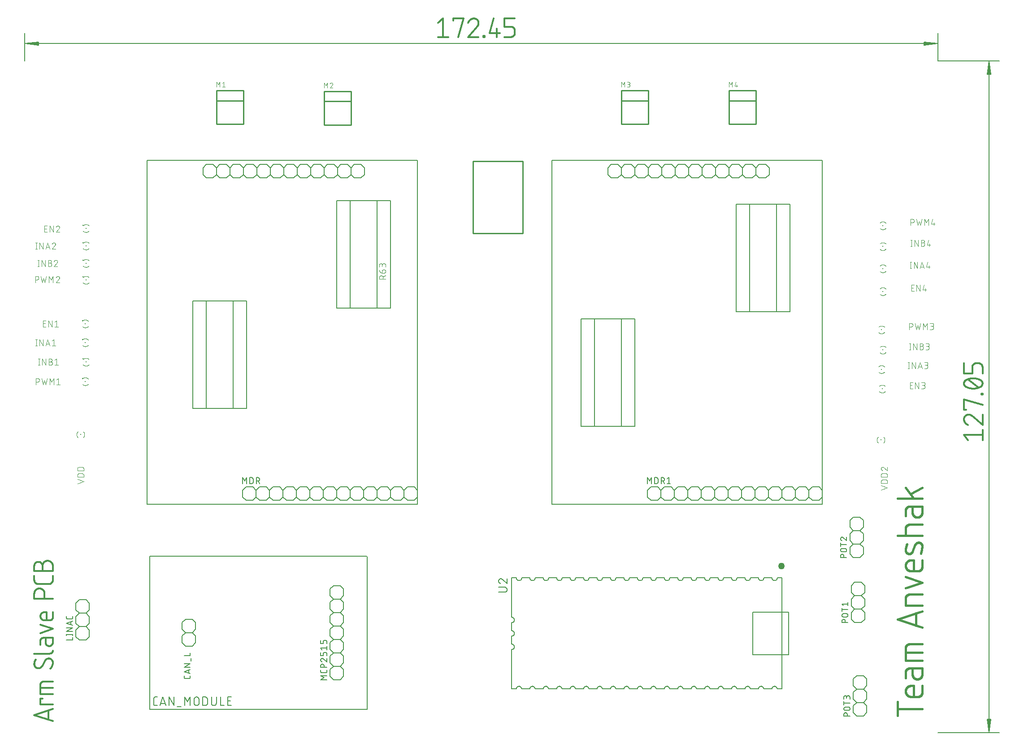
<source format=gbr>
G04 EAGLE Gerber RS-274X export*
G75*
%MOMM*%
%FSLAX34Y34*%
%LPD*%
%INSilkscreen Top*%
%IPPOS*%
%AMOC8*
5,1,8,0,0,1.08239X$1,22.5*%
G01*
%ADD10C,0.152400*%
%ADD11C,0.406400*%
%ADD12C,0.304800*%
%ADD13C,0.130000*%
%ADD14C,0.127000*%
%ADD15C,0.101600*%
%ADD16R,0.200000X0.200000*%
%ADD17R,0.250000X0.150000*%
%ADD18R,0.150000X0.250000*%
%ADD19C,0.254000*%
%ADD20C,1.270000*%


D10*
X2254480Y1292850D02*
X2254480Y642850D01*
X2254480Y1292850D02*
X2764480Y1292850D01*
X2764560Y642630D02*
X2254560Y642630D01*
X1489940Y642850D02*
X1489940Y1292850D01*
X2000020Y1292630D02*
X2000020Y642630D01*
X1490020Y642630D01*
X1494790Y543999D02*
X1494790Y255270D01*
X1905000Y255270D02*
X1905000Y543999D01*
X1904789Y544830D02*
X1494790Y544830D01*
X1494790Y255270D02*
X1904789Y255270D01*
X1509127Y262382D02*
X1505514Y262382D01*
X1505396Y262384D01*
X1505278Y262390D01*
X1505160Y262399D01*
X1505043Y262413D01*
X1504926Y262430D01*
X1504809Y262451D01*
X1504694Y262476D01*
X1504579Y262505D01*
X1504465Y262538D01*
X1504353Y262574D01*
X1504242Y262614D01*
X1504132Y262657D01*
X1504023Y262704D01*
X1503916Y262754D01*
X1503811Y262809D01*
X1503708Y262866D01*
X1503607Y262927D01*
X1503507Y262991D01*
X1503410Y263058D01*
X1503315Y263128D01*
X1503223Y263202D01*
X1503132Y263278D01*
X1503045Y263358D01*
X1502960Y263440D01*
X1502878Y263525D01*
X1502798Y263612D01*
X1502722Y263703D01*
X1502648Y263795D01*
X1502578Y263890D01*
X1502511Y263987D01*
X1502447Y264087D01*
X1502386Y264188D01*
X1502329Y264291D01*
X1502274Y264396D01*
X1502224Y264503D01*
X1502177Y264612D01*
X1502134Y264722D01*
X1502094Y264833D01*
X1502058Y264945D01*
X1502025Y265059D01*
X1501996Y265174D01*
X1501971Y265289D01*
X1501950Y265406D01*
X1501933Y265523D01*
X1501919Y265640D01*
X1501910Y265758D01*
X1501904Y265876D01*
X1501902Y265994D01*
X1501902Y275026D01*
X1501904Y275144D01*
X1501910Y275262D01*
X1501919Y275380D01*
X1501933Y275497D01*
X1501950Y275614D01*
X1501971Y275731D01*
X1501996Y275846D01*
X1502025Y275961D01*
X1502058Y276075D01*
X1502094Y276187D01*
X1502134Y276298D01*
X1502177Y276408D01*
X1502224Y276517D01*
X1502274Y276624D01*
X1502328Y276729D01*
X1502386Y276832D01*
X1502447Y276933D01*
X1502511Y277033D01*
X1502578Y277130D01*
X1502648Y277225D01*
X1502722Y277317D01*
X1502798Y277408D01*
X1502878Y277495D01*
X1502960Y277580D01*
X1503045Y277662D01*
X1503132Y277742D01*
X1503223Y277818D01*
X1503315Y277892D01*
X1503410Y277962D01*
X1503507Y278029D01*
X1503607Y278093D01*
X1503708Y278154D01*
X1503811Y278211D01*
X1503916Y278265D01*
X1504023Y278316D01*
X1504132Y278363D01*
X1504242Y278406D01*
X1504353Y278446D01*
X1504465Y278482D01*
X1504579Y278515D01*
X1504694Y278544D01*
X1504809Y278569D01*
X1504926Y278590D01*
X1505043Y278607D01*
X1505160Y278621D01*
X1505278Y278630D01*
X1505396Y278636D01*
X1505514Y278638D01*
X1509127Y278638D01*
X1519483Y278638D02*
X1514064Y262382D01*
X1524902Y262382D02*
X1519483Y278638D01*
X1523547Y266446D02*
X1515419Y266446D01*
X1531120Y262382D02*
X1531120Y278638D01*
X1540151Y262382D01*
X1540151Y278638D01*
X1546612Y260576D02*
X1553837Y260576D01*
X1560437Y262382D02*
X1560437Y278638D01*
X1565856Y269607D01*
X1571274Y278638D01*
X1571274Y262382D01*
X1578535Y266898D02*
X1578535Y274122D01*
X1578534Y274122D02*
X1578536Y274255D01*
X1578542Y274387D01*
X1578552Y274519D01*
X1578565Y274651D01*
X1578583Y274783D01*
X1578604Y274913D01*
X1578629Y275044D01*
X1578658Y275173D01*
X1578691Y275301D01*
X1578727Y275429D01*
X1578767Y275555D01*
X1578811Y275680D01*
X1578859Y275804D01*
X1578910Y275926D01*
X1578965Y276047D01*
X1579023Y276166D01*
X1579085Y276284D01*
X1579150Y276399D01*
X1579219Y276513D01*
X1579290Y276624D01*
X1579366Y276733D01*
X1579444Y276840D01*
X1579525Y276945D01*
X1579610Y277047D01*
X1579697Y277147D01*
X1579787Y277244D01*
X1579880Y277339D01*
X1579976Y277430D01*
X1580074Y277519D01*
X1580175Y277605D01*
X1580279Y277688D01*
X1580385Y277768D01*
X1580493Y277844D01*
X1580603Y277918D01*
X1580716Y277988D01*
X1580830Y278055D01*
X1580947Y278118D01*
X1581065Y278178D01*
X1581185Y278235D01*
X1581307Y278288D01*
X1581430Y278337D01*
X1581554Y278383D01*
X1581680Y278425D01*
X1581807Y278463D01*
X1581935Y278498D01*
X1582064Y278529D01*
X1582193Y278556D01*
X1582324Y278579D01*
X1582455Y278599D01*
X1582587Y278614D01*
X1582719Y278626D01*
X1582851Y278634D01*
X1582984Y278638D01*
X1583116Y278638D01*
X1583249Y278634D01*
X1583381Y278626D01*
X1583513Y278614D01*
X1583645Y278599D01*
X1583776Y278579D01*
X1583907Y278556D01*
X1584036Y278529D01*
X1584165Y278498D01*
X1584293Y278463D01*
X1584420Y278425D01*
X1584546Y278383D01*
X1584670Y278337D01*
X1584793Y278288D01*
X1584915Y278235D01*
X1585035Y278178D01*
X1585153Y278118D01*
X1585270Y278055D01*
X1585384Y277988D01*
X1585497Y277918D01*
X1585607Y277844D01*
X1585715Y277768D01*
X1585821Y277688D01*
X1585925Y277605D01*
X1586026Y277519D01*
X1586124Y277430D01*
X1586220Y277339D01*
X1586313Y277244D01*
X1586403Y277147D01*
X1586490Y277047D01*
X1586575Y276945D01*
X1586656Y276840D01*
X1586734Y276733D01*
X1586810Y276624D01*
X1586881Y276513D01*
X1586950Y276399D01*
X1587015Y276284D01*
X1587077Y276166D01*
X1587135Y276047D01*
X1587190Y275926D01*
X1587241Y275804D01*
X1587289Y275680D01*
X1587333Y275555D01*
X1587373Y275429D01*
X1587409Y275301D01*
X1587442Y275173D01*
X1587471Y275044D01*
X1587496Y274913D01*
X1587517Y274783D01*
X1587535Y274651D01*
X1587548Y274519D01*
X1587558Y274387D01*
X1587564Y274255D01*
X1587566Y274122D01*
X1587566Y266898D01*
X1587564Y266765D01*
X1587558Y266633D01*
X1587548Y266501D01*
X1587535Y266369D01*
X1587517Y266237D01*
X1587496Y266107D01*
X1587471Y265976D01*
X1587442Y265847D01*
X1587409Y265719D01*
X1587373Y265591D01*
X1587333Y265465D01*
X1587289Y265340D01*
X1587241Y265216D01*
X1587190Y265094D01*
X1587135Y264973D01*
X1587077Y264854D01*
X1587015Y264736D01*
X1586950Y264621D01*
X1586881Y264507D01*
X1586810Y264396D01*
X1586734Y264287D01*
X1586656Y264180D01*
X1586575Y264075D01*
X1586490Y263973D01*
X1586403Y263873D01*
X1586313Y263776D01*
X1586220Y263681D01*
X1586124Y263590D01*
X1586026Y263501D01*
X1585925Y263415D01*
X1585821Y263332D01*
X1585715Y263252D01*
X1585607Y263176D01*
X1585497Y263102D01*
X1585384Y263032D01*
X1585270Y262965D01*
X1585153Y262902D01*
X1585035Y262842D01*
X1584915Y262785D01*
X1584793Y262732D01*
X1584670Y262683D01*
X1584546Y262637D01*
X1584420Y262595D01*
X1584293Y262557D01*
X1584165Y262522D01*
X1584036Y262491D01*
X1583907Y262464D01*
X1583776Y262441D01*
X1583645Y262421D01*
X1583513Y262406D01*
X1583381Y262394D01*
X1583249Y262386D01*
X1583116Y262382D01*
X1582984Y262382D01*
X1582851Y262386D01*
X1582719Y262394D01*
X1582587Y262406D01*
X1582455Y262421D01*
X1582324Y262441D01*
X1582193Y262464D01*
X1582064Y262491D01*
X1581935Y262522D01*
X1581807Y262557D01*
X1581680Y262595D01*
X1581554Y262637D01*
X1581430Y262683D01*
X1581307Y262732D01*
X1581185Y262785D01*
X1581065Y262842D01*
X1580947Y262902D01*
X1580830Y262965D01*
X1580716Y263032D01*
X1580603Y263102D01*
X1580493Y263176D01*
X1580385Y263252D01*
X1580279Y263332D01*
X1580175Y263415D01*
X1580074Y263501D01*
X1579976Y263590D01*
X1579880Y263681D01*
X1579787Y263776D01*
X1579697Y263873D01*
X1579610Y263973D01*
X1579525Y264075D01*
X1579444Y264180D01*
X1579366Y264287D01*
X1579290Y264396D01*
X1579219Y264507D01*
X1579150Y264621D01*
X1579085Y264736D01*
X1579023Y264854D01*
X1578965Y264973D01*
X1578910Y265094D01*
X1578859Y265216D01*
X1578811Y265340D01*
X1578767Y265465D01*
X1578727Y265591D01*
X1578691Y265719D01*
X1578658Y265847D01*
X1578629Y265976D01*
X1578604Y266107D01*
X1578583Y266237D01*
X1578565Y266369D01*
X1578552Y266501D01*
X1578542Y266633D01*
X1578536Y266765D01*
X1578534Y266898D01*
X1594687Y262382D02*
X1594687Y278638D01*
X1599202Y278638D01*
X1599333Y278636D01*
X1599465Y278630D01*
X1599596Y278621D01*
X1599726Y278607D01*
X1599857Y278590D01*
X1599986Y278569D01*
X1600115Y278545D01*
X1600243Y278516D01*
X1600371Y278484D01*
X1600497Y278448D01*
X1600622Y278409D01*
X1600747Y278366D01*
X1600869Y278319D01*
X1600991Y278269D01*
X1601111Y278215D01*
X1601229Y278158D01*
X1601345Y278097D01*
X1601460Y278033D01*
X1601573Y277966D01*
X1601684Y277895D01*
X1601792Y277821D01*
X1601899Y277744D01*
X1602003Y277664D01*
X1602105Y277581D01*
X1602204Y277496D01*
X1602301Y277407D01*
X1602395Y277315D01*
X1602487Y277221D01*
X1602576Y277124D01*
X1602661Y277025D01*
X1602744Y276923D01*
X1602824Y276819D01*
X1602901Y276712D01*
X1602975Y276604D01*
X1603046Y276493D01*
X1603113Y276380D01*
X1603177Y276265D01*
X1603238Y276149D01*
X1603295Y276031D01*
X1603349Y275911D01*
X1603399Y275789D01*
X1603446Y275667D01*
X1603489Y275542D01*
X1603528Y275417D01*
X1603564Y275291D01*
X1603596Y275163D01*
X1603625Y275035D01*
X1603649Y274906D01*
X1603670Y274777D01*
X1603687Y274646D01*
X1603701Y274516D01*
X1603710Y274385D01*
X1603716Y274253D01*
X1603718Y274122D01*
X1603718Y266898D01*
X1603716Y266767D01*
X1603710Y266635D01*
X1603701Y266504D01*
X1603687Y266374D01*
X1603670Y266243D01*
X1603649Y266114D01*
X1603625Y265985D01*
X1603596Y265857D01*
X1603564Y265729D01*
X1603528Y265603D01*
X1603489Y265478D01*
X1603446Y265353D01*
X1603399Y265231D01*
X1603349Y265109D01*
X1603295Y264989D01*
X1603238Y264871D01*
X1603177Y264755D01*
X1603113Y264640D01*
X1603046Y264527D01*
X1602975Y264416D01*
X1602901Y264308D01*
X1602824Y264201D01*
X1602744Y264097D01*
X1602661Y263995D01*
X1602576Y263896D01*
X1602487Y263799D01*
X1602395Y263705D01*
X1602301Y263613D01*
X1602204Y263524D01*
X1602105Y263439D01*
X1602003Y263356D01*
X1601899Y263276D01*
X1601792Y263199D01*
X1601684Y263125D01*
X1601573Y263054D01*
X1601460Y262987D01*
X1601345Y262923D01*
X1601229Y262862D01*
X1601111Y262805D01*
X1600991Y262751D01*
X1600869Y262701D01*
X1600747Y262654D01*
X1600622Y262611D01*
X1600497Y262572D01*
X1600371Y262536D01*
X1600243Y262504D01*
X1600115Y262475D01*
X1599986Y262451D01*
X1599856Y262430D01*
X1599726Y262413D01*
X1599596Y262399D01*
X1599465Y262390D01*
X1599333Y262384D01*
X1599202Y262382D01*
X1594687Y262382D01*
X1611360Y266898D02*
X1611360Y278638D01*
X1611360Y266898D02*
X1611362Y266765D01*
X1611368Y266633D01*
X1611378Y266501D01*
X1611391Y266369D01*
X1611409Y266237D01*
X1611430Y266107D01*
X1611455Y265976D01*
X1611484Y265847D01*
X1611517Y265719D01*
X1611553Y265591D01*
X1611593Y265465D01*
X1611637Y265340D01*
X1611685Y265216D01*
X1611736Y265094D01*
X1611791Y264973D01*
X1611849Y264854D01*
X1611911Y264736D01*
X1611976Y264621D01*
X1612045Y264507D01*
X1612116Y264396D01*
X1612192Y264287D01*
X1612270Y264180D01*
X1612351Y264075D01*
X1612436Y263973D01*
X1612523Y263873D01*
X1612613Y263776D01*
X1612706Y263681D01*
X1612802Y263590D01*
X1612900Y263501D01*
X1613001Y263415D01*
X1613105Y263332D01*
X1613211Y263252D01*
X1613319Y263176D01*
X1613429Y263102D01*
X1613542Y263032D01*
X1613656Y262965D01*
X1613773Y262902D01*
X1613891Y262842D01*
X1614011Y262785D01*
X1614133Y262732D01*
X1614256Y262683D01*
X1614380Y262637D01*
X1614506Y262595D01*
X1614633Y262557D01*
X1614761Y262522D01*
X1614890Y262491D01*
X1615019Y262464D01*
X1615150Y262441D01*
X1615281Y262421D01*
X1615413Y262406D01*
X1615545Y262394D01*
X1615677Y262386D01*
X1615810Y262382D01*
X1615942Y262382D01*
X1616075Y262386D01*
X1616207Y262394D01*
X1616339Y262406D01*
X1616471Y262421D01*
X1616602Y262441D01*
X1616733Y262464D01*
X1616862Y262491D01*
X1616991Y262522D01*
X1617119Y262557D01*
X1617246Y262595D01*
X1617372Y262637D01*
X1617496Y262683D01*
X1617619Y262732D01*
X1617741Y262785D01*
X1617861Y262842D01*
X1617979Y262902D01*
X1618096Y262965D01*
X1618210Y263032D01*
X1618323Y263102D01*
X1618433Y263176D01*
X1618541Y263252D01*
X1618647Y263332D01*
X1618751Y263415D01*
X1618852Y263501D01*
X1618950Y263590D01*
X1619046Y263681D01*
X1619139Y263776D01*
X1619229Y263873D01*
X1619316Y263973D01*
X1619401Y264075D01*
X1619482Y264180D01*
X1619560Y264287D01*
X1619636Y264396D01*
X1619707Y264507D01*
X1619776Y264621D01*
X1619841Y264736D01*
X1619903Y264854D01*
X1619961Y264973D01*
X1620016Y265094D01*
X1620067Y265216D01*
X1620115Y265340D01*
X1620159Y265465D01*
X1620199Y265591D01*
X1620235Y265719D01*
X1620268Y265847D01*
X1620297Y265976D01*
X1620322Y266107D01*
X1620343Y266237D01*
X1620361Y266369D01*
X1620374Y266501D01*
X1620384Y266633D01*
X1620390Y266765D01*
X1620392Y266898D01*
X1620391Y266898D02*
X1620391Y278638D01*
X1628063Y278638D02*
X1628063Y262382D01*
X1635288Y262382D01*
X1641610Y262382D02*
X1648835Y262382D01*
X1641610Y262382D02*
X1641610Y278638D01*
X1648835Y278638D01*
X1647029Y271413D02*
X1641610Y271413D01*
X2764560Y642630D02*
X2764560Y1292630D01*
X1677670Y1027430D02*
X1576070Y1027430D01*
X1677670Y1027430D02*
X1677670Y824230D01*
X1576070Y824230D01*
X1576070Y1027430D01*
X1847850Y1216660D02*
X1949450Y1216660D01*
X1949450Y1013460D01*
X1847850Y1013460D01*
X1847850Y1216660D01*
X2308860Y789940D02*
X2410460Y789940D01*
X2308860Y789940D02*
X2308860Y993140D01*
X2410460Y993140D01*
X2410460Y789940D01*
X2602230Y1007110D02*
X2703830Y1007110D01*
X2602230Y1007110D02*
X2602230Y1210310D01*
X2703830Y1210310D01*
X2703830Y1007110D01*
X1999940Y1292850D02*
X1489940Y1292850D01*
D11*
X2906522Y256314D02*
X2953258Y256314D01*
X2906522Y243332D02*
X2906522Y269296D01*
X2953258Y286738D02*
X2953258Y299720D01*
X2953258Y286738D02*
X2953256Y286550D01*
X2953249Y286362D01*
X2953238Y286174D01*
X2953222Y285986D01*
X2953201Y285799D01*
X2953176Y285613D01*
X2953147Y285427D01*
X2953113Y285242D01*
X2953074Y285057D01*
X2953032Y284874D01*
X2952984Y284692D01*
X2952933Y284511D01*
X2952877Y284331D01*
X2952816Y284153D01*
X2952752Y283976D01*
X2952683Y283801D01*
X2952610Y283627D01*
X2952533Y283456D01*
X2952451Y283286D01*
X2952366Y283118D01*
X2952276Y282953D01*
X2952183Y282789D01*
X2952086Y282628D01*
X2951984Y282470D01*
X2951879Y282313D01*
X2951770Y282160D01*
X2951658Y282009D01*
X2951542Y281861D01*
X2951422Y281715D01*
X2951299Y281573D01*
X2951173Y281434D01*
X2951043Y281297D01*
X2950910Y281164D01*
X2950773Y281034D01*
X2950634Y280908D01*
X2950492Y280785D01*
X2950346Y280665D01*
X2950198Y280549D01*
X2950047Y280437D01*
X2949894Y280328D01*
X2949737Y280223D01*
X2949579Y280121D01*
X2949418Y280024D01*
X2949254Y279931D01*
X2949089Y279841D01*
X2948921Y279756D01*
X2948751Y279674D01*
X2948580Y279597D01*
X2948406Y279524D01*
X2948231Y279455D01*
X2948054Y279391D01*
X2947876Y279330D01*
X2947696Y279274D01*
X2947515Y279223D01*
X2947333Y279175D01*
X2947150Y279133D01*
X2946965Y279094D01*
X2946780Y279060D01*
X2946594Y279031D01*
X2946408Y279006D01*
X2946221Y278985D01*
X2946033Y278969D01*
X2945845Y278958D01*
X2945657Y278951D01*
X2945469Y278949D01*
X2945469Y278948D02*
X2932486Y278948D01*
X2932233Y278951D01*
X2931980Y278960D01*
X2931728Y278976D01*
X2931476Y278997D01*
X2931224Y279025D01*
X2930974Y279059D01*
X2930724Y279099D01*
X2930475Y279144D01*
X2930228Y279196D01*
X2929982Y279254D01*
X2929737Y279318D01*
X2929494Y279388D01*
X2929253Y279464D01*
X2929013Y279546D01*
X2928776Y279633D01*
X2928541Y279727D01*
X2928308Y279825D01*
X2928078Y279930D01*
X2927850Y280040D01*
X2927625Y280156D01*
X2927403Y280277D01*
X2927184Y280403D01*
X2926968Y280535D01*
X2926755Y280672D01*
X2926546Y280814D01*
X2926340Y280961D01*
X2926138Y281114D01*
X2925940Y281271D01*
X2925746Y281432D01*
X2925555Y281599D01*
X2925369Y281770D01*
X2925187Y281945D01*
X2925009Y282125D01*
X2924836Y282310D01*
X2924667Y282498D01*
X2924503Y282690D01*
X2924343Y282887D01*
X2924189Y283087D01*
X2924039Y283291D01*
X2923895Y283498D01*
X2923755Y283709D01*
X2923621Y283924D01*
X2923491Y284141D01*
X2923368Y284362D01*
X2923249Y284585D01*
X2923136Y284811D01*
X2923029Y285040D01*
X2922927Y285272D01*
X2922831Y285506D01*
X2922741Y285742D01*
X2922656Y285981D01*
X2922578Y286221D01*
X2922505Y286463D01*
X2922438Y286707D01*
X2922377Y286952D01*
X2922322Y287199D01*
X2922273Y287448D01*
X2922230Y287697D01*
X2922193Y287947D01*
X2922162Y288198D01*
X2922138Y288450D01*
X2922119Y288702D01*
X2922107Y288955D01*
X2922101Y289208D01*
X2922101Y289460D01*
X2922107Y289713D01*
X2922119Y289966D01*
X2922138Y290218D01*
X2922162Y290470D01*
X2922193Y290721D01*
X2922230Y290971D01*
X2922273Y291220D01*
X2922322Y291469D01*
X2922377Y291716D01*
X2922438Y291961D01*
X2922505Y292205D01*
X2922578Y292447D01*
X2922656Y292687D01*
X2922741Y292926D01*
X2922831Y293162D01*
X2922927Y293396D01*
X2923029Y293628D01*
X2923136Y293857D01*
X2923249Y294083D01*
X2923368Y294306D01*
X2923491Y294527D01*
X2923621Y294744D01*
X2923755Y294959D01*
X2923895Y295170D01*
X2924039Y295377D01*
X2924189Y295581D01*
X2924343Y295781D01*
X2924503Y295978D01*
X2924667Y296170D01*
X2924836Y296358D01*
X2925009Y296543D01*
X2925187Y296723D01*
X2925369Y296898D01*
X2925555Y297069D01*
X2925746Y297236D01*
X2925940Y297397D01*
X2926138Y297554D01*
X2926340Y297707D01*
X2926546Y297854D01*
X2926755Y297996D01*
X2926968Y298133D01*
X2927184Y298265D01*
X2927403Y298391D01*
X2927625Y298512D01*
X2927850Y298628D01*
X2928078Y298738D01*
X2928308Y298843D01*
X2928541Y298941D01*
X2928776Y299035D01*
X2929013Y299122D01*
X2929253Y299204D01*
X2929494Y299280D01*
X2929737Y299350D01*
X2929982Y299414D01*
X2930228Y299472D01*
X2930475Y299524D01*
X2930724Y299569D01*
X2930974Y299609D01*
X2931224Y299643D01*
X2931476Y299671D01*
X2931728Y299692D01*
X2931980Y299708D01*
X2932233Y299717D01*
X2932486Y299720D01*
X2937679Y299720D01*
X2937679Y278948D01*
X2935083Y321088D02*
X2935083Y332772D01*
X2935082Y321088D02*
X2935085Y320867D01*
X2935093Y320646D01*
X2935106Y320425D01*
X2935125Y320204D01*
X2935149Y319984D01*
X2935179Y319765D01*
X2935214Y319546D01*
X2935254Y319329D01*
X2935299Y319112D01*
X2935350Y318897D01*
X2935406Y318682D01*
X2935467Y318470D01*
X2935534Y318259D01*
X2935605Y318049D01*
X2935682Y317841D01*
X2935763Y317636D01*
X2935850Y317432D01*
X2935941Y317231D01*
X2936038Y317031D01*
X2936139Y316834D01*
X2936245Y316640D01*
X2936355Y316449D01*
X2936471Y316260D01*
X2936591Y316074D01*
X2936715Y315890D01*
X2936844Y315710D01*
X2936977Y315534D01*
X2937114Y315360D01*
X2937256Y315190D01*
X2937402Y315023D01*
X2937551Y314860D01*
X2937705Y314701D01*
X2937862Y314546D01*
X2938023Y314394D01*
X2938188Y314246D01*
X2938357Y314103D01*
X2938528Y313963D01*
X2938704Y313828D01*
X2938882Y313697D01*
X2939064Y313570D01*
X2939248Y313448D01*
X2939436Y313331D01*
X2939626Y313218D01*
X2939819Y313109D01*
X2940015Y313006D01*
X2940213Y312907D01*
X2940413Y312813D01*
X2940616Y312724D01*
X2940820Y312640D01*
X2941027Y312561D01*
X2941236Y312487D01*
X2941446Y312418D01*
X2941658Y312354D01*
X2941871Y312296D01*
X2942086Y312242D01*
X2942302Y312194D01*
X2942519Y312151D01*
X2942737Y312114D01*
X2942956Y312081D01*
X2943176Y312055D01*
X2943396Y312033D01*
X2943617Y312017D01*
X2943838Y312006D01*
X2944059Y312001D01*
X2944281Y312001D01*
X2944502Y312006D01*
X2944723Y312017D01*
X2944944Y312033D01*
X2945164Y312055D01*
X2945384Y312081D01*
X2945603Y312114D01*
X2945821Y312151D01*
X2946038Y312194D01*
X2946254Y312242D01*
X2946469Y312296D01*
X2946682Y312354D01*
X2946894Y312418D01*
X2947104Y312487D01*
X2947313Y312561D01*
X2947520Y312640D01*
X2947724Y312724D01*
X2947927Y312813D01*
X2948127Y312907D01*
X2948325Y313006D01*
X2948521Y313109D01*
X2948714Y313218D01*
X2948904Y313331D01*
X2949092Y313448D01*
X2949276Y313570D01*
X2949458Y313697D01*
X2949636Y313828D01*
X2949812Y313963D01*
X2949983Y314103D01*
X2950152Y314246D01*
X2950317Y314394D01*
X2950478Y314546D01*
X2950635Y314701D01*
X2950789Y314860D01*
X2950938Y315023D01*
X2951084Y315190D01*
X2951226Y315360D01*
X2951363Y315534D01*
X2951496Y315710D01*
X2951625Y315890D01*
X2951749Y316074D01*
X2951869Y316260D01*
X2951985Y316449D01*
X2952095Y316640D01*
X2952201Y316834D01*
X2952302Y317031D01*
X2952399Y317231D01*
X2952490Y317432D01*
X2952577Y317636D01*
X2952658Y317841D01*
X2952735Y318049D01*
X2952806Y318259D01*
X2952873Y318470D01*
X2952934Y318682D01*
X2952990Y318897D01*
X2953041Y319112D01*
X2953086Y319329D01*
X2953126Y319546D01*
X2953161Y319765D01*
X2953191Y319984D01*
X2953215Y320204D01*
X2953234Y320425D01*
X2953247Y320646D01*
X2953255Y320867D01*
X2953258Y321088D01*
X2953258Y332772D01*
X2929890Y332772D01*
X2929702Y332770D01*
X2929514Y332763D01*
X2929326Y332752D01*
X2929138Y332736D01*
X2928951Y332715D01*
X2928765Y332690D01*
X2928579Y332661D01*
X2928394Y332627D01*
X2928209Y332588D01*
X2928026Y332546D01*
X2927844Y332498D01*
X2927663Y332447D01*
X2927483Y332391D01*
X2927305Y332330D01*
X2927128Y332266D01*
X2926953Y332197D01*
X2926779Y332124D01*
X2926608Y332047D01*
X2926438Y331965D01*
X2926270Y331880D01*
X2926105Y331790D01*
X2925941Y331697D01*
X2925780Y331600D01*
X2925622Y331498D01*
X2925465Y331393D01*
X2925312Y331284D01*
X2925161Y331172D01*
X2925013Y331056D01*
X2924867Y330936D01*
X2924725Y330813D01*
X2924586Y330687D01*
X2924449Y330557D01*
X2924316Y330424D01*
X2924186Y330287D01*
X2924060Y330148D01*
X2923937Y330006D01*
X2923817Y329860D01*
X2923701Y329712D01*
X2923589Y329561D01*
X2923480Y329408D01*
X2923375Y329251D01*
X2923273Y329093D01*
X2923176Y328932D01*
X2923083Y328768D01*
X2922993Y328603D01*
X2922908Y328435D01*
X2922826Y328265D01*
X2922749Y328094D01*
X2922676Y327920D01*
X2922607Y327745D01*
X2922543Y327568D01*
X2922482Y327390D01*
X2922426Y327210D01*
X2922375Y327029D01*
X2922327Y326847D01*
X2922285Y326664D01*
X2922246Y326479D01*
X2922212Y326294D01*
X2922183Y326108D01*
X2922158Y325922D01*
X2922137Y325735D01*
X2922121Y325547D01*
X2922110Y325359D01*
X2922103Y325171D01*
X2922101Y324983D01*
X2922101Y314597D01*
X2922101Y347416D02*
X2953258Y347416D01*
X2922101Y347416D02*
X2922101Y370784D01*
X2922103Y370972D01*
X2922110Y371160D01*
X2922121Y371348D01*
X2922137Y371536D01*
X2922158Y371723D01*
X2922183Y371909D01*
X2922212Y372095D01*
X2922246Y372280D01*
X2922285Y372465D01*
X2922327Y372648D01*
X2922375Y372830D01*
X2922426Y373011D01*
X2922482Y373191D01*
X2922543Y373369D01*
X2922607Y373546D01*
X2922676Y373721D01*
X2922749Y373895D01*
X2922826Y374066D01*
X2922908Y374236D01*
X2922993Y374404D01*
X2923083Y374569D01*
X2923176Y374733D01*
X2923273Y374894D01*
X2923375Y375052D01*
X2923480Y375209D01*
X2923589Y375362D01*
X2923701Y375513D01*
X2923817Y375661D01*
X2923937Y375807D01*
X2924060Y375949D01*
X2924186Y376088D01*
X2924316Y376225D01*
X2924449Y376358D01*
X2924586Y376488D01*
X2924725Y376614D01*
X2924867Y376737D01*
X2925013Y376857D01*
X2925161Y376973D01*
X2925312Y377085D01*
X2925465Y377194D01*
X2925622Y377299D01*
X2925780Y377401D01*
X2925941Y377498D01*
X2926105Y377591D01*
X2926270Y377681D01*
X2926438Y377766D01*
X2926608Y377848D01*
X2926779Y377925D01*
X2926953Y377998D01*
X2927128Y378067D01*
X2927305Y378131D01*
X2927483Y378192D01*
X2927663Y378248D01*
X2927844Y378299D01*
X2928026Y378347D01*
X2928209Y378389D01*
X2928394Y378428D01*
X2928579Y378462D01*
X2928765Y378491D01*
X2928951Y378516D01*
X2929138Y378537D01*
X2929326Y378553D01*
X2929514Y378564D01*
X2929702Y378571D01*
X2929890Y378573D01*
X2953258Y378573D01*
X2953258Y362994D02*
X2922101Y362994D01*
X2953258Y409646D02*
X2906522Y425224D01*
X2953258Y440803D01*
X2941574Y436908D02*
X2941574Y413540D01*
X2953258Y451668D02*
X2922101Y451668D01*
X2922101Y464651D01*
X2922103Y464839D01*
X2922110Y465027D01*
X2922121Y465215D01*
X2922137Y465403D01*
X2922158Y465590D01*
X2922183Y465776D01*
X2922212Y465962D01*
X2922246Y466147D01*
X2922285Y466332D01*
X2922327Y466515D01*
X2922375Y466697D01*
X2922426Y466878D01*
X2922482Y467058D01*
X2922543Y467236D01*
X2922607Y467413D01*
X2922676Y467588D01*
X2922749Y467762D01*
X2922826Y467933D01*
X2922908Y468103D01*
X2922993Y468271D01*
X2923083Y468436D01*
X2923176Y468600D01*
X2923273Y468761D01*
X2923375Y468919D01*
X2923480Y469076D01*
X2923589Y469229D01*
X2923701Y469380D01*
X2923817Y469528D01*
X2923937Y469674D01*
X2924060Y469816D01*
X2924186Y469955D01*
X2924316Y470092D01*
X2924449Y470225D01*
X2924586Y470355D01*
X2924725Y470481D01*
X2924867Y470604D01*
X2925013Y470724D01*
X2925161Y470840D01*
X2925312Y470952D01*
X2925465Y471061D01*
X2925622Y471166D01*
X2925780Y471268D01*
X2925941Y471365D01*
X2926105Y471458D01*
X2926270Y471548D01*
X2926438Y471633D01*
X2926608Y471715D01*
X2926779Y471792D01*
X2926953Y471865D01*
X2927128Y471934D01*
X2927305Y471998D01*
X2927483Y472059D01*
X2927663Y472115D01*
X2927844Y472166D01*
X2928026Y472214D01*
X2928209Y472256D01*
X2928394Y472295D01*
X2928579Y472329D01*
X2928765Y472358D01*
X2928951Y472383D01*
X2929138Y472404D01*
X2929326Y472420D01*
X2929514Y472431D01*
X2929702Y472438D01*
X2929890Y472440D01*
X2953258Y472440D01*
X2953258Y495074D02*
X2922101Y484688D01*
X2922101Y505460D02*
X2953258Y495074D01*
X2953258Y524228D02*
X2953258Y537210D01*
X2953258Y524228D02*
X2953256Y524040D01*
X2953249Y523852D01*
X2953238Y523664D01*
X2953222Y523476D01*
X2953201Y523289D01*
X2953176Y523103D01*
X2953147Y522917D01*
X2953113Y522732D01*
X2953074Y522547D01*
X2953032Y522364D01*
X2952984Y522182D01*
X2952933Y522001D01*
X2952877Y521821D01*
X2952816Y521643D01*
X2952752Y521466D01*
X2952683Y521291D01*
X2952610Y521117D01*
X2952533Y520946D01*
X2952451Y520776D01*
X2952366Y520608D01*
X2952276Y520443D01*
X2952183Y520279D01*
X2952086Y520118D01*
X2951984Y519960D01*
X2951879Y519803D01*
X2951770Y519650D01*
X2951658Y519499D01*
X2951542Y519351D01*
X2951422Y519205D01*
X2951299Y519063D01*
X2951173Y518924D01*
X2951043Y518787D01*
X2950910Y518654D01*
X2950773Y518524D01*
X2950634Y518398D01*
X2950492Y518275D01*
X2950346Y518155D01*
X2950198Y518039D01*
X2950047Y517927D01*
X2949894Y517818D01*
X2949737Y517713D01*
X2949579Y517611D01*
X2949418Y517514D01*
X2949254Y517421D01*
X2949089Y517331D01*
X2948921Y517246D01*
X2948751Y517164D01*
X2948580Y517087D01*
X2948406Y517014D01*
X2948231Y516945D01*
X2948054Y516881D01*
X2947876Y516820D01*
X2947696Y516764D01*
X2947515Y516713D01*
X2947333Y516665D01*
X2947150Y516623D01*
X2946965Y516584D01*
X2946780Y516550D01*
X2946594Y516521D01*
X2946408Y516496D01*
X2946221Y516475D01*
X2946033Y516459D01*
X2945845Y516448D01*
X2945657Y516441D01*
X2945469Y516439D01*
X2945469Y516438D02*
X2932486Y516438D01*
X2932233Y516441D01*
X2931980Y516450D01*
X2931728Y516466D01*
X2931476Y516487D01*
X2931224Y516515D01*
X2930974Y516549D01*
X2930724Y516589D01*
X2930475Y516634D01*
X2930228Y516686D01*
X2929982Y516744D01*
X2929737Y516808D01*
X2929494Y516878D01*
X2929253Y516954D01*
X2929013Y517036D01*
X2928776Y517123D01*
X2928541Y517217D01*
X2928308Y517315D01*
X2928078Y517420D01*
X2927850Y517530D01*
X2927625Y517646D01*
X2927403Y517767D01*
X2927184Y517893D01*
X2926968Y518025D01*
X2926755Y518162D01*
X2926546Y518304D01*
X2926340Y518451D01*
X2926138Y518604D01*
X2925940Y518761D01*
X2925746Y518922D01*
X2925555Y519089D01*
X2925369Y519260D01*
X2925187Y519435D01*
X2925009Y519615D01*
X2924836Y519800D01*
X2924667Y519988D01*
X2924503Y520180D01*
X2924343Y520377D01*
X2924189Y520577D01*
X2924039Y520781D01*
X2923895Y520988D01*
X2923755Y521199D01*
X2923621Y521414D01*
X2923491Y521631D01*
X2923368Y521852D01*
X2923249Y522075D01*
X2923136Y522301D01*
X2923029Y522530D01*
X2922927Y522762D01*
X2922831Y522996D01*
X2922741Y523232D01*
X2922656Y523471D01*
X2922578Y523711D01*
X2922505Y523953D01*
X2922438Y524197D01*
X2922377Y524442D01*
X2922322Y524689D01*
X2922273Y524938D01*
X2922230Y525187D01*
X2922193Y525437D01*
X2922162Y525688D01*
X2922138Y525940D01*
X2922119Y526192D01*
X2922107Y526445D01*
X2922101Y526698D01*
X2922101Y526950D01*
X2922107Y527203D01*
X2922119Y527456D01*
X2922138Y527708D01*
X2922162Y527960D01*
X2922193Y528211D01*
X2922230Y528461D01*
X2922273Y528710D01*
X2922322Y528959D01*
X2922377Y529206D01*
X2922438Y529451D01*
X2922505Y529695D01*
X2922578Y529937D01*
X2922656Y530177D01*
X2922741Y530416D01*
X2922831Y530652D01*
X2922927Y530886D01*
X2923029Y531118D01*
X2923136Y531347D01*
X2923249Y531573D01*
X2923368Y531796D01*
X2923491Y532017D01*
X2923621Y532234D01*
X2923755Y532449D01*
X2923895Y532660D01*
X2924039Y532867D01*
X2924189Y533071D01*
X2924343Y533271D01*
X2924503Y533468D01*
X2924667Y533660D01*
X2924836Y533848D01*
X2925009Y534033D01*
X2925187Y534213D01*
X2925369Y534388D01*
X2925555Y534559D01*
X2925746Y534726D01*
X2925940Y534887D01*
X2926138Y535044D01*
X2926340Y535197D01*
X2926546Y535344D01*
X2926755Y535486D01*
X2926968Y535623D01*
X2927184Y535755D01*
X2927403Y535881D01*
X2927625Y536002D01*
X2927850Y536118D01*
X2928078Y536228D01*
X2928308Y536333D01*
X2928541Y536431D01*
X2928776Y536525D01*
X2929013Y536612D01*
X2929253Y536694D01*
X2929494Y536770D01*
X2929737Y536840D01*
X2929982Y536904D01*
X2930228Y536962D01*
X2930475Y537014D01*
X2930724Y537059D01*
X2930974Y537099D01*
X2931224Y537133D01*
X2931476Y537161D01*
X2931728Y537182D01*
X2931980Y537198D01*
X2932233Y537207D01*
X2932486Y537210D01*
X2937679Y537210D01*
X2937679Y516438D01*
X2935083Y553353D02*
X2940276Y566335D01*
X2935083Y553353D02*
X2935020Y553201D01*
X2934953Y553052D01*
X2934883Y552903D01*
X2934810Y552757D01*
X2934733Y552612D01*
X2934652Y552470D01*
X2934568Y552329D01*
X2934480Y552190D01*
X2934390Y552054D01*
X2934296Y551920D01*
X2934198Y551788D01*
X2934098Y551659D01*
X2933994Y551532D01*
X2933887Y551407D01*
X2933777Y551286D01*
X2933665Y551166D01*
X2933549Y551050D01*
X2933431Y550937D01*
X2933310Y550826D01*
X2933186Y550719D01*
X2933060Y550614D01*
X2932931Y550513D01*
X2932800Y550415D01*
X2932666Y550320D01*
X2932531Y550228D01*
X2932393Y550140D01*
X2932252Y550055D01*
X2932110Y549973D01*
X2931966Y549895D01*
X2931820Y549821D01*
X2931673Y549750D01*
X2931523Y549682D01*
X2931372Y549619D01*
X2931220Y549559D01*
X2931066Y549502D01*
X2930910Y549450D01*
X2930754Y549401D01*
X2930596Y549356D01*
X2930438Y549315D01*
X2930278Y549278D01*
X2930117Y549245D01*
X2929956Y549216D01*
X2929794Y549190D01*
X2929632Y549169D01*
X2929469Y549151D01*
X2929306Y549138D01*
X2929142Y549128D01*
X2928978Y549123D01*
X2928814Y549121D01*
X2928650Y549123D01*
X2928487Y549130D01*
X2928323Y549140D01*
X2928160Y549155D01*
X2927997Y549173D01*
X2927835Y549195D01*
X2927673Y549222D01*
X2927512Y549252D01*
X2927351Y549286D01*
X2927192Y549324D01*
X2927034Y549366D01*
X2926876Y549411D01*
X2926720Y549461D01*
X2926565Y549514D01*
X2926411Y549571D01*
X2926259Y549632D01*
X2926108Y549697D01*
X2925959Y549765D01*
X2925812Y549836D01*
X2925666Y549912D01*
X2925523Y549990D01*
X2925381Y550073D01*
X2925241Y550159D01*
X2925104Y550248D01*
X2924968Y550340D01*
X2924835Y550436D01*
X2924705Y550535D01*
X2924576Y550637D01*
X2924451Y550742D01*
X2924328Y550850D01*
X2924207Y550961D01*
X2924089Y551075D01*
X2923975Y551192D01*
X2923863Y551312D01*
X2923753Y551434D01*
X2923647Y551559D01*
X2923544Y551686D01*
X2923445Y551816D01*
X2923348Y551949D01*
X2923254Y552083D01*
X2923164Y552220D01*
X2923078Y552359D01*
X2922994Y552500D01*
X2922914Y552643D01*
X2922838Y552788D01*
X2922765Y552935D01*
X2922696Y553084D01*
X2922630Y553234D01*
X2922568Y553386D01*
X2922510Y553539D01*
X2922456Y553694D01*
X2922405Y553849D01*
X2922358Y554006D01*
X2922315Y554165D01*
X2922276Y554324D01*
X2922241Y554484D01*
X2922209Y554645D01*
X2922182Y554806D01*
X2922158Y554968D01*
X2922139Y555131D01*
X2922123Y555294D01*
X2922112Y555458D01*
X2922104Y555621D01*
X2922100Y555785D01*
X2922101Y555949D01*
X2922120Y556658D01*
X2922155Y557366D01*
X2922208Y558073D01*
X2922278Y558778D01*
X2922364Y559482D01*
X2922468Y560183D01*
X2922588Y560882D01*
X2922725Y561578D01*
X2922879Y562270D01*
X2923049Y562958D01*
X2923236Y563642D01*
X2923440Y564321D01*
X2923659Y564995D01*
X2923895Y565664D01*
X2924147Y566327D01*
X2924414Y566983D01*
X2924697Y567633D01*
X2940275Y566335D02*
X2940338Y566487D01*
X2940405Y566636D01*
X2940475Y566785D01*
X2940548Y566931D01*
X2940625Y567076D01*
X2940706Y567218D01*
X2940790Y567359D01*
X2940878Y567498D01*
X2940968Y567634D01*
X2941063Y567768D01*
X2941160Y567900D01*
X2941260Y568029D01*
X2941364Y568156D01*
X2941471Y568281D01*
X2941581Y568403D01*
X2941693Y568522D01*
X2941809Y568638D01*
X2941927Y568751D01*
X2942048Y568862D01*
X2942172Y568969D01*
X2942298Y569074D01*
X2942427Y569175D01*
X2942558Y569273D01*
X2942692Y569368D01*
X2942827Y569460D01*
X2942965Y569548D01*
X2943106Y569633D01*
X2943248Y569715D01*
X2943392Y569793D01*
X2943538Y569867D01*
X2943686Y569938D01*
X2943835Y570006D01*
X2943986Y570069D01*
X2944138Y570129D01*
X2944292Y570186D01*
X2944448Y570238D01*
X2944604Y570287D01*
X2944762Y570332D01*
X2944920Y570373D01*
X2945080Y570410D01*
X2945241Y570443D01*
X2945402Y570472D01*
X2945564Y570498D01*
X2945726Y570519D01*
X2945889Y570537D01*
X2946052Y570550D01*
X2946216Y570560D01*
X2946380Y570565D01*
X2946544Y570567D01*
X2946708Y570565D01*
X2946871Y570558D01*
X2947035Y570548D01*
X2947198Y570533D01*
X2947361Y570515D01*
X2947523Y570493D01*
X2947685Y570466D01*
X2947846Y570436D01*
X2948007Y570402D01*
X2948166Y570364D01*
X2948324Y570322D01*
X2948482Y570277D01*
X2948638Y570227D01*
X2948793Y570174D01*
X2948947Y570117D01*
X2949099Y570056D01*
X2949250Y569991D01*
X2949399Y569923D01*
X2949546Y569852D01*
X2949692Y569776D01*
X2949835Y569698D01*
X2949977Y569615D01*
X2950117Y569529D01*
X2950254Y569440D01*
X2950390Y569348D01*
X2950523Y569252D01*
X2950653Y569153D01*
X2950782Y569051D01*
X2950907Y568946D01*
X2951030Y568838D01*
X2951151Y568727D01*
X2951269Y568613D01*
X2951383Y568496D01*
X2951495Y568376D01*
X2951605Y568254D01*
X2951711Y568129D01*
X2951814Y568002D01*
X2951913Y567872D01*
X2952010Y567739D01*
X2952104Y567605D01*
X2952194Y567468D01*
X2952280Y567329D01*
X2952364Y567188D01*
X2952444Y567045D01*
X2952520Y566900D01*
X2952593Y566753D01*
X2952662Y566604D01*
X2952728Y566454D01*
X2952790Y566302D01*
X2952848Y566149D01*
X2952902Y565994D01*
X2952953Y565839D01*
X2953000Y565682D01*
X2953043Y565523D01*
X2953082Y565364D01*
X2953117Y565204D01*
X2953149Y565043D01*
X2953176Y564882D01*
X2953200Y564720D01*
X2953219Y564557D01*
X2953235Y564394D01*
X2953246Y564230D01*
X2953254Y564067D01*
X2953258Y563903D01*
X2953257Y563739D01*
X2953258Y563739D02*
X2953230Y562698D01*
X2953179Y561658D01*
X2953102Y560619D01*
X2953001Y559582D01*
X2952876Y558549D01*
X2952726Y557518D01*
X2952552Y556491D01*
X2952353Y555469D01*
X2952131Y554451D01*
X2951884Y553439D01*
X2951614Y552434D01*
X2951320Y551435D01*
X2951002Y550443D01*
X2950661Y549459D01*
X2953258Y583748D02*
X2906522Y583748D01*
X2922101Y583748D02*
X2922101Y596731D01*
X2922103Y596919D01*
X2922110Y597107D01*
X2922121Y597295D01*
X2922137Y597483D01*
X2922158Y597670D01*
X2922183Y597856D01*
X2922212Y598042D01*
X2922246Y598227D01*
X2922285Y598412D01*
X2922327Y598595D01*
X2922375Y598777D01*
X2922426Y598958D01*
X2922482Y599138D01*
X2922543Y599316D01*
X2922607Y599493D01*
X2922676Y599668D01*
X2922749Y599842D01*
X2922826Y600013D01*
X2922908Y600183D01*
X2922993Y600351D01*
X2923083Y600516D01*
X2923176Y600680D01*
X2923273Y600841D01*
X2923375Y600999D01*
X2923480Y601156D01*
X2923589Y601309D01*
X2923701Y601460D01*
X2923817Y601608D01*
X2923937Y601754D01*
X2924060Y601896D01*
X2924186Y602035D01*
X2924316Y602172D01*
X2924449Y602305D01*
X2924586Y602435D01*
X2924725Y602561D01*
X2924867Y602684D01*
X2925013Y602804D01*
X2925161Y602920D01*
X2925312Y603032D01*
X2925465Y603141D01*
X2925622Y603246D01*
X2925780Y603348D01*
X2925941Y603445D01*
X2926105Y603538D01*
X2926270Y603628D01*
X2926438Y603713D01*
X2926608Y603795D01*
X2926779Y603872D01*
X2926953Y603945D01*
X2927128Y604014D01*
X2927305Y604078D01*
X2927483Y604139D01*
X2927663Y604195D01*
X2927844Y604246D01*
X2928026Y604294D01*
X2928209Y604336D01*
X2928394Y604375D01*
X2928579Y604409D01*
X2928765Y604438D01*
X2928951Y604463D01*
X2929138Y604484D01*
X2929326Y604500D01*
X2929514Y604511D01*
X2929702Y604518D01*
X2929890Y604520D01*
X2953258Y604520D01*
X2935083Y627158D02*
X2935083Y638842D01*
X2935082Y627158D02*
X2935085Y626937D01*
X2935093Y626716D01*
X2935106Y626495D01*
X2935125Y626274D01*
X2935149Y626054D01*
X2935179Y625835D01*
X2935214Y625616D01*
X2935254Y625399D01*
X2935299Y625182D01*
X2935350Y624967D01*
X2935406Y624752D01*
X2935467Y624540D01*
X2935534Y624329D01*
X2935605Y624119D01*
X2935682Y623911D01*
X2935763Y623706D01*
X2935850Y623502D01*
X2935941Y623301D01*
X2936038Y623101D01*
X2936139Y622904D01*
X2936245Y622710D01*
X2936355Y622519D01*
X2936471Y622330D01*
X2936591Y622144D01*
X2936715Y621960D01*
X2936844Y621780D01*
X2936977Y621604D01*
X2937114Y621430D01*
X2937256Y621260D01*
X2937402Y621093D01*
X2937551Y620930D01*
X2937705Y620771D01*
X2937862Y620616D01*
X2938023Y620464D01*
X2938188Y620316D01*
X2938357Y620173D01*
X2938528Y620033D01*
X2938704Y619898D01*
X2938882Y619767D01*
X2939064Y619640D01*
X2939248Y619518D01*
X2939436Y619401D01*
X2939626Y619288D01*
X2939819Y619179D01*
X2940015Y619076D01*
X2940213Y618977D01*
X2940413Y618883D01*
X2940616Y618794D01*
X2940820Y618710D01*
X2941027Y618631D01*
X2941236Y618557D01*
X2941446Y618488D01*
X2941658Y618424D01*
X2941871Y618366D01*
X2942086Y618312D01*
X2942302Y618264D01*
X2942519Y618221D01*
X2942737Y618184D01*
X2942956Y618151D01*
X2943176Y618125D01*
X2943396Y618103D01*
X2943617Y618087D01*
X2943838Y618076D01*
X2944059Y618071D01*
X2944281Y618071D01*
X2944502Y618076D01*
X2944723Y618087D01*
X2944944Y618103D01*
X2945164Y618125D01*
X2945384Y618151D01*
X2945603Y618184D01*
X2945821Y618221D01*
X2946038Y618264D01*
X2946254Y618312D01*
X2946469Y618366D01*
X2946682Y618424D01*
X2946894Y618488D01*
X2947104Y618557D01*
X2947313Y618631D01*
X2947520Y618710D01*
X2947724Y618794D01*
X2947927Y618883D01*
X2948127Y618977D01*
X2948325Y619076D01*
X2948521Y619179D01*
X2948714Y619288D01*
X2948904Y619401D01*
X2949092Y619518D01*
X2949276Y619640D01*
X2949458Y619767D01*
X2949636Y619898D01*
X2949812Y620033D01*
X2949983Y620173D01*
X2950152Y620316D01*
X2950317Y620464D01*
X2950478Y620616D01*
X2950635Y620771D01*
X2950789Y620930D01*
X2950938Y621093D01*
X2951084Y621260D01*
X2951226Y621430D01*
X2951363Y621604D01*
X2951496Y621780D01*
X2951625Y621960D01*
X2951749Y622144D01*
X2951869Y622330D01*
X2951985Y622519D01*
X2952095Y622710D01*
X2952201Y622904D01*
X2952302Y623101D01*
X2952399Y623301D01*
X2952490Y623502D01*
X2952577Y623706D01*
X2952658Y623911D01*
X2952735Y624119D01*
X2952806Y624329D01*
X2952873Y624540D01*
X2952934Y624752D01*
X2952990Y624967D01*
X2953041Y625182D01*
X2953086Y625399D01*
X2953126Y625616D01*
X2953161Y625835D01*
X2953191Y626054D01*
X2953215Y626274D01*
X2953234Y626495D01*
X2953247Y626716D01*
X2953255Y626937D01*
X2953258Y627158D01*
X2953258Y638842D01*
X2929890Y638842D01*
X2929702Y638840D01*
X2929514Y638833D01*
X2929326Y638822D01*
X2929138Y638806D01*
X2928951Y638785D01*
X2928765Y638760D01*
X2928579Y638731D01*
X2928394Y638697D01*
X2928209Y638658D01*
X2928026Y638616D01*
X2927844Y638568D01*
X2927663Y638517D01*
X2927483Y638461D01*
X2927305Y638400D01*
X2927128Y638336D01*
X2926953Y638267D01*
X2926779Y638194D01*
X2926608Y638117D01*
X2926438Y638035D01*
X2926270Y637950D01*
X2926105Y637860D01*
X2925941Y637767D01*
X2925780Y637670D01*
X2925622Y637568D01*
X2925465Y637463D01*
X2925312Y637354D01*
X2925161Y637242D01*
X2925013Y637126D01*
X2924867Y637006D01*
X2924725Y636883D01*
X2924586Y636757D01*
X2924449Y636627D01*
X2924316Y636494D01*
X2924186Y636357D01*
X2924060Y636218D01*
X2923937Y636076D01*
X2923817Y635930D01*
X2923701Y635782D01*
X2923589Y635631D01*
X2923480Y635478D01*
X2923375Y635321D01*
X2923273Y635163D01*
X2923176Y635002D01*
X2923083Y634838D01*
X2922993Y634673D01*
X2922908Y634505D01*
X2922826Y634335D01*
X2922749Y634164D01*
X2922676Y633990D01*
X2922607Y633815D01*
X2922543Y633638D01*
X2922482Y633460D01*
X2922426Y633280D01*
X2922375Y633099D01*
X2922327Y632917D01*
X2922285Y632734D01*
X2922246Y632549D01*
X2922212Y632364D01*
X2922183Y632178D01*
X2922158Y631992D01*
X2922137Y631805D01*
X2922121Y631617D01*
X2922110Y631429D01*
X2922103Y631241D01*
X2922101Y631053D01*
X2922101Y620667D01*
X2906522Y653523D02*
X2953258Y653523D01*
X2937679Y653523D02*
X2922101Y674295D01*
X2931188Y662611D02*
X2953258Y674295D01*
D12*
X1311656Y232664D02*
X1276604Y244348D01*
X1311656Y256032D01*
X1302893Y253111D02*
X1302893Y235585D01*
X1311656Y264147D02*
X1288288Y264147D01*
X1288288Y275831D01*
X1292183Y275831D01*
X1288288Y284099D02*
X1311656Y284099D01*
X1288288Y284099D02*
X1288288Y301625D01*
X1288290Y301775D01*
X1288296Y301926D01*
X1288305Y302076D01*
X1288319Y302226D01*
X1288336Y302375D01*
X1288358Y302524D01*
X1288383Y302672D01*
X1288412Y302820D01*
X1288444Y302967D01*
X1288481Y303113D01*
X1288521Y303258D01*
X1288565Y303402D01*
X1288612Y303544D01*
X1288664Y303686D01*
X1288718Y303826D01*
X1288777Y303964D01*
X1288839Y304102D01*
X1288904Y304237D01*
X1288973Y304371D01*
X1289046Y304502D01*
X1289122Y304632D01*
X1289201Y304760D01*
X1289283Y304886D01*
X1289369Y305010D01*
X1289457Y305131D01*
X1289549Y305251D01*
X1289644Y305367D01*
X1289742Y305482D01*
X1289843Y305593D01*
X1289946Y305702D01*
X1290053Y305809D01*
X1290162Y305912D01*
X1290273Y306013D01*
X1290388Y306111D01*
X1290504Y306206D01*
X1290624Y306298D01*
X1290745Y306386D01*
X1290869Y306472D01*
X1290995Y306554D01*
X1291123Y306633D01*
X1291253Y306709D01*
X1291384Y306782D01*
X1291518Y306851D01*
X1291653Y306916D01*
X1291791Y306978D01*
X1291929Y307037D01*
X1292069Y307091D01*
X1292211Y307143D01*
X1292353Y307190D01*
X1292497Y307234D01*
X1292642Y307274D01*
X1292788Y307311D01*
X1292935Y307343D01*
X1293083Y307372D01*
X1293231Y307397D01*
X1293380Y307419D01*
X1293529Y307436D01*
X1293679Y307450D01*
X1293829Y307459D01*
X1293980Y307465D01*
X1294130Y307467D01*
X1311656Y307467D01*
X1311656Y295783D02*
X1288288Y295783D01*
X1311656Y343450D02*
X1311654Y343638D01*
X1311647Y343826D01*
X1311636Y344014D01*
X1311620Y344202D01*
X1311599Y344389D01*
X1311574Y344575D01*
X1311545Y344761D01*
X1311511Y344946D01*
X1311472Y345131D01*
X1311430Y345314D01*
X1311382Y345496D01*
X1311331Y345677D01*
X1311275Y345857D01*
X1311214Y346035D01*
X1311150Y346212D01*
X1311081Y346387D01*
X1311008Y346561D01*
X1310931Y346732D01*
X1310849Y346902D01*
X1310764Y347070D01*
X1310674Y347235D01*
X1310581Y347399D01*
X1310484Y347560D01*
X1310382Y347718D01*
X1310277Y347875D01*
X1310168Y348028D01*
X1310056Y348179D01*
X1309940Y348327D01*
X1309820Y348473D01*
X1309697Y348615D01*
X1309571Y348754D01*
X1309441Y348891D01*
X1309308Y349024D01*
X1309171Y349154D01*
X1309032Y349280D01*
X1308890Y349403D01*
X1308744Y349523D01*
X1308596Y349639D01*
X1308445Y349751D01*
X1308292Y349860D01*
X1308135Y349965D01*
X1307977Y350067D01*
X1307816Y350164D01*
X1307652Y350257D01*
X1307487Y350347D01*
X1307319Y350432D01*
X1307149Y350514D01*
X1306978Y350591D01*
X1306804Y350664D01*
X1306629Y350733D01*
X1306452Y350797D01*
X1306274Y350858D01*
X1306094Y350914D01*
X1305913Y350965D01*
X1305731Y351013D01*
X1305548Y351055D01*
X1305363Y351094D01*
X1305178Y351128D01*
X1304992Y351157D01*
X1304806Y351182D01*
X1304619Y351203D01*
X1304431Y351219D01*
X1304243Y351230D01*
X1304055Y351237D01*
X1303867Y351239D01*
X1311656Y343450D02*
X1311651Y343056D01*
X1311637Y342663D01*
X1311614Y342270D01*
X1311581Y341878D01*
X1311538Y341486D01*
X1311487Y341096D01*
X1311426Y340707D01*
X1311355Y340319D01*
X1311276Y339934D01*
X1311187Y339550D01*
X1311089Y339169D01*
X1310982Y338790D01*
X1310866Y338414D01*
X1310741Y338041D01*
X1310608Y337670D01*
X1310465Y337303D01*
X1310313Y336940D01*
X1310153Y336580D01*
X1309985Y336224D01*
X1309808Y335873D01*
X1309622Y335526D01*
X1309428Y335183D01*
X1309227Y334845D01*
X1309017Y334512D01*
X1308799Y334184D01*
X1308573Y333861D01*
X1308340Y333544D01*
X1308099Y333232D01*
X1307851Y332927D01*
X1307596Y332627D01*
X1307333Y332334D01*
X1307064Y332047D01*
X1306788Y331766D01*
X1284393Y332740D02*
X1284205Y332742D01*
X1284017Y332749D01*
X1283829Y332760D01*
X1283641Y332776D01*
X1283454Y332797D01*
X1283268Y332822D01*
X1283082Y332851D01*
X1282897Y332885D01*
X1282712Y332924D01*
X1282529Y332966D01*
X1282347Y333014D01*
X1282166Y333065D01*
X1281986Y333121D01*
X1281808Y333182D01*
X1281631Y333246D01*
X1281456Y333315D01*
X1281282Y333388D01*
X1281111Y333465D01*
X1280941Y333547D01*
X1280773Y333632D01*
X1280608Y333722D01*
X1280444Y333815D01*
X1280283Y333912D01*
X1280125Y334014D01*
X1279968Y334119D01*
X1279815Y334228D01*
X1279664Y334340D01*
X1279516Y334456D01*
X1279370Y334576D01*
X1279228Y334699D01*
X1279089Y334825D01*
X1278952Y334955D01*
X1278819Y335088D01*
X1278689Y335225D01*
X1278563Y335364D01*
X1278440Y335506D01*
X1278320Y335652D01*
X1278204Y335800D01*
X1278092Y335951D01*
X1277983Y336104D01*
X1277878Y336261D01*
X1277776Y336419D01*
X1277679Y336580D01*
X1277586Y336744D01*
X1277496Y336909D01*
X1277411Y337077D01*
X1277329Y337247D01*
X1277252Y337418D01*
X1277179Y337592D01*
X1277110Y337767D01*
X1277046Y337944D01*
X1276985Y338122D01*
X1276929Y338302D01*
X1276878Y338483D01*
X1276830Y338665D01*
X1276788Y338848D01*
X1276749Y339033D01*
X1276715Y339218D01*
X1276686Y339404D01*
X1276661Y339590D01*
X1276640Y339777D01*
X1276624Y339965D01*
X1276613Y340153D01*
X1276606Y340341D01*
X1276604Y340529D01*
X1276608Y340877D01*
X1276621Y341225D01*
X1276641Y341572D01*
X1276670Y341919D01*
X1276708Y342265D01*
X1276753Y342610D01*
X1276807Y342954D01*
X1276869Y343297D01*
X1276939Y343638D01*
X1277017Y343977D01*
X1277103Y344314D01*
X1277197Y344649D01*
X1277299Y344982D01*
X1277410Y345312D01*
X1277527Y345640D01*
X1277653Y345964D01*
X1277786Y346286D01*
X1277927Y346604D01*
X1278076Y346919D01*
X1278232Y347230D01*
X1278395Y347537D01*
X1278566Y347841D01*
X1278744Y348140D01*
X1278929Y348435D01*
X1279121Y348725D01*
X1279319Y349011D01*
X1279525Y349292D01*
X1291209Y336635D02*
X1291110Y336471D01*
X1291007Y336310D01*
X1290900Y336152D01*
X1290790Y335996D01*
X1290675Y335843D01*
X1290557Y335693D01*
X1290436Y335545D01*
X1290311Y335401D01*
X1290182Y335260D01*
X1290051Y335121D01*
X1289915Y334986D01*
X1289777Y334855D01*
X1289635Y334726D01*
X1289491Y334602D01*
X1289343Y334480D01*
X1289193Y334363D01*
X1289040Y334248D01*
X1288884Y334138D01*
X1288725Y334032D01*
X1288564Y333929D01*
X1288401Y333830D01*
X1288235Y333735D01*
X1288067Y333645D01*
X1287896Y333558D01*
X1287724Y333476D01*
X1287550Y333397D01*
X1287374Y333323D01*
X1287196Y333253D01*
X1287017Y333188D01*
X1286836Y333127D01*
X1286653Y333070D01*
X1286470Y333017D01*
X1286285Y332970D01*
X1286099Y332926D01*
X1285912Y332887D01*
X1285724Y332853D01*
X1285535Y332823D01*
X1285346Y332798D01*
X1285156Y332777D01*
X1284966Y332761D01*
X1284775Y332749D01*
X1284584Y332742D01*
X1284393Y332740D01*
X1297051Y347345D02*
X1297150Y347509D01*
X1297253Y347670D01*
X1297360Y347828D01*
X1297470Y347984D01*
X1297585Y348137D01*
X1297703Y348287D01*
X1297824Y348435D01*
X1297949Y348579D01*
X1298078Y348720D01*
X1298210Y348859D01*
X1298345Y348994D01*
X1298483Y349125D01*
X1298625Y349254D01*
X1298769Y349378D01*
X1298917Y349500D01*
X1299067Y349617D01*
X1299220Y349732D01*
X1299376Y349842D01*
X1299535Y349948D01*
X1299696Y350051D01*
X1299859Y350150D01*
X1300025Y350245D01*
X1300193Y350335D01*
X1300364Y350422D01*
X1300536Y350504D01*
X1300710Y350583D01*
X1300886Y350657D01*
X1301064Y350727D01*
X1301243Y350792D01*
X1301424Y350853D01*
X1301607Y350910D01*
X1301790Y350963D01*
X1301975Y351010D01*
X1302161Y351054D01*
X1302348Y351093D01*
X1302536Y351127D01*
X1302725Y351157D01*
X1302914Y351182D01*
X1303104Y351203D01*
X1303294Y351219D01*
X1303485Y351231D01*
X1303676Y351238D01*
X1303867Y351240D01*
X1297051Y347345D02*
X1291209Y336635D01*
X1276604Y360468D02*
X1305814Y360468D01*
X1305964Y360470D01*
X1306115Y360476D01*
X1306265Y360485D01*
X1306415Y360499D01*
X1306564Y360516D01*
X1306713Y360538D01*
X1306861Y360563D01*
X1307009Y360592D01*
X1307156Y360624D01*
X1307302Y360661D01*
X1307447Y360701D01*
X1307591Y360745D01*
X1307733Y360792D01*
X1307875Y360844D01*
X1308015Y360898D01*
X1308153Y360957D01*
X1308291Y361019D01*
X1308426Y361084D01*
X1308560Y361153D01*
X1308691Y361226D01*
X1308821Y361302D01*
X1308949Y361381D01*
X1309075Y361463D01*
X1309199Y361549D01*
X1309320Y361637D01*
X1309440Y361729D01*
X1309556Y361824D01*
X1309671Y361922D01*
X1309782Y362023D01*
X1309891Y362126D01*
X1309998Y362233D01*
X1310101Y362342D01*
X1310202Y362453D01*
X1310300Y362568D01*
X1310395Y362684D01*
X1310487Y362804D01*
X1310575Y362925D01*
X1310661Y363049D01*
X1310743Y363175D01*
X1310822Y363303D01*
X1310898Y363433D01*
X1310971Y363564D01*
X1311040Y363698D01*
X1311105Y363833D01*
X1311167Y363971D01*
X1311226Y364109D01*
X1311280Y364249D01*
X1311332Y364391D01*
X1311379Y364533D01*
X1311423Y364677D01*
X1311463Y364822D01*
X1311500Y364968D01*
X1311532Y365115D01*
X1311561Y365263D01*
X1311586Y365411D01*
X1311608Y365560D01*
X1311625Y365709D01*
X1311639Y365859D01*
X1311648Y366009D01*
X1311654Y366160D01*
X1311656Y366310D01*
X1298025Y381511D02*
X1298025Y390274D01*
X1298024Y381511D02*
X1298026Y381345D01*
X1298032Y381179D01*
X1298042Y381013D01*
X1298056Y380848D01*
X1298074Y380683D01*
X1298097Y380519D01*
X1298123Y380355D01*
X1298153Y380191D01*
X1298187Y380029D01*
X1298225Y379867D01*
X1298267Y379707D01*
X1298313Y379547D01*
X1298363Y379389D01*
X1298416Y379232D01*
X1298474Y379076D01*
X1298535Y378922D01*
X1298600Y378769D01*
X1298668Y378618D01*
X1298741Y378468D01*
X1298817Y378321D01*
X1298896Y378175D01*
X1298979Y378031D01*
X1299066Y377890D01*
X1299155Y377750D01*
X1299249Y377613D01*
X1299345Y377478D01*
X1299445Y377345D01*
X1299548Y377215D01*
X1299654Y377088D01*
X1299764Y376963D01*
X1299876Y376840D01*
X1299991Y376721D01*
X1300109Y376604D01*
X1300230Y376490D01*
X1300354Y376380D01*
X1300480Y376272D01*
X1300609Y376167D01*
X1300740Y376066D01*
X1300874Y375968D01*
X1301010Y375873D01*
X1301149Y375781D01*
X1301289Y375693D01*
X1301432Y375608D01*
X1301577Y375527D01*
X1301723Y375449D01*
X1301872Y375375D01*
X1302022Y375305D01*
X1302174Y375238D01*
X1302328Y375175D01*
X1302483Y375116D01*
X1302639Y375060D01*
X1302797Y375008D01*
X1302956Y374961D01*
X1303116Y374917D01*
X1303277Y374877D01*
X1303439Y374841D01*
X1303602Y374808D01*
X1303766Y374780D01*
X1303930Y374756D01*
X1304095Y374736D01*
X1304260Y374720D01*
X1304425Y374708D01*
X1304591Y374700D01*
X1304757Y374696D01*
X1304923Y374696D01*
X1305089Y374700D01*
X1305255Y374708D01*
X1305420Y374720D01*
X1305585Y374736D01*
X1305750Y374756D01*
X1305914Y374780D01*
X1306078Y374808D01*
X1306241Y374841D01*
X1306403Y374877D01*
X1306564Y374917D01*
X1306724Y374961D01*
X1306883Y375008D01*
X1307041Y375060D01*
X1307197Y375116D01*
X1307352Y375175D01*
X1307506Y375238D01*
X1307658Y375305D01*
X1307808Y375375D01*
X1307957Y375449D01*
X1308103Y375527D01*
X1308248Y375608D01*
X1308391Y375693D01*
X1308531Y375781D01*
X1308670Y375873D01*
X1308806Y375968D01*
X1308940Y376066D01*
X1309071Y376167D01*
X1309200Y376272D01*
X1309326Y376380D01*
X1309450Y376490D01*
X1309571Y376604D01*
X1309689Y376721D01*
X1309804Y376840D01*
X1309916Y376963D01*
X1310026Y377088D01*
X1310132Y377215D01*
X1310235Y377345D01*
X1310335Y377478D01*
X1310431Y377613D01*
X1310525Y377750D01*
X1310614Y377890D01*
X1310701Y378031D01*
X1310784Y378175D01*
X1310863Y378321D01*
X1310939Y378468D01*
X1311012Y378618D01*
X1311080Y378769D01*
X1311145Y378922D01*
X1311206Y379076D01*
X1311264Y379232D01*
X1311317Y379389D01*
X1311367Y379547D01*
X1311413Y379707D01*
X1311455Y379867D01*
X1311493Y380029D01*
X1311527Y380191D01*
X1311557Y380355D01*
X1311583Y380519D01*
X1311606Y380683D01*
X1311624Y380848D01*
X1311638Y381013D01*
X1311648Y381179D01*
X1311654Y381345D01*
X1311656Y381511D01*
X1311656Y390274D01*
X1294130Y390274D01*
X1293980Y390272D01*
X1293829Y390266D01*
X1293679Y390257D01*
X1293529Y390243D01*
X1293380Y390226D01*
X1293231Y390204D01*
X1293083Y390179D01*
X1292935Y390150D01*
X1292788Y390118D01*
X1292642Y390081D01*
X1292497Y390041D01*
X1292353Y389997D01*
X1292211Y389950D01*
X1292069Y389898D01*
X1291929Y389844D01*
X1291791Y389785D01*
X1291653Y389723D01*
X1291518Y389658D01*
X1291384Y389589D01*
X1291253Y389516D01*
X1291123Y389440D01*
X1290995Y389361D01*
X1290869Y389279D01*
X1290745Y389193D01*
X1290624Y389105D01*
X1290504Y389013D01*
X1290388Y388918D01*
X1290273Y388820D01*
X1290162Y388719D01*
X1290053Y388616D01*
X1289946Y388509D01*
X1289843Y388400D01*
X1289742Y388289D01*
X1289644Y388174D01*
X1289549Y388058D01*
X1289457Y387938D01*
X1289369Y387817D01*
X1289283Y387693D01*
X1289201Y387567D01*
X1289122Y387439D01*
X1289046Y387309D01*
X1288973Y387178D01*
X1288904Y387044D01*
X1288839Y386909D01*
X1288777Y386771D01*
X1288718Y386633D01*
X1288664Y386493D01*
X1288612Y386351D01*
X1288565Y386209D01*
X1288521Y386065D01*
X1288481Y385920D01*
X1288444Y385774D01*
X1288412Y385627D01*
X1288383Y385479D01*
X1288358Y385331D01*
X1288336Y385182D01*
X1288319Y385033D01*
X1288305Y384883D01*
X1288296Y384733D01*
X1288290Y384582D01*
X1288288Y384432D01*
X1288288Y376643D01*
X1288288Y399436D02*
X1311656Y407225D01*
X1288288Y415015D01*
X1311656Y429091D02*
X1311656Y438827D01*
X1311656Y429091D02*
X1311654Y428941D01*
X1311648Y428790D01*
X1311639Y428640D01*
X1311625Y428490D01*
X1311608Y428341D01*
X1311586Y428192D01*
X1311561Y428044D01*
X1311532Y427896D01*
X1311500Y427749D01*
X1311463Y427603D01*
X1311423Y427458D01*
X1311379Y427314D01*
X1311332Y427172D01*
X1311280Y427030D01*
X1311226Y426890D01*
X1311167Y426752D01*
X1311105Y426614D01*
X1311040Y426479D01*
X1310971Y426345D01*
X1310898Y426214D01*
X1310822Y426084D01*
X1310743Y425956D01*
X1310661Y425830D01*
X1310575Y425706D01*
X1310487Y425585D01*
X1310395Y425465D01*
X1310300Y425349D01*
X1310202Y425234D01*
X1310101Y425123D01*
X1309998Y425014D01*
X1309891Y424907D01*
X1309782Y424804D01*
X1309671Y424703D01*
X1309556Y424605D01*
X1309440Y424510D01*
X1309320Y424418D01*
X1309199Y424330D01*
X1309075Y424244D01*
X1308949Y424162D01*
X1308821Y424083D01*
X1308691Y424007D01*
X1308560Y423934D01*
X1308426Y423865D01*
X1308291Y423800D01*
X1308153Y423738D01*
X1308015Y423679D01*
X1307875Y423625D01*
X1307733Y423573D01*
X1307591Y423526D01*
X1307447Y423482D01*
X1307302Y423442D01*
X1307156Y423405D01*
X1307009Y423373D01*
X1306861Y423344D01*
X1306713Y423319D01*
X1306564Y423297D01*
X1306415Y423280D01*
X1306265Y423266D01*
X1306115Y423257D01*
X1305964Y423251D01*
X1305814Y423249D01*
X1296077Y423249D01*
X1295887Y423251D01*
X1295698Y423258D01*
X1295508Y423270D01*
X1295319Y423286D01*
X1295131Y423307D01*
X1294943Y423332D01*
X1294756Y423362D01*
X1294569Y423396D01*
X1294383Y423435D01*
X1294199Y423479D01*
X1294015Y423527D01*
X1293833Y423579D01*
X1293652Y423636D01*
X1293473Y423697D01*
X1293295Y423763D01*
X1293118Y423833D01*
X1292944Y423907D01*
X1292771Y423985D01*
X1292600Y424068D01*
X1292431Y424155D01*
X1292265Y424246D01*
X1292101Y424340D01*
X1291939Y424439D01*
X1291779Y424542D01*
X1291622Y424649D01*
X1291468Y424759D01*
X1291317Y424873D01*
X1291168Y424991D01*
X1291022Y425112D01*
X1290879Y425237D01*
X1290740Y425365D01*
X1290603Y425497D01*
X1290470Y425632D01*
X1290340Y425770D01*
X1290213Y425911D01*
X1290090Y426056D01*
X1289970Y426203D01*
X1289855Y426353D01*
X1289742Y426506D01*
X1289634Y426662D01*
X1289529Y426820D01*
X1289428Y426980D01*
X1289332Y427143D01*
X1289239Y427309D01*
X1289150Y427477D01*
X1289065Y427646D01*
X1288985Y427818D01*
X1288908Y427992D01*
X1288836Y428167D01*
X1288769Y428344D01*
X1288705Y428523D01*
X1288646Y428703D01*
X1288591Y428885D01*
X1288541Y429068D01*
X1288496Y429252D01*
X1288454Y429437D01*
X1288418Y429623D01*
X1288385Y429810D01*
X1288358Y429998D01*
X1288335Y430186D01*
X1288316Y430375D01*
X1288302Y430564D01*
X1288293Y430754D01*
X1288289Y430943D01*
X1288289Y431133D01*
X1288293Y431322D01*
X1288302Y431512D01*
X1288316Y431701D01*
X1288335Y431890D01*
X1288358Y432078D01*
X1288385Y432266D01*
X1288418Y432453D01*
X1288454Y432639D01*
X1288496Y432824D01*
X1288541Y433008D01*
X1288591Y433191D01*
X1288646Y433373D01*
X1288705Y433553D01*
X1288769Y433732D01*
X1288836Y433909D01*
X1288908Y434084D01*
X1288985Y434258D01*
X1289065Y434430D01*
X1289150Y434599D01*
X1289239Y434767D01*
X1289332Y434933D01*
X1289428Y435096D01*
X1289529Y435256D01*
X1289634Y435414D01*
X1289742Y435570D01*
X1289855Y435723D01*
X1289970Y435873D01*
X1290090Y436020D01*
X1290213Y436165D01*
X1290340Y436306D01*
X1290470Y436444D01*
X1290603Y436579D01*
X1290740Y436711D01*
X1290879Y436839D01*
X1291022Y436964D01*
X1291168Y437085D01*
X1291317Y437203D01*
X1291468Y437317D01*
X1291622Y437427D01*
X1291779Y437534D01*
X1291939Y437637D01*
X1292101Y437736D01*
X1292265Y437830D01*
X1292431Y437921D01*
X1292600Y438008D01*
X1292771Y438091D01*
X1292944Y438169D01*
X1293118Y438243D01*
X1293295Y438313D01*
X1293473Y438379D01*
X1293652Y438440D01*
X1293833Y438497D01*
X1294015Y438549D01*
X1294199Y438597D01*
X1294383Y438641D01*
X1294569Y438680D01*
X1294756Y438714D01*
X1294943Y438744D01*
X1295131Y438769D01*
X1295319Y438790D01*
X1295508Y438806D01*
X1295698Y438818D01*
X1295887Y438825D01*
X1296077Y438827D01*
X1299972Y438827D01*
X1299972Y423249D01*
X1311656Y464093D02*
X1276604Y464093D01*
X1276604Y473830D01*
X1276607Y474067D01*
X1276616Y474304D01*
X1276630Y474541D01*
X1276650Y474777D01*
X1276676Y475013D01*
X1276708Y475248D01*
X1276745Y475482D01*
X1276788Y475715D01*
X1276837Y475947D01*
X1276891Y476178D01*
X1276951Y476407D01*
X1277017Y476635D01*
X1277088Y476861D01*
X1277164Y477086D01*
X1277246Y477308D01*
X1277334Y477529D01*
X1277427Y477747D01*
X1277525Y477963D01*
X1277628Y478176D01*
X1277736Y478387D01*
X1277850Y478595D01*
X1277968Y478801D01*
X1278092Y479003D01*
X1278220Y479203D01*
X1278354Y479399D01*
X1278492Y479592D01*
X1278634Y479781D01*
X1278781Y479967D01*
X1278933Y480149D01*
X1279089Y480328D01*
X1279250Y480502D01*
X1279414Y480673D01*
X1279583Y480840D01*
X1279755Y481002D01*
X1279932Y481160D01*
X1280113Y481314D01*
X1280297Y481464D01*
X1280484Y481609D01*
X1280675Y481749D01*
X1280870Y481885D01*
X1281068Y482015D01*
X1281269Y482141D01*
X1281473Y482262D01*
X1281679Y482379D01*
X1281889Y482490D01*
X1282101Y482595D01*
X1282316Y482696D01*
X1282533Y482791D01*
X1282752Y482881D01*
X1282974Y482966D01*
X1283197Y483045D01*
X1283422Y483119D01*
X1283650Y483188D01*
X1283878Y483250D01*
X1284108Y483308D01*
X1284340Y483359D01*
X1284572Y483405D01*
X1284806Y483445D01*
X1285041Y483480D01*
X1285276Y483509D01*
X1285512Y483532D01*
X1285749Y483549D01*
X1285985Y483561D01*
X1286222Y483566D01*
X1286460Y483566D01*
X1286697Y483561D01*
X1286933Y483549D01*
X1287170Y483532D01*
X1287406Y483509D01*
X1287641Y483480D01*
X1287876Y483445D01*
X1288110Y483405D01*
X1288342Y483359D01*
X1288574Y483308D01*
X1288804Y483250D01*
X1289032Y483188D01*
X1289260Y483119D01*
X1289485Y483045D01*
X1289708Y482966D01*
X1289930Y482881D01*
X1290149Y482791D01*
X1290366Y482696D01*
X1290581Y482595D01*
X1290793Y482490D01*
X1291003Y482379D01*
X1291210Y482262D01*
X1291413Y482141D01*
X1291614Y482015D01*
X1291812Y481885D01*
X1292007Y481749D01*
X1292198Y481609D01*
X1292385Y481464D01*
X1292569Y481314D01*
X1292750Y481160D01*
X1292927Y481002D01*
X1293099Y480840D01*
X1293268Y480673D01*
X1293432Y480502D01*
X1293593Y480328D01*
X1293749Y480149D01*
X1293901Y479967D01*
X1294048Y479781D01*
X1294190Y479592D01*
X1294328Y479399D01*
X1294462Y479203D01*
X1294590Y479003D01*
X1294714Y478801D01*
X1294832Y478595D01*
X1294946Y478387D01*
X1295054Y478176D01*
X1295157Y477963D01*
X1295255Y477747D01*
X1295348Y477529D01*
X1295436Y477308D01*
X1295518Y477086D01*
X1295594Y476861D01*
X1295665Y476635D01*
X1295731Y476407D01*
X1295791Y476178D01*
X1295845Y475947D01*
X1295894Y475715D01*
X1295937Y475482D01*
X1295974Y475248D01*
X1296006Y475013D01*
X1296032Y474777D01*
X1296052Y474541D01*
X1296066Y474304D01*
X1296075Y474067D01*
X1296078Y473830D01*
X1296077Y473830D02*
X1296077Y464093D01*
X1311656Y499584D02*
X1311656Y507373D01*
X1311656Y499584D02*
X1311654Y499396D01*
X1311647Y499208D01*
X1311636Y499020D01*
X1311620Y498832D01*
X1311599Y498645D01*
X1311574Y498459D01*
X1311545Y498273D01*
X1311511Y498088D01*
X1311472Y497903D01*
X1311430Y497720D01*
X1311382Y497538D01*
X1311331Y497357D01*
X1311275Y497177D01*
X1311214Y496999D01*
X1311150Y496822D01*
X1311081Y496647D01*
X1311008Y496473D01*
X1310931Y496302D01*
X1310849Y496132D01*
X1310764Y495964D01*
X1310674Y495799D01*
X1310581Y495635D01*
X1310484Y495474D01*
X1310382Y495316D01*
X1310277Y495159D01*
X1310168Y495006D01*
X1310056Y494855D01*
X1309940Y494707D01*
X1309820Y494561D01*
X1309697Y494419D01*
X1309571Y494280D01*
X1309441Y494143D01*
X1309308Y494010D01*
X1309171Y493880D01*
X1309032Y493754D01*
X1308890Y493631D01*
X1308744Y493511D01*
X1308596Y493395D01*
X1308445Y493283D01*
X1308292Y493174D01*
X1308135Y493069D01*
X1307977Y492967D01*
X1307816Y492870D01*
X1307652Y492777D01*
X1307487Y492687D01*
X1307319Y492602D01*
X1307149Y492520D01*
X1306978Y492443D01*
X1306804Y492370D01*
X1306629Y492301D01*
X1306452Y492237D01*
X1306274Y492176D01*
X1306094Y492120D01*
X1305913Y492069D01*
X1305731Y492021D01*
X1305548Y491979D01*
X1305363Y491940D01*
X1305178Y491906D01*
X1304992Y491877D01*
X1304806Y491852D01*
X1304619Y491831D01*
X1304431Y491815D01*
X1304243Y491804D01*
X1304055Y491797D01*
X1303867Y491795D01*
X1284393Y491795D01*
X1284202Y491797D01*
X1284011Y491804D01*
X1283820Y491816D01*
X1283630Y491833D01*
X1283440Y491854D01*
X1283250Y491879D01*
X1283061Y491910D01*
X1282873Y491945D01*
X1282686Y491984D01*
X1282500Y492028D01*
X1282316Y492077D01*
X1282132Y492130D01*
X1281950Y492188D01*
X1281769Y492250D01*
X1281590Y492317D01*
X1281412Y492388D01*
X1281237Y492463D01*
X1281063Y492543D01*
X1280891Y492627D01*
X1280721Y492715D01*
X1280554Y492807D01*
X1280389Y492903D01*
X1280226Y493003D01*
X1280066Y493108D01*
X1279908Y493216D01*
X1279753Y493328D01*
X1279601Y493444D01*
X1279452Y493563D01*
X1279305Y493686D01*
X1279162Y493813D01*
X1279022Y493943D01*
X1278885Y494076D01*
X1278752Y494213D01*
X1278622Y494353D01*
X1278495Y494496D01*
X1278372Y494643D01*
X1278253Y494792D01*
X1278137Y494944D01*
X1278025Y495099D01*
X1277917Y495257D01*
X1277812Y495417D01*
X1277712Y495580D01*
X1277616Y495745D01*
X1277524Y495912D01*
X1277436Y496082D01*
X1277352Y496254D01*
X1277272Y496428D01*
X1277197Y496603D01*
X1277126Y496781D01*
X1277059Y496960D01*
X1276997Y497141D01*
X1276939Y497323D01*
X1276886Y497507D01*
X1276837Y497691D01*
X1276793Y497877D01*
X1276754Y498064D01*
X1276719Y498252D01*
X1276688Y498441D01*
X1276663Y498630D01*
X1276642Y498820D01*
X1276625Y499011D01*
X1276613Y499202D01*
X1276606Y499393D01*
X1276604Y499584D01*
X1276604Y507373D01*
X1292183Y516481D02*
X1292183Y526217D01*
X1292182Y526217D02*
X1292185Y526454D01*
X1292194Y526691D01*
X1292208Y526928D01*
X1292228Y527164D01*
X1292254Y527400D01*
X1292286Y527635D01*
X1292323Y527869D01*
X1292366Y528102D01*
X1292415Y528334D01*
X1292469Y528565D01*
X1292529Y528794D01*
X1292595Y529022D01*
X1292666Y529248D01*
X1292742Y529473D01*
X1292824Y529695D01*
X1292912Y529916D01*
X1293005Y530134D01*
X1293103Y530350D01*
X1293206Y530563D01*
X1293314Y530774D01*
X1293428Y530982D01*
X1293546Y531188D01*
X1293670Y531390D01*
X1293798Y531590D01*
X1293932Y531786D01*
X1294070Y531979D01*
X1294212Y532168D01*
X1294359Y532354D01*
X1294511Y532536D01*
X1294667Y532715D01*
X1294828Y532889D01*
X1294992Y533060D01*
X1295161Y533227D01*
X1295333Y533389D01*
X1295510Y533547D01*
X1295691Y533701D01*
X1295875Y533851D01*
X1296062Y533996D01*
X1296253Y534136D01*
X1296448Y534272D01*
X1296646Y534402D01*
X1296847Y534528D01*
X1297051Y534649D01*
X1297257Y534766D01*
X1297467Y534877D01*
X1297679Y534982D01*
X1297894Y535083D01*
X1298111Y535178D01*
X1298330Y535268D01*
X1298552Y535353D01*
X1298775Y535432D01*
X1299000Y535506D01*
X1299228Y535575D01*
X1299456Y535637D01*
X1299686Y535695D01*
X1299918Y535746D01*
X1300150Y535792D01*
X1300384Y535832D01*
X1300619Y535867D01*
X1300854Y535896D01*
X1301090Y535919D01*
X1301327Y535936D01*
X1301563Y535948D01*
X1301800Y535953D01*
X1302038Y535953D01*
X1302275Y535948D01*
X1302511Y535936D01*
X1302748Y535919D01*
X1302984Y535896D01*
X1303219Y535867D01*
X1303454Y535832D01*
X1303688Y535792D01*
X1303920Y535746D01*
X1304152Y535695D01*
X1304382Y535637D01*
X1304610Y535575D01*
X1304838Y535506D01*
X1305063Y535432D01*
X1305286Y535353D01*
X1305508Y535268D01*
X1305727Y535178D01*
X1305944Y535083D01*
X1306159Y534982D01*
X1306371Y534877D01*
X1306581Y534766D01*
X1306788Y534649D01*
X1306991Y534528D01*
X1307192Y534402D01*
X1307390Y534272D01*
X1307585Y534136D01*
X1307776Y533996D01*
X1307963Y533851D01*
X1308147Y533701D01*
X1308328Y533547D01*
X1308505Y533389D01*
X1308677Y533227D01*
X1308846Y533060D01*
X1309010Y532889D01*
X1309171Y532715D01*
X1309327Y532536D01*
X1309479Y532354D01*
X1309626Y532168D01*
X1309768Y531979D01*
X1309906Y531786D01*
X1310040Y531590D01*
X1310168Y531390D01*
X1310292Y531188D01*
X1310410Y530982D01*
X1310524Y530774D01*
X1310632Y530563D01*
X1310735Y530350D01*
X1310833Y530134D01*
X1310926Y529916D01*
X1311014Y529695D01*
X1311096Y529473D01*
X1311172Y529248D01*
X1311243Y529022D01*
X1311309Y528794D01*
X1311369Y528565D01*
X1311423Y528334D01*
X1311472Y528102D01*
X1311515Y527869D01*
X1311552Y527635D01*
X1311584Y527400D01*
X1311610Y527164D01*
X1311630Y526928D01*
X1311644Y526691D01*
X1311653Y526454D01*
X1311656Y526217D01*
X1311656Y516481D01*
X1276604Y516481D01*
X1276604Y526217D01*
X1276606Y526407D01*
X1276613Y526596D01*
X1276625Y526786D01*
X1276641Y526975D01*
X1276662Y527163D01*
X1276687Y527351D01*
X1276717Y527538D01*
X1276751Y527725D01*
X1276790Y527911D01*
X1276834Y528095D01*
X1276882Y528279D01*
X1276934Y528461D01*
X1276991Y528642D01*
X1277052Y528821D01*
X1277118Y528999D01*
X1277188Y529176D01*
X1277262Y529350D01*
X1277340Y529523D01*
X1277423Y529694D01*
X1277510Y529863D01*
X1277601Y530029D01*
X1277695Y530193D01*
X1277794Y530355D01*
X1277897Y530515D01*
X1278004Y530672D01*
X1278114Y530826D01*
X1278228Y530977D01*
X1278346Y531126D01*
X1278467Y531272D01*
X1278592Y531415D01*
X1278720Y531554D01*
X1278852Y531691D01*
X1278987Y531824D01*
X1279125Y531954D01*
X1279266Y532081D01*
X1279411Y532204D01*
X1279558Y532324D01*
X1279708Y532439D01*
X1279861Y532552D01*
X1280017Y532660D01*
X1280175Y532765D01*
X1280335Y532866D01*
X1280499Y532962D01*
X1280664Y533055D01*
X1280832Y533144D01*
X1281001Y533229D01*
X1281173Y533309D01*
X1281347Y533386D01*
X1281522Y533458D01*
X1281699Y533525D01*
X1281878Y533589D01*
X1282058Y533648D01*
X1282240Y533703D01*
X1282423Y533753D01*
X1282607Y533798D01*
X1282792Y533840D01*
X1282978Y533876D01*
X1283165Y533909D01*
X1283353Y533936D01*
X1283541Y533959D01*
X1283730Y533978D01*
X1283919Y533992D01*
X1284109Y534001D01*
X1284298Y534005D01*
X1284488Y534005D01*
X1284677Y534001D01*
X1284867Y533992D01*
X1285056Y533978D01*
X1285245Y533959D01*
X1285433Y533936D01*
X1285621Y533909D01*
X1285808Y533876D01*
X1285994Y533840D01*
X1286179Y533798D01*
X1286363Y533753D01*
X1286546Y533703D01*
X1286728Y533648D01*
X1286908Y533589D01*
X1287087Y533525D01*
X1287264Y533458D01*
X1287439Y533386D01*
X1287613Y533309D01*
X1287785Y533229D01*
X1287954Y533144D01*
X1288122Y533055D01*
X1288288Y532962D01*
X1288451Y532866D01*
X1288611Y532765D01*
X1288769Y532660D01*
X1288925Y532552D01*
X1289078Y532439D01*
X1289228Y532324D01*
X1289375Y532204D01*
X1289520Y532081D01*
X1289661Y531954D01*
X1289799Y531824D01*
X1289934Y531691D01*
X1290066Y531554D01*
X1290194Y531415D01*
X1290319Y531272D01*
X1290440Y531126D01*
X1290558Y530977D01*
X1290672Y530826D01*
X1290782Y530672D01*
X1290889Y530515D01*
X1290992Y530355D01*
X1291091Y530193D01*
X1291185Y530029D01*
X1291276Y529863D01*
X1291363Y529694D01*
X1291446Y529523D01*
X1291524Y529350D01*
X1291598Y529176D01*
X1291668Y528999D01*
X1291734Y528821D01*
X1291795Y528642D01*
X1291852Y528461D01*
X1291904Y528279D01*
X1291952Y528095D01*
X1291996Y527911D01*
X1292035Y527725D01*
X1292069Y527538D01*
X1292099Y527351D01*
X1292124Y527163D01*
X1292145Y526975D01*
X1292161Y526786D01*
X1292173Y526596D01*
X1292180Y526407D01*
X1292182Y526217D01*
D13*
X2983030Y1481330D02*
X3099250Y1481330D01*
X3099250Y210820D02*
X2983030Y210820D01*
X3079750Y211470D02*
X3079750Y1480680D01*
X3076558Y1455330D01*
X3082942Y1455330D01*
X3079750Y1480680D01*
X3078450Y1455330D01*
X3081050Y1455330D02*
X3079750Y1480680D01*
X3077150Y1455330D01*
X3082350Y1455330D02*
X3079750Y1480680D01*
X3076558Y236820D02*
X3079750Y211470D01*
X3076558Y236820D02*
X3082942Y236820D01*
X3079750Y211470D01*
X3078450Y236820D01*
X3081050Y236820D02*
X3079750Y211470D01*
X3077150Y236820D01*
X3082350Y236820D02*
X3079750Y211470D01*
D12*
X3040138Y764321D02*
X3032349Y774057D01*
X3067401Y774057D01*
X3067401Y764321D02*
X3067401Y783794D01*
X3041112Y812369D02*
X3040900Y812366D01*
X3040689Y812359D01*
X3040477Y812346D01*
X3040266Y812328D01*
X3040056Y812305D01*
X3039846Y812277D01*
X3039637Y812244D01*
X3039428Y812206D01*
X3039221Y812163D01*
X3039015Y812114D01*
X3038810Y812061D01*
X3038606Y812003D01*
X3038404Y811940D01*
X3038203Y811872D01*
X3038005Y811800D01*
X3037808Y811722D01*
X3037612Y811640D01*
X3037419Y811553D01*
X3037228Y811461D01*
X3037040Y811365D01*
X3036853Y811265D01*
X3036670Y811159D01*
X3036488Y811050D01*
X3036310Y810936D01*
X3036134Y810818D01*
X3035961Y810695D01*
X3035791Y810569D01*
X3035625Y810438D01*
X3035461Y810304D01*
X3035301Y810165D01*
X3035144Y810023D01*
X3034991Y809877D01*
X3034841Y809727D01*
X3034695Y809574D01*
X3034553Y809417D01*
X3034414Y809257D01*
X3034280Y809093D01*
X3034149Y808927D01*
X3034023Y808757D01*
X3033900Y808584D01*
X3033782Y808408D01*
X3033668Y808230D01*
X3033559Y808048D01*
X3033453Y807865D01*
X3033353Y807678D01*
X3033257Y807490D01*
X3033165Y807299D01*
X3033078Y807106D01*
X3032996Y806910D01*
X3032918Y806713D01*
X3032846Y806515D01*
X3032778Y806314D01*
X3032715Y806112D01*
X3032657Y805908D01*
X3032604Y805703D01*
X3032555Y805497D01*
X3032512Y805290D01*
X3032474Y805081D01*
X3032441Y804872D01*
X3032413Y804662D01*
X3032390Y804452D01*
X3032372Y804241D01*
X3032359Y804029D01*
X3032352Y803818D01*
X3032349Y803606D01*
X3032352Y803334D01*
X3032362Y803062D01*
X3032379Y802790D01*
X3032402Y802519D01*
X3032431Y802248D01*
X3032467Y801978D01*
X3032510Y801709D01*
X3032559Y801441D01*
X3032615Y801175D01*
X3032677Y800910D01*
X3032745Y800646D01*
X3032820Y800384D01*
X3032901Y800125D01*
X3032988Y799867D01*
X3033082Y799611D01*
X3033181Y799358D01*
X3033287Y799107D01*
X3033399Y798858D01*
X3033517Y798613D01*
X3033640Y798370D01*
X3033770Y798131D01*
X3033905Y797895D01*
X3034046Y797662D01*
X3034193Y797432D01*
X3034345Y797206D01*
X3034502Y796984D01*
X3034665Y796766D01*
X3034833Y796552D01*
X3035006Y796342D01*
X3035184Y796136D01*
X3035368Y795934D01*
X3035555Y795737D01*
X3035748Y795545D01*
X3035945Y795357D01*
X3036147Y795174D01*
X3036353Y794997D01*
X3036563Y794824D01*
X3036778Y794656D01*
X3036996Y794493D01*
X3037219Y794336D01*
X3037445Y794184D01*
X3037674Y794038D01*
X3037907Y793897D01*
X3038144Y793762D01*
X3038383Y793633D01*
X3038626Y793510D01*
X3038872Y793392D01*
X3039120Y793281D01*
X3039371Y793175D01*
X3039625Y793076D01*
X3039880Y792983D01*
X3040138Y792896D01*
X3047928Y809448D02*
X3047766Y809613D01*
X3047601Y809775D01*
X3047432Y809932D01*
X3047259Y810085D01*
X3047082Y810233D01*
X3046902Y810378D01*
X3046718Y810517D01*
X3046531Y810653D01*
X3046340Y810783D01*
X3046147Y810909D01*
X3045950Y811030D01*
X3045750Y811147D01*
X3045548Y811258D01*
X3045343Y811364D01*
X3045135Y811466D01*
X3044925Y811562D01*
X3044713Y811653D01*
X3044499Y811739D01*
X3044282Y811819D01*
X3044064Y811894D01*
X3043844Y811964D01*
X3043622Y812028D01*
X3043398Y812087D01*
X3043174Y812140D01*
X3042948Y812188D01*
X3042721Y812230D01*
X3042493Y812267D01*
X3042264Y812298D01*
X3042034Y812324D01*
X3041804Y812344D01*
X3041574Y812358D01*
X3041343Y812366D01*
X3041112Y812369D01*
X3047928Y809448D02*
X3067401Y792896D01*
X3067401Y812369D01*
X3036244Y821471D02*
X3032349Y821471D01*
X3032349Y840944D01*
X3067401Y831207D01*
X3067401Y850236D02*
X3065454Y850236D01*
X3065454Y852183D01*
X3067401Y852183D01*
X3067401Y850236D01*
X3049875Y861476D02*
X3049185Y861484D01*
X3048496Y861509D01*
X3047808Y861550D01*
X3047121Y861608D01*
X3046435Y861682D01*
X3045752Y861772D01*
X3045070Y861878D01*
X3044392Y862001D01*
X3043716Y862140D01*
X3043044Y862295D01*
X3042376Y862466D01*
X3041713Y862653D01*
X3041054Y862856D01*
X3040400Y863074D01*
X3039751Y863308D01*
X3039108Y863558D01*
X3038471Y863822D01*
X3037841Y864102D01*
X3037218Y864397D01*
X3037217Y864396D02*
X3037052Y864455D01*
X3036889Y864518D01*
X3036727Y864585D01*
X3036566Y864656D01*
X3036408Y864730D01*
X3036251Y864809D01*
X3036096Y864891D01*
X3035943Y864977D01*
X3035793Y865067D01*
X3035645Y865160D01*
X3035499Y865257D01*
X3035355Y865357D01*
X3035214Y865461D01*
X3035075Y865568D01*
X3034939Y865679D01*
X3034806Y865793D01*
X3034676Y865910D01*
X3034548Y866030D01*
X3034424Y866153D01*
X3034302Y866280D01*
X3034184Y866409D01*
X3034068Y866541D01*
X3033956Y866676D01*
X3033848Y866813D01*
X3033742Y866953D01*
X3033641Y867096D01*
X3033542Y867241D01*
X3033447Y867388D01*
X3033356Y867538D01*
X3033269Y867690D01*
X3033185Y867844D01*
X3033105Y867999D01*
X3033029Y868157D01*
X3032956Y868317D01*
X3032888Y868478D01*
X3032823Y868641D01*
X3032763Y868806D01*
X3032706Y868972D01*
X3032654Y869139D01*
X3032605Y869307D01*
X3032561Y869477D01*
X3032521Y869647D01*
X3032485Y869819D01*
X3032453Y869991D01*
X3032426Y870164D01*
X3032402Y870338D01*
X3032383Y870512D01*
X3032368Y870687D01*
X3032358Y870862D01*
X3032351Y871037D01*
X3032349Y871212D01*
X3032351Y871387D01*
X3032358Y871562D01*
X3032368Y871737D01*
X3032383Y871912D01*
X3032402Y872086D01*
X3032426Y872260D01*
X3032453Y872433D01*
X3032485Y872605D01*
X3032521Y872777D01*
X3032561Y872947D01*
X3032605Y873117D01*
X3032654Y873285D01*
X3032706Y873453D01*
X3032763Y873618D01*
X3032823Y873783D01*
X3032888Y873946D01*
X3032956Y874107D01*
X3033029Y874267D01*
X3033105Y874425D01*
X3033185Y874580D01*
X3033269Y874734D01*
X3033356Y874886D01*
X3033447Y875036D01*
X3033542Y875183D01*
X3033641Y875328D01*
X3033742Y875471D01*
X3033848Y875611D01*
X3033956Y875748D01*
X3034068Y875883D01*
X3034184Y876015D01*
X3034302Y876144D01*
X3034424Y876271D01*
X3034548Y876394D01*
X3034676Y876514D01*
X3034806Y876631D01*
X3034939Y876745D01*
X3035075Y876856D01*
X3035214Y876963D01*
X3035355Y877067D01*
X3035499Y877167D01*
X3035645Y877264D01*
X3035793Y877357D01*
X3035944Y877447D01*
X3036096Y877533D01*
X3036251Y877615D01*
X3036408Y877694D01*
X3036566Y877768D01*
X3036727Y877839D01*
X3036889Y877906D01*
X3037052Y877969D01*
X3037217Y878028D01*
X3037218Y878027D02*
X3037841Y878322D01*
X3038471Y878602D01*
X3039108Y878866D01*
X3039751Y879116D01*
X3040400Y879350D01*
X3041054Y879568D01*
X3041713Y879771D01*
X3042376Y879958D01*
X3043044Y880129D01*
X3043716Y880284D01*
X3044392Y880423D01*
X3045070Y880546D01*
X3045752Y880652D01*
X3046435Y880742D01*
X3047121Y880816D01*
X3047808Y880874D01*
X3048496Y880915D01*
X3049185Y880940D01*
X3049875Y880948D01*
X3049875Y861475D02*
X3050565Y861483D01*
X3051254Y861508D01*
X3051942Y861549D01*
X3052629Y861607D01*
X3053315Y861681D01*
X3053999Y861771D01*
X3054680Y861877D01*
X3055358Y862000D01*
X3056034Y862139D01*
X3056706Y862294D01*
X3057374Y862465D01*
X3058038Y862652D01*
X3058697Y862855D01*
X3059351Y863073D01*
X3059999Y863307D01*
X3060642Y863557D01*
X3061279Y863821D01*
X3061909Y864101D01*
X3062533Y864396D01*
X3062698Y864455D01*
X3062861Y864518D01*
X3063023Y864585D01*
X3063184Y864656D01*
X3063342Y864730D01*
X3063499Y864809D01*
X3063654Y864891D01*
X3063807Y864977D01*
X3063957Y865067D01*
X3064105Y865160D01*
X3064252Y865257D01*
X3064395Y865357D01*
X3064536Y865461D01*
X3064675Y865568D01*
X3064811Y865679D01*
X3064944Y865793D01*
X3065074Y865910D01*
X3065202Y866030D01*
X3065326Y866153D01*
X3065448Y866280D01*
X3065566Y866409D01*
X3065682Y866541D01*
X3065794Y866676D01*
X3065902Y866813D01*
X3066008Y866953D01*
X3066109Y867096D01*
X3066208Y867241D01*
X3066303Y867388D01*
X3066394Y867538D01*
X3066481Y867690D01*
X3066565Y867844D01*
X3066645Y868000D01*
X3066721Y868157D01*
X3066794Y868317D01*
X3066862Y868478D01*
X3066927Y868641D01*
X3066987Y868806D01*
X3067044Y868972D01*
X3067096Y869139D01*
X3067145Y869307D01*
X3067189Y869477D01*
X3067229Y869647D01*
X3067265Y869819D01*
X3067297Y869991D01*
X3067324Y870164D01*
X3067348Y870338D01*
X3067367Y870512D01*
X3067382Y870687D01*
X3067392Y870862D01*
X3067399Y871037D01*
X3067401Y871212D01*
X3062533Y878028D02*
X3061909Y878323D01*
X3061279Y878603D01*
X3060642Y878867D01*
X3059999Y879117D01*
X3059351Y879351D01*
X3058697Y879569D01*
X3058038Y879772D01*
X3057374Y879959D01*
X3056706Y880130D01*
X3056034Y880285D01*
X3055358Y880424D01*
X3054680Y880547D01*
X3053999Y880653D01*
X3053315Y880743D01*
X3052629Y880817D01*
X3051942Y880875D01*
X3051254Y880916D01*
X3050565Y880941D01*
X3049875Y880949D01*
X3062533Y878028D02*
X3062698Y877969D01*
X3062861Y877906D01*
X3063023Y877839D01*
X3063184Y877768D01*
X3063342Y877694D01*
X3063499Y877615D01*
X3063654Y877533D01*
X3063807Y877447D01*
X3063957Y877357D01*
X3064105Y877264D01*
X3064251Y877167D01*
X3064395Y877067D01*
X3064536Y876963D01*
X3064675Y876856D01*
X3064811Y876745D01*
X3064944Y876631D01*
X3065074Y876514D01*
X3065202Y876394D01*
X3065326Y876271D01*
X3065448Y876144D01*
X3065566Y876015D01*
X3065682Y875883D01*
X3065794Y875748D01*
X3065902Y875611D01*
X3066008Y875471D01*
X3066109Y875328D01*
X3066208Y875183D01*
X3066303Y875036D01*
X3066394Y874886D01*
X3066481Y874734D01*
X3066565Y874580D01*
X3066645Y874425D01*
X3066721Y874267D01*
X3066794Y874107D01*
X3066862Y873946D01*
X3066927Y873783D01*
X3066987Y873618D01*
X3067044Y873452D01*
X3067096Y873285D01*
X3067145Y873117D01*
X3067189Y872947D01*
X3067229Y872777D01*
X3067265Y872605D01*
X3067297Y872433D01*
X3067324Y872260D01*
X3067348Y872086D01*
X3067367Y871912D01*
X3067382Y871737D01*
X3067392Y871562D01*
X3067399Y871387D01*
X3067401Y871212D01*
X3059612Y863423D02*
X3040138Y879002D01*
X3067401Y890051D02*
X3067401Y901735D01*
X3067399Y901923D01*
X3067392Y902111D01*
X3067381Y902299D01*
X3067365Y902487D01*
X3067344Y902674D01*
X3067319Y902860D01*
X3067290Y903046D01*
X3067256Y903231D01*
X3067217Y903416D01*
X3067175Y903599D01*
X3067127Y903781D01*
X3067076Y903962D01*
X3067020Y904142D01*
X3066959Y904320D01*
X3066895Y904497D01*
X3066826Y904672D01*
X3066753Y904846D01*
X3066676Y905017D01*
X3066594Y905187D01*
X3066509Y905355D01*
X3066419Y905520D01*
X3066326Y905684D01*
X3066229Y905845D01*
X3066127Y906003D01*
X3066022Y906160D01*
X3065913Y906313D01*
X3065801Y906464D01*
X3065685Y906612D01*
X3065565Y906758D01*
X3065442Y906900D01*
X3065316Y907039D01*
X3065186Y907176D01*
X3065053Y907309D01*
X3064916Y907439D01*
X3064777Y907565D01*
X3064635Y907688D01*
X3064489Y907808D01*
X3064341Y907924D01*
X3064190Y908036D01*
X3064037Y908145D01*
X3063880Y908250D01*
X3063722Y908352D01*
X3063561Y908449D01*
X3063397Y908542D01*
X3063232Y908632D01*
X3063064Y908717D01*
X3062894Y908799D01*
X3062723Y908876D01*
X3062549Y908949D01*
X3062374Y909018D01*
X3062197Y909082D01*
X3062019Y909143D01*
X3061839Y909199D01*
X3061658Y909250D01*
X3061476Y909298D01*
X3061293Y909340D01*
X3061108Y909379D01*
X3060923Y909413D01*
X3060737Y909442D01*
X3060551Y909467D01*
X3060364Y909488D01*
X3060176Y909504D01*
X3059988Y909515D01*
X3059800Y909522D01*
X3059612Y909524D01*
X3055717Y909524D01*
X3055529Y909522D01*
X3055341Y909515D01*
X3055153Y909504D01*
X3054965Y909488D01*
X3054778Y909467D01*
X3054592Y909442D01*
X3054406Y909413D01*
X3054221Y909379D01*
X3054036Y909340D01*
X3053853Y909298D01*
X3053671Y909250D01*
X3053490Y909199D01*
X3053310Y909143D01*
X3053132Y909082D01*
X3052955Y909018D01*
X3052780Y908949D01*
X3052606Y908876D01*
X3052435Y908799D01*
X3052265Y908717D01*
X3052097Y908632D01*
X3051932Y908542D01*
X3051768Y908449D01*
X3051607Y908352D01*
X3051449Y908250D01*
X3051292Y908145D01*
X3051139Y908036D01*
X3050988Y907924D01*
X3050840Y907808D01*
X3050694Y907688D01*
X3050552Y907565D01*
X3050413Y907439D01*
X3050276Y907309D01*
X3050143Y907176D01*
X3050013Y907039D01*
X3049887Y906900D01*
X3049764Y906758D01*
X3049644Y906612D01*
X3049528Y906464D01*
X3049416Y906313D01*
X3049307Y906160D01*
X3049202Y906003D01*
X3049100Y905845D01*
X3049003Y905684D01*
X3048910Y905520D01*
X3048820Y905355D01*
X3048735Y905187D01*
X3048653Y905017D01*
X3048576Y904846D01*
X3048503Y904672D01*
X3048434Y904497D01*
X3048370Y904320D01*
X3048309Y904142D01*
X3048253Y903962D01*
X3048202Y903781D01*
X3048154Y903599D01*
X3048112Y903416D01*
X3048073Y903231D01*
X3048039Y903046D01*
X3048010Y902860D01*
X3047985Y902674D01*
X3047964Y902487D01*
X3047948Y902299D01*
X3047937Y902111D01*
X3047930Y901923D01*
X3047928Y901735D01*
X3047928Y890051D01*
X3032349Y890051D01*
X3032349Y909524D01*
D13*
X1258570Y1481330D02*
X1258570Y1533340D01*
X2983030Y1533340D02*
X2983030Y1481330D01*
X2982380Y1513840D02*
X1259220Y1513840D01*
X1284570Y1517032D01*
X1284570Y1510648D01*
X1259220Y1513840D01*
X1284570Y1515140D01*
X1284570Y1512540D02*
X1259220Y1513840D01*
X1284570Y1516440D01*
X1284570Y1511240D02*
X1259220Y1513840D01*
X2957030Y1517032D02*
X2982380Y1513840D01*
X2957030Y1517032D02*
X2957030Y1510648D01*
X2982380Y1513840D01*
X2957030Y1515140D01*
X2957030Y1512540D02*
X2982380Y1513840D01*
X2957030Y1516440D01*
X2957030Y1511240D02*
X2982380Y1513840D01*
D12*
X2048782Y1561241D02*
X2039046Y1553452D01*
X2048782Y1561241D02*
X2048782Y1526189D01*
X2039046Y1526189D02*
X2058519Y1526189D01*
X2067621Y1557346D02*
X2067621Y1561241D01*
X2087094Y1561241D01*
X2077357Y1526189D01*
X2106906Y1561241D02*
X2107118Y1561238D01*
X2107329Y1561231D01*
X2107541Y1561218D01*
X2107752Y1561200D01*
X2107962Y1561177D01*
X2108172Y1561149D01*
X2108381Y1561116D01*
X2108590Y1561078D01*
X2108797Y1561035D01*
X2109003Y1560986D01*
X2109208Y1560933D01*
X2109412Y1560875D01*
X2109614Y1560812D01*
X2109815Y1560744D01*
X2110013Y1560672D01*
X2110210Y1560594D01*
X2110406Y1560512D01*
X2110599Y1560425D01*
X2110790Y1560333D01*
X2110978Y1560237D01*
X2111165Y1560137D01*
X2111348Y1560031D01*
X2111530Y1559922D01*
X2111708Y1559808D01*
X2111884Y1559690D01*
X2112057Y1559567D01*
X2112227Y1559441D01*
X2112393Y1559310D01*
X2112557Y1559176D01*
X2112717Y1559037D01*
X2112874Y1558895D01*
X2113027Y1558749D01*
X2113177Y1558599D01*
X2113323Y1558446D01*
X2113465Y1558289D01*
X2113604Y1558129D01*
X2113738Y1557965D01*
X2113869Y1557799D01*
X2113995Y1557629D01*
X2114118Y1557456D01*
X2114236Y1557280D01*
X2114350Y1557102D01*
X2114459Y1556920D01*
X2114565Y1556737D01*
X2114665Y1556550D01*
X2114761Y1556362D01*
X2114853Y1556171D01*
X2114940Y1555978D01*
X2115022Y1555782D01*
X2115100Y1555585D01*
X2115172Y1555387D01*
X2115240Y1555186D01*
X2115303Y1554984D01*
X2115361Y1554780D01*
X2115414Y1554575D01*
X2115463Y1554369D01*
X2115506Y1554162D01*
X2115544Y1553953D01*
X2115577Y1553744D01*
X2115605Y1553534D01*
X2115628Y1553324D01*
X2115646Y1553113D01*
X2115659Y1552901D01*
X2115666Y1552690D01*
X2115669Y1552478D01*
X2106906Y1561241D02*
X2106634Y1561238D01*
X2106362Y1561228D01*
X2106090Y1561211D01*
X2105819Y1561188D01*
X2105548Y1561159D01*
X2105278Y1561123D01*
X2105009Y1561080D01*
X2104741Y1561031D01*
X2104475Y1560975D01*
X2104210Y1560913D01*
X2103946Y1560845D01*
X2103684Y1560770D01*
X2103425Y1560689D01*
X2103167Y1560602D01*
X2102911Y1560508D01*
X2102658Y1560409D01*
X2102407Y1560303D01*
X2102158Y1560191D01*
X2101913Y1560073D01*
X2101670Y1559950D01*
X2101431Y1559820D01*
X2101195Y1559685D01*
X2100962Y1559544D01*
X2100732Y1559397D01*
X2100506Y1559245D01*
X2100284Y1559088D01*
X2100066Y1558925D01*
X2099852Y1558757D01*
X2099642Y1558584D01*
X2099436Y1558406D01*
X2099234Y1558223D01*
X2099037Y1558035D01*
X2098845Y1557842D01*
X2098657Y1557645D01*
X2098474Y1557443D01*
X2098297Y1557237D01*
X2098124Y1557027D01*
X2097956Y1556812D01*
X2097793Y1556594D01*
X2097636Y1556371D01*
X2097484Y1556145D01*
X2097338Y1555916D01*
X2097197Y1555683D01*
X2097062Y1555446D01*
X2096933Y1555207D01*
X2096810Y1554964D01*
X2096692Y1554718D01*
X2096581Y1554470D01*
X2096475Y1554219D01*
X2096376Y1553965D01*
X2096283Y1553710D01*
X2096196Y1553452D01*
X2112748Y1545662D02*
X2112913Y1545824D01*
X2113075Y1545989D01*
X2113232Y1546158D01*
X2113385Y1546331D01*
X2113533Y1546508D01*
X2113678Y1546688D01*
X2113817Y1546872D01*
X2113953Y1547059D01*
X2114083Y1547250D01*
X2114209Y1547443D01*
X2114330Y1547640D01*
X2114447Y1547840D01*
X2114558Y1548042D01*
X2114664Y1548247D01*
X2114766Y1548455D01*
X2114862Y1548665D01*
X2114953Y1548877D01*
X2115039Y1549091D01*
X2115119Y1549308D01*
X2115194Y1549526D01*
X2115264Y1549746D01*
X2115328Y1549968D01*
X2115387Y1550192D01*
X2115440Y1550416D01*
X2115488Y1550642D01*
X2115530Y1550869D01*
X2115567Y1551097D01*
X2115598Y1551326D01*
X2115624Y1551556D01*
X2115644Y1551786D01*
X2115658Y1552016D01*
X2115666Y1552247D01*
X2115669Y1552478D01*
X2112748Y1545662D02*
X2096196Y1526189D01*
X2115669Y1526189D01*
X2124961Y1526189D02*
X2124961Y1528136D01*
X2126908Y1528136D01*
X2126908Y1526189D01*
X2124961Y1526189D01*
X2136201Y1533978D02*
X2143990Y1561241D01*
X2136201Y1533978D02*
X2155674Y1533978D01*
X2149832Y1526189D02*
X2149832Y1541768D01*
X2164776Y1526189D02*
X2176460Y1526189D01*
X2176648Y1526191D01*
X2176836Y1526198D01*
X2177024Y1526209D01*
X2177212Y1526225D01*
X2177399Y1526246D01*
X2177585Y1526271D01*
X2177771Y1526300D01*
X2177956Y1526334D01*
X2178141Y1526373D01*
X2178324Y1526415D01*
X2178506Y1526463D01*
X2178687Y1526514D01*
X2178867Y1526570D01*
X2179045Y1526631D01*
X2179222Y1526695D01*
X2179397Y1526764D01*
X2179571Y1526837D01*
X2179742Y1526914D01*
X2179912Y1526996D01*
X2180080Y1527081D01*
X2180245Y1527171D01*
X2180409Y1527264D01*
X2180570Y1527361D01*
X2180728Y1527463D01*
X2180885Y1527568D01*
X2181038Y1527677D01*
X2181189Y1527789D01*
X2181337Y1527905D01*
X2181483Y1528025D01*
X2181625Y1528148D01*
X2181764Y1528274D01*
X2181901Y1528404D01*
X2182034Y1528537D01*
X2182164Y1528674D01*
X2182290Y1528813D01*
X2182413Y1528955D01*
X2182533Y1529101D01*
X2182649Y1529249D01*
X2182761Y1529400D01*
X2182870Y1529553D01*
X2182975Y1529710D01*
X2183077Y1529868D01*
X2183174Y1530029D01*
X2183267Y1530193D01*
X2183357Y1530358D01*
X2183442Y1530526D01*
X2183524Y1530696D01*
X2183601Y1530867D01*
X2183674Y1531041D01*
X2183743Y1531216D01*
X2183807Y1531393D01*
X2183868Y1531571D01*
X2183924Y1531751D01*
X2183975Y1531932D01*
X2184023Y1532114D01*
X2184065Y1532297D01*
X2184104Y1532482D01*
X2184138Y1532667D01*
X2184167Y1532853D01*
X2184192Y1533039D01*
X2184213Y1533226D01*
X2184229Y1533414D01*
X2184240Y1533602D01*
X2184247Y1533790D01*
X2184249Y1533978D01*
X2184249Y1537873D01*
X2184247Y1538061D01*
X2184240Y1538249D01*
X2184229Y1538437D01*
X2184213Y1538625D01*
X2184192Y1538812D01*
X2184167Y1538998D01*
X2184138Y1539184D01*
X2184104Y1539369D01*
X2184065Y1539554D01*
X2184023Y1539737D01*
X2183975Y1539919D01*
X2183924Y1540100D01*
X2183868Y1540280D01*
X2183807Y1540458D01*
X2183743Y1540635D01*
X2183674Y1540810D01*
X2183601Y1540984D01*
X2183524Y1541155D01*
X2183442Y1541325D01*
X2183357Y1541493D01*
X2183267Y1541658D01*
X2183174Y1541822D01*
X2183077Y1541983D01*
X2182975Y1542141D01*
X2182870Y1542298D01*
X2182761Y1542451D01*
X2182649Y1542602D01*
X2182533Y1542750D01*
X2182413Y1542896D01*
X2182290Y1543038D01*
X2182164Y1543177D01*
X2182034Y1543314D01*
X2181901Y1543447D01*
X2181764Y1543577D01*
X2181625Y1543703D01*
X2181483Y1543826D01*
X2181337Y1543946D01*
X2181189Y1544062D01*
X2181038Y1544174D01*
X2180885Y1544283D01*
X2180728Y1544388D01*
X2180570Y1544490D01*
X2180409Y1544587D01*
X2180245Y1544680D01*
X2180080Y1544770D01*
X2179912Y1544855D01*
X2179742Y1544937D01*
X2179571Y1545014D01*
X2179397Y1545087D01*
X2179222Y1545156D01*
X2179045Y1545220D01*
X2178867Y1545281D01*
X2178687Y1545337D01*
X2178506Y1545388D01*
X2178324Y1545436D01*
X2178141Y1545478D01*
X2177956Y1545517D01*
X2177771Y1545551D01*
X2177585Y1545580D01*
X2177399Y1545605D01*
X2177212Y1545626D01*
X2177024Y1545642D01*
X2176836Y1545653D01*
X2176648Y1545660D01*
X2176460Y1545662D01*
X2164776Y1545662D01*
X2164776Y1561241D01*
X2184249Y1561241D01*
D10*
X1555750Y393700D02*
X1555750Y381000D01*
X1555750Y393700D02*
X1562100Y400050D01*
X1574800Y400050D01*
X1581150Y393700D01*
X1574800Y374650D02*
X1562100Y374650D01*
X1555750Y381000D01*
X1574800Y374650D02*
X1581150Y381000D01*
X1581150Y393700D01*
X1562100Y400050D02*
X1555750Y406400D01*
X1555750Y419100D01*
X1562100Y425450D01*
X1574800Y425450D01*
X1581150Y419100D01*
X1581150Y406400D01*
X1574800Y400050D01*
D14*
X1571117Y318643D02*
X1571117Y316103D01*
X1571115Y316003D01*
X1571109Y315904D01*
X1571099Y315804D01*
X1571086Y315706D01*
X1571068Y315607D01*
X1571047Y315510D01*
X1571022Y315414D01*
X1570993Y315318D01*
X1570960Y315224D01*
X1570924Y315131D01*
X1570884Y315040D01*
X1570840Y314950D01*
X1570793Y314862D01*
X1570743Y314776D01*
X1570689Y314692D01*
X1570632Y314610D01*
X1570572Y314531D01*
X1570508Y314453D01*
X1570442Y314379D01*
X1570373Y314307D01*
X1570301Y314238D01*
X1570227Y314172D01*
X1570149Y314108D01*
X1570070Y314048D01*
X1569988Y313991D01*
X1569904Y313937D01*
X1569818Y313887D01*
X1569730Y313840D01*
X1569640Y313796D01*
X1569549Y313756D01*
X1569456Y313720D01*
X1569362Y313687D01*
X1569266Y313658D01*
X1569170Y313633D01*
X1569073Y313612D01*
X1568974Y313594D01*
X1568876Y313581D01*
X1568776Y313571D01*
X1568677Y313565D01*
X1568577Y313563D01*
X1562227Y313563D01*
X1562127Y313565D01*
X1562028Y313571D01*
X1561928Y313581D01*
X1561830Y313594D01*
X1561731Y313612D01*
X1561634Y313633D01*
X1561538Y313658D01*
X1561442Y313687D01*
X1561348Y313720D01*
X1561255Y313756D01*
X1561164Y313796D01*
X1561074Y313840D01*
X1560986Y313887D01*
X1560900Y313937D01*
X1560816Y313991D01*
X1560734Y314048D01*
X1560655Y314108D01*
X1560577Y314172D01*
X1560503Y314238D01*
X1560431Y314307D01*
X1560362Y314379D01*
X1560296Y314453D01*
X1560232Y314531D01*
X1560172Y314610D01*
X1560115Y314692D01*
X1560061Y314776D01*
X1560011Y314862D01*
X1559964Y314950D01*
X1559920Y315040D01*
X1559880Y315131D01*
X1559844Y315224D01*
X1559811Y315318D01*
X1559782Y315414D01*
X1559757Y315510D01*
X1559736Y315607D01*
X1559718Y315706D01*
X1559705Y315804D01*
X1559695Y315904D01*
X1559689Y316003D01*
X1559687Y316103D01*
X1559687Y318643D01*
X1559687Y326300D02*
X1571117Y322490D01*
X1571117Y330110D02*
X1559687Y326300D01*
X1568260Y329158D02*
X1568260Y323443D01*
X1571117Y334936D02*
X1559687Y334936D01*
X1571117Y341286D01*
X1559687Y341286D01*
X1572387Y346239D02*
X1572387Y351319D01*
X1571117Y356298D02*
X1559687Y356298D01*
X1571117Y356298D02*
X1571117Y361378D01*
D10*
X2594610Y1285240D02*
X2607310Y1285240D01*
X2613660Y1278890D01*
X2613660Y1266190D01*
X2607310Y1259840D01*
X2613660Y1278890D02*
X2620010Y1285240D01*
X2632710Y1285240D01*
X2639060Y1278890D01*
X2639060Y1266190D01*
X2632710Y1259840D01*
X2620010Y1259840D01*
X2613660Y1266190D01*
X2569210Y1285240D02*
X2562860Y1278890D01*
X2569210Y1285240D02*
X2581910Y1285240D01*
X2588260Y1278890D01*
X2588260Y1266190D01*
X2581910Y1259840D01*
X2569210Y1259840D01*
X2562860Y1266190D01*
X2588260Y1278890D02*
X2594610Y1285240D01*
X2588260Y1266190D02*
X2594610Y1259840D01*
X2607310Y1259840D01*
X2531110Y1285240D02*
X2518410Y1285240D01*
X2531110Y1285240D02*
X2537460Y1278890D01*
X2537460Y1266190D01*
X2531110Y1259840D01*
X2537460Y1278890D02*
X2543810Y1285240D01*
X2556510Y1285240D01*
X2562860Y1278890D01*
X2562860Y1266190D01*
X2556510Y1259840D01*
X2543810Y1259840D01*
X2537460Y1266190D01*
X2493010Y1285240D02*
X2486660Y1278890D01*
X2493010Y1285240D02*
X2505710Y1285240D01*
X2512060Y1278890D01*
X2512060Y1266190D01*
X2505710Y1259840D01*
X2493010Y1259840D01*
X2486660Y1266190D01*
X2512060Y1278890D02*
X2518410Y1285240D01*
X2512060Y1266190D02*
X2518410Y1259840D01*
X2531110Y1259840D01*
X2454910Y1285240D02*
X2442210Y1285240D01*
X2454910Y1285240D02*
X2461260Y1278890D01*
X2461260Y1266190D01*
X2454910Y1259840D01*
X2461260Y1278890D02*
X2467610Y1285240D01*
X2480310Y1285240D01*
X2486660Y1278890D01*
X2486660Y1266190D01*
X2480310Y1259840D01*
X2467610Y1259840D01*
X2461260Y1266190D01*
X2416810Y1285240D02*
X2410460Y1278890D01*
X2416810Y1285240D02*
X2429510Y1285240D01*
X2435860Y1278890D01*
X2435860Y1266190D01*
X2429510Y1259840D01*
X2416810Y1259840D01*
X2410460Y1266190D01*
X2435860Y1278890D02*
X2442210Y1285240D01*
X2435860Y1266190D02*
X2442210Y1259840D01*
X2454910Y1259840D01*
X2378710Y1285240D02*
X2366010Y1285240D01*
X2378710Y1285240D02*
X2385060Y1278890D01*
X2385060Y1266190D01*
X2378710Y1259840D01*
X2385060Y1278890D02*
X2391410Y1285240D01*
X2404110Y1285240D01*
X2410460Y1278890D01*
X2410460Y1266190D01*
X2404110Y1259840D01*
X2391410Y1259840D01*
X2385060Y1266190D01*
X2359660Y1266190D02*
X2359660Y1278890D01*
X2366010Y1285240D01*
X2359660Y1266190D02*
X2366010Y1259840D01*
X2378710Y1259840D01*
X2639060Y1278890D02*
X2645410Y1285240D01*
X2658110Y1285240D01*
X2664460Y1278890D01*
X2664460Y1266190D01*
X2658110Y1259840D01*
X2645410Y1259840D01*
X2639060Y1266190D01*
X1842770Y1285240D02*
X1830070Y1285240D01*
X1842770Y1285240D02*
X1849120Y1278890D01*
X1849120Y1266190D01*
X1842770Y1259840D01*
X1849120Y1278890D02*
X1855470Y1285240D01*
X1868170Y1285240D01*
X1874520Y1278890D01*
X1874520Y1266190D01*
X1868170Y1259840D01*
X1855470Y1259840D01*
X1849120Y1266190D01*
X1804670Y1285240D02*
X1798320Y1278890D01*
X1804670Y1285240D02*
X1817370Y1285240D01*
X1823720Y1278890D01*
X1823720Y1266190D01*
X1817370Y1259840D01*
X1804670Y1259840D01*
X1798320Y1266190D01*
X1823720Y1278890D02*
X1830070Y1285240D01*
X1823720Y1266190D02*
X1830070Y1259840D01*
X1842770Y1259840D01*
X1766570Y1285240D02*
X1753870Y1285240D01*
X1766570Y1285240D02*
X1772920Y1278890D01*
X1772920Y1266190D01*
X1766570Y1259840D01*
X1772920Y1278890D02*
X1779270Y1285240D01*
X1791970Y1285240D01*
X1798320Y1278890D01*
X1798320Y1266190D01*
X1791970Y1259840D01*
X1779270Y1259840D01*
X1772920Y1266190D01*
X1728470Y1285240D02*
X1722120Y1278890D01*
X1728470Y1285240D02*
X1741170Y1285240D01*
X1747520Y1278890D01*
X1747520Y1266190D01*
X1741170Y1259840D01*
X1728470Y1259840D01*
X1722120Y1266190D01*
X1747520Y1278890D02*
X1753870Y1285240D01*
X1747520Y1266190D02*
X1753870Y1259840D01*
X1766570Y1259840D01*
X1690370Y1285240D02*
X1677670Y1285240D01*
X1690370Y1285240D02*
X1696720Y1278890D01*
X1696720Y1266190D01*
X1690370Y1259840D01*
X1696720Y1278890D02*
X1703070Y1285240D01*
X1715770Y1285240D01*
X1722120Y1278890D01*
X1722120Y1266190D01*
X1715770Y1259840D01*
X1703070Y1259840D01*
X1696720Y1266190D01*
X1652270Y1285240D02*
X1645920Y1278890D01*
X1652270Y1285240D02*
X1664970Y1285240D01*
X1671320Y1278890D01*
X1671320Y1266190D01*
X1664970Y1259840D01*
X1652270Y1259840D01*
X1645920Y1266190D01*
X1671320Y1278890D02*
X1677670Y1285240D01*
X1671320Y1266190D02*
X1677670Y1259840D01*
X1690370Y1259840D01*
X1614170Y1285240D02*
X1601470Y1285240D01*
X1614170Y1285240D02*
X1620520Y1278890D01*
X1620520Y1266190D01*
X1614170Y1259840D01*
X1620520Y1278890D02*
X1626870Y1285240D01*
X1639570Y1285240D01*
X1645920Y1278890D01*
X1645920Y1266190D01*
X1639570Y1259840D01*
X1626870Y1259840D01*
X1620520Y1266190D01*
X1595120Y1266190D02*
X1595120Y1278890D01*
X1601470Y1285240D01*
X1595120Y1266190D02*
X1601470Y1259840D01*
X1614170Y1259840D01*
X1874520Y1278890D02*
X1880870Y1285240D01*
X1893570Y1285240D01*
X1899920Y1278890D01*
X1899920Y1266190D01*
X1893570Y1259840D01*
X1880870Y1259840D01*
X1874520Y1266190D01*
D15*
X2870280Y770040D02*
X2870147Y769916D01*
X2870017Y769788D01*
X2869890Y769658D01*
X2869766Y769524D01*
X2869645Y769388D01*
X2869528Y769248D01*
X2869415Y769106D01*
X2869305Y768961D01*
X2869198Y768813D01*
X2869095Y768663D01*
X2868996Y768510D01*
X2868901Y768355D01*
X2868809Y768198D01*
X2868722Y768038D01*
X2868638Y767876D01*
X2868558Y767713D01*
X2868482Y767547D01*
X2868411Y767380D01*
X2868343Y767210D01*
X2868280Y767040D01*
X2868221Y766868D01*
X2868166Y766694D01*
X2868115Y766519D01*
X2868069Y766343D01*
X2868027Y766166D01*
X2867989Y765988D01*
X2867956Y765808D01*
X2867927Y765629D01*
X2867903Y765448D01*
X2867883Y765267D01*
X2867867Y765086D01*
X2867856Y764904D01*
X2867849Y764722D01*
X2867847Y764540D01*
X2867849Y764358D01*
X2867856Y764176D01*
X2867867Y763994D01*
X2867883Y763813D01*
X2867903Y763632D01*
X2867927Y763451D01*
X2867956Y763272D01*
X2867989Y763092D01*
X2868027Y762914D01*
X2868069Y762737D01*
X2868115Y762561D01*
X2868166Y762386D01*
X2868221Y762212D01*
X2868280Y762040D01*
X2868343Y761870D01*
X2868411Y761700D01*
X2868482Y761533D01*
X2868558Y761367D01*
X2868638Y761204D01*
X2868722Y761042D01*
X2868809Y760882D01*
X2868901Y760725D01*
X2868996Y760570D01*
X2869095Y760417D01*
X2869198Y760267D01*
X2869305Y760119D01*
X2869415Y759974D01*
X2869528Y759832D01*
X2869645Y759692D01*
X2869766Y759556D01*
X2869890Y759422D01*
X2870017Y759292D01*
X2870147Y759164D01*
X2870280Y759040D01*
X2880280Y759040D02*
X2880413Y759164D01*
X2880543Y759292D01*
X2880670Y759422D01*
X2880794Y759556D01*
X2880915Y759692D01*
X2881032Y759832D01*
X2881145Y759974D01*
X2881255Y760119D01*
X2881362Y760267D01*
X2881465Y760417D01*
X2881564Y760570D01*
X2881659Y760725D01*
X2881751Y760882D01*
X2881838Y761042D01*
X2881922Y761204D01*
X2882002Y761367D01*
X2882078Y761533D01*
X2882149Y761700D01*
X2882217Y761870D01*
X2882280Y762040D01*
X2882339Y762212D01*
X2882394Y762386D01*
X2882445Y762561D01*
X2882491Y762737D01*
X2882533Y762914D01*
X2882571Y763092D01*
X2882604Y763272D01*
X2882633Y763451D01*
X2882657Y763632D01*
X2882677Y763813D01*
X2882693Y763994D01*
X2882704Y764176D01*
X2882711Y764358D01*
X2882713Y764540D01*
X2882711Y764722D01*
X2882704Y764904D01*
X2882693Y765086D01*
X2882677Y765267D01*
X2882657Y765448D01*
X2882633Y765629D01*
X2882604Y765808D01*
X2882571Y765988D01*
X2882533Y766166D01*
X2882491Y766343D01*
X2882445Y766519D01*
X2882394Y766694D01*
X2882339Y766868D01*
X2882280Y767040D01*
X2882217Y767210D01*
X2882149Y767380D01*
X2882078Y767547D01*
X2882002Y767713D01*
X2881922Y767876D01*
X2881838Y768038D01*
X2881751Y768198D01*
X2881659Y768355D01*
X2881564Y768510D01*
X2881465Y768663D01*
X2881362Y768813D01*
X2881255Y768961D01*
X2881145Y769106D01*
X2881032Y769248D01*
X2880915Y769388D01*
X2880794Y769524D01*
X2880670Y769658D01*
X2880543Y769788D01*
X2880413Y769916D01*
X2880280Y770040D01*
D16*
X2875280Y764540D03*
D17*
X2869530Y759290D03*
D15*
X2887472Y674173D02*
X2875788Y670278D01*
X2875788Y678067D02*
X2887472Y674173D01*
X2887472Y682738D02*
X2875788Y682738D01*
X2875788Y685984D01*
X2875790Y686097D01*
X2875796Y686210D01*
X2875806Y686323D01*
X2875820Y686436D01*
X2875837Y686548D01*
X2875859Y686659D01*
X2875884Y686769D01*
X2875914Y686879D01*
X2875947Y686987D01*
X2875984Y687094D01*
X2876024Y687200D01*
X2876069Y687304D01*
X2876117Y687407D01*
X2876168Y687508D01*
X2876223Y687607D01*
X2876281Y687704D01*
X2876343Y687799D01*
X2876408Y687892D01*
X2876476Y687982D01*
X2876547Y688070D01*
X2876622Y688156D01*
X2876699Y688239D01*
X2876779Y688319D01*
X2876862Y688396D01*
X2876948Y688471D01*
X2877036Y688542D01*
X2877126Y688610D01*
X2877219Y688675D01*
X2877314Y688737D01*
X2877411Y688795D01*
X2877510Y688850D01*
X2877611Y688901D01*
X2877714Y688949D01*
X2877818Y688994D01*
X2877924Y689034D01*
X2878031Y689071D01*
X2878139Y689104D01*
X2878249Y689134D01*
X2878359Y689159D01*
X2878470Y689181D01*
X2878582Y689198D01*
X2878695Y689212D01*
X2878808Y689222D01*
X2878921Y689228D01*
X2879034Y689230D01*
X2879034Y689229D02*
X2884226Y689229D01*
X2884226Y689230D02*
X2884339Y689228D01*
X2884452Y689222D01*
X2884565Y689212D01*
X2884678Y689198D01*
X2884790Y689181D01*
X2884901Y689159D01*
X2885011Y689134D01*
X2885121Y689104D01*
X2885229Y689071D01*
X2885336Y689034D01*
X2885442Y688994D01*
X2885546Y688949D01*
X2885649Y688901D01*
X2885750Y688850D01*
X2885849Y688795D01*
X2885946Y688737D01*
X2886041Y688675D01*
X2886134Y688610D01*
X2886224Y688542D01*
X2886312Y688471D01*
X2886398Y688396D01*
X2886481Y688319D01*
X2886561Y688239D01*
X2886638Y688156D01*
X2886713Y688070D01*
X2886784Y687982D01*
X2886852Y687892D01*
X2886917Y687799D01*
X2886979Y687704D01*
X2887037Y687607D01*
X2887092Y687508D01*
X2887143Y687407D01*
X2887191Y687304D01*
X2887236Y687200D01*
X2887276Y687094D01*
X2887313Y686987D01*
X2887346Y686879D01*
X2887376Y686769D01*
X2887401Y686659D01*
X2887423Y686548D01*
X2887440Y686436D01*
X2887454Y686323D01*
X2887464Y686210D01*
X2887470Y686097D01*
X2887472Y685984D01*
X2887472Y682738D01*
X2887472Y694930D02*
X2875788Y694930D01*
X2875788Y698175D01*
X2875790Y698288D01*
X2875796Y698401D01*
X2875806Y698514D01*
X2875820Y698627D01*
X2875837Y698739D01*
X2875859Y698850D01*
X2875884Y698960D01*
X2875914Y699070D01*
X2875947Y699178D01*
X2875984Y699285D01*
X2876024Y699391D01*
X2876069Y699495D01*
X2876117Y699598D01*
X2876168Y699699D01*
X2876223Y699798D01*
X2876281Y699895D01*
X2876343Y699990D01*
X2876408Y700083D01*
X2876476Y700173D01*
X2876547Y700261D01*
X2876622Y700347D01*
X2876699Y700430D01*
X2876779Y700510D01*
X2876862Y700587D01*
X2876948Y700662D01*
X2877036Y700733D01*
X2877126Y700801D01*
X2877219Y700866D01*
X2877314Y700928D01*
X2877411Y700986D01*
X2877510Y701041D01*
X2877611Y701092D01*
X2877714Y701140D01*
X2877818Y701185D01*
X2877924Y701225D01*
X2878031Y701262D01*
X2878139Y701295D01*
X2878249Y701325D01*
X2878359Y701350D01*
X2878470Y701372D01*
X2878582Y701389D01*
X2878695Y701403D01*
X2878808Y701413D01*
X2878921Y701419D01*
X2879034Y701421D01*
X2884226Y701421D01*
X2884226Y701422D02*
X2884339Y701420D01*
X2884452Y701414D01*
X2884565Y701404D01*
X2884678Y701390D01*
X2884790Y701373D01*
X2884901Y701351D01*
X2885011Y701326D01*
X2885121Y701296D01*
X2885229Y701263D01*
X2885336Y701226D01*
X2885442Y701186D01*
X2885546Y701141D01*
X2885649Y701093D01*
X2885750Y701042D01*
X2885849Y700987D01*
X2885946Y700929D01*
X2886041Y700867D01*
X2886134Y700802D01*
X2886224Y700734D01*
X2886312Y700663D01*
X2886398Y700588D01*
X2886481Y700511D01*
X2886561Y700431D01*
X2886638Y700348D01*
X2886713Y700262D01*
X2886784Y700174D01*
X2886852Y700084D01*
X2886917Y699991D01*
X2886979Y699896D01*
X2887037Y699799D01*
X2887092Y699700D01*
X2887143Y699599D01*
X2887191Y699496D01*
X2887236Y699392D01*
X2887276Y699286D01*
X2887313Y699179D01*
X2887346Y699071D01*
X2887376Y698961D01*
X2887401Y698851D01*
X2887423Y698740D01*
X2887440Y698628D01*
X2887454Y698515D01*
X2887464Y698402D01*
X2887470Y698289D01*
X2887472Y698176D01*
X2887472Y698175D02*
X2887472Y694930D01*
X2875788Y710311D02*
X2875790Y710418D01*
X2875796Y710524D01*
X2875806Y710630D01*
X2875819Y710736D01*
X2875837Y710842D01*
X2875858Y710946D01*
X2875883Y711050D01*
X2875912Y711153D01*
X2875944Y711254D01*
X2875981Y711354D01*
X2876021Y711453D01*
X2876064Y711551D01*
X2876111Y711647D01*
X2876162Y711741D01*
X2876216Y711833D01*
X2876273Y711923D01*
X2876333Y712011D01*
X2876397Y712096D01*
X2876464Y712179D01*
X2876534Y712260D01*
X2876606Y712338D01*
X2876682Y712414D01*
X2876760Y712486D01*
X2876841Y712556D01*
X2876924Y712623D01*
X2877009Y712687D01*
X2877097Y712747D01*
X2877187Y712804D01*
X2877279Y712858D01*
X2877373Y712909D01*
X2877469Y712956D01*
X2877567Y712999D01*
X2877666Y713039D01*
X2877766Y713076D01*
X2877867Y713108D01*
X2877970Y713137D01*
X2878074Y713162D01*
X2878178Y713183D01*
X2878284Y713201D01*
X2878390Y713214D01*
X2878496Y713224D01*
X2878602Y713230D01*
X2878709Y713232D01*
X2875788Y710311D02*
X2875790Y710190D01*
X2875796Y710069D01*
X2875806Y709949D01*
X2875819Y709828D01*
X2875837Y709709D01*
X2875858Y709589D01*
X2875883Y709471D01*
X2875912Y709354D01*
X2875945Y709237D01*
X2875981Y709122D01*
X2876022Y709008D01*
X2876065Y708895D01*
X2876113Y708783D01*
X2876164Y708674D01*
X2876219Y708566D01*
X2876277Y708459D01*
X2876338Y708355D01*
X2876403Y708253D01*
X2876471Y708153D01*
X2876542Y708055D01*
X2876616Y707959D01*
X2876693Y707866D01*
X2876774Y707776D01*
X2876857Y707688D01*
X2876943Y707603D01*
X2877032Y707520D01*
X2877123Y707441D01*
X2877217Y707364D01*
X2877313Y707291D01*
X2877411Y707221D01*
X2877512Y707154D01*
X2877615Y707090D01*
X2877720Y707030D01*
X2877827Y706972D01*
X2877935Y706919D01*
X2878045Y706869D01*
X2878157Y706823D01*
X2878270Y706780D01*
X2878385Y706741D01*
X2880981Y712258D02*
X2880903Y712337D01*
X2880823Y712413D01*
X2880740Y712486D01*
X2880654Y712556D01*
X2880567Y712623D01*
X2880476Y712687D01*
X2880384Y712747D01*
X2880290Y712805D01*
X2880193Y712859D01*
X2880095Y712909D01*
X2879995Y712956D01*
X2879894Y713000D01*
X2879791Y713040D01*
X2879686Y713076D01*
X2879581Y713108D01*
X2879474Y713137D01*
X2879367Y713162D01*
X2879258Y713184D01*
X2879149Y713201D01*
X2879040Y713215D01*
X2878930Y713224D01*
X2878819Y713230D01*
X2878709Y713232D01*
X2880981Y712258D02*
X2887472Y706741D01*
X2887472Y713232D01*
X1358980Y769200D02*
X1358847Y769324D01*
X1358717Y769452D01*
X1358590Y769582D01*
X1358466Y769716D01*
X1358345Y769852D01*
X1358228Y769992D01*
X1358115Y770134D01*
X1358005Y770279D01*
X1357898Y770427D01*
X1357795Y770577D01*
X1357696Y770730D01*
X1357601Y770885D01*
X1357509Y771042D01*
X1357422Y771202D01*
X1357338Y771364D01*
X1357258Y771527D01*
X1357182Y771693D01*
X1357111Y771860D01*
X1357043Y772030D01*
X1356980Y772200D01*
X1356921Y772372D01*
X1356866Y772546D01*
X1356815Y772721D01*
X1356769Y772897D01*
X1356727Y773074D01*
X1356689Y773252D01*
X1356656Y773432D01*
X1356627Y773611D01*
X1356603Y773792D01*
X1356583Y773973D01*
X1356567Y774154D01*
X1356556Y774336D01*
X1356549Y774518D01*
X1356547Y774700D01*
X1356549Y774882D01*
X1356556Y775064D01*
X1356567Y775246D01*
X1356583Y775427D01*
X1356603Y775608D01*
X1356627Y775789D01*
X1356656Y775968D01*
X1356689Y776148D01*
X1356727Y776326D01*
X1356769Y776503D01*
X1356815Y776679D01*
X1356866Y776854D01*
X1356921Y777028D01*
X1356980Y777200D01*
X1357043Y777370D01*
X1357111Y777540D01*
X1357182Y777707D01*
X1357258Y777873D01*
X1357338Y778036D01*
X1357422Y778198D01*
X1357509Y778358D01*
X1357601Y778515D01*
X1357696Y778670D01*
X1357795Y778823D01*
X1357898Y778973D01*
X1358005Y779121D01*
X1358115Y779266D01*
X1358228Y779408D01*
X1358345Y779548D01*
X1358466Y779684D01*
X1358590Y779818D01*
X1358717Y779948D01*
X1358847Y780076D01*
X1358980Y780200D01*
X1368980Y780200D02*
X1369113Y780076D01*
X1369243Y779948D01*
X1369370Y779818D01*
X1369494Y779684D01*
X1369615Y779548D01*
X1369732Y779408D01*
X1369845Y779266D01*
X1369955Y779121D01*
X1370062Y778973D01*
X1370165Y778823D01*
X1370264Y778670D01*
X1370359Y778515D01*
X1370451Y778358D01*
X1370538Y778198D01*
X1370622Y778036D01*
X1370702Y777873D01*
X1370778Y777707D01*
X1370849Y777540D01*
X1370917Y777370D01*
X1370980Y777200D01*
X1371039Y777028D01*
X1371094Y776854D01*
X1371145Y776679D01*
X1371191Y776503D01*
X1371233Y776326D01*
X1371271Y776148D01*
X1371304Y775968D01*
X1371333Y775789D01*
X1371357Y775608D01*
X1371377Y775427D01*
X1371393Y775246D01*
X1371404Y775064D01*
X1371411Y774882D01*
X1371413Y774700D01*
X1371411Y774518D01*
X1371404Y774336D01*
X1371393Y774154D01*
X1371377Y773973D01*
X1371357Y773792D01*
X1371333Y773611D01*
X1371304Y773432D01*
X1371271Y773252D01*
X1371233Y773074D01*
X1371191Y772897D01*
X1371145Y772721D01*
X1371094Y772546D01*
X1371039Y772372D01*
X1370980Y772200D01*
X1370917Y772030D01*
X1370849Y771860D01*
X1370778Y771693D01*
X1370702Y771527D01*
X1370622Y771364D01*
X1370538Y771202D01*
X1370451Y771042D01*
X1370359Y770885D01*
X1370264Y770730D01*
X1370165Y770577D01*
X1370062Y770427D01*
X1369955Y770279D01*
X1369845Y770134D01*
X1369732Y769992D01*
X1369615Y769852D01*
X1369494Y769716D01*
X1369370Y769582D01*
X1369243Y769452D01*
X1369113Y769324D01*
X1368980Y769200D01*
D16*
X1363980Y774700D03*
D17*
X1358230Y769450D03*
D15*
X1369822Y685984D02*
X1358138Y682089D01*
X1358138Y689878D02*
X1369822Y685984D01*
X1369822Y694549D02*
X1358138Y694549D01*
X1358138Y697794D01*
X1358140Y697907D01*
X1358146Y698020D01*
X1358156Y698133D01*
X1358170Y698246D01*
X1358187Y698358D01*
X1358209Y698469D01*
X1358234Y698579D01*
X1358264Y698689D01*
X1358297Y698797D01*
X1358334Y698904D01*
X1358374Y699010D01*
X1358419Y699114D01*
X1358467Y699217D01*
X1358518Y699318D01*
X1358573Y699417D01*
X1358631Y699514D01*
X1358693Y699609D01*
X1358758Y699702D01*
X1358826Y699792D01*
X1358897Y699880D01*
X1358972Y699966D01*
X1359049Y700049D01*
X1359129Y700129D01*
X1359212Y700206D01*
X1359298Y700281D01*
X1359386Y700352D01*
X1359476Y700420D01*
X1359569Y700485D01*
X1359664Y700547D01*
X1359761Y700605D01*
X1359860Y700660D01*
X1359961Y700711D01*
X1360064Y700759D01*
X1360168Y700804D01*
X1360274Y700844D01*
X1360381Y700881D01*
X1360489Y700914D01*
X1360599Y700944D01*
X1360709Y700969D01*
X1360820Y700991D01*
X1360932Y701008D01*
X1361045Y701022D01*
X1361158Y701032D01*
X1361271Y701038D01*
X1361384Y701040D01*
X1366576Y701040D01*
X1366576Y701041D02*
X1366689Y701039D01*
X1366802Y701033D01*
X1366915Y701023D01*
X1367028Y701009D01*
X1367140Y700992D01*
X1367251Y700970D01*
X1367361Y700945D01*
X1367471Y700915D01*
X1367579Y700882D01*
X1367686Y700845D01*
X1367792Y700805D01*
X1367896Y700760D01*
X1367999Y700712D01*
X1368100Y700661D01*
X1368199Y700606D01*
X1368296Y700548D01*
X1368391Y700486D01*
X1368484Y700421D01*
X1368574Y700353D01*
X1368662Y700282D01*
X1368748Y700207D01*
X1368831Y700130D01*
X1368911Y700050D01*
X1368988Y699967D01*
X1369063Y699881D01*
X1369134Y699793D01*
X1369202Y699703D01*
X1369267Y699610D01*
X1369329Y699515D01*
X1369387Y699418D01*
X1369442Y699319D01*
X1369493Y699218D01*
X1369541Y699115D01*
X1369586Y699011D01*
X1369626Y698905D01*
X1369663Y698798D01*
X1369696Y698690D01*
X1369726Y698580D01*
X1369751Y698470D01*
X1369773Y698359D01*
X1369790Y698247D01*
X1369804Y698134D01*
X1369814Y698021D01*
X1369820Y697908D01*
X1369822Y697795D01*
X1369822Y697794D02*
X1369822Y694549D01*
X1369822Y706741D02*
X1358138Y706741D01*
X1358138Y709986D01*
X1358140Y710099D01*
X1358146Y710212D01*
X1358156Y710325D01*
X1358170Y710438D01*
X1358187Y710550D01*
X1358209Y710661D01*
X1358234Y710771D01*
X1358264Y710881D01*
X1358297Y710989D01*
X1358334Y711096D01*
X1358374Y711202D01*
X1358419Y711306D01*
X1358467Y711409D01*
X1358518Y711510D01*
X1358573Y711609D01*
X1358631Y711706D01*
X1358693Y711801D01*
X1358758Y711894D01*
X1358826Y711984D01*
X1358897Y712072D01*
X1358972Y712158D01*
X1359049Y712241D01*
X1359129Y712321D01*
X1359212Y712398D01*
X1359298Y712473D01*
X1359386Y712544D01*
X1359476Y712612D01*
X1359569Y712677D01*
X1359664Y712739D01*
X1359761Y712797D01*
X1359860Y712852D01*
X1359961Y712903D01*
X1360064Y712951D01*
X1360168Y712996D01*
X1360274Y713036D01*
X1360381Y713073D01*
X1360489Y713106D01*
X1360599Y713136D01*
X1360709Y713161D01*
X1360820Y713183D01*
X1360932Y713200D01*
X1361045Y713214D01*
X1361158Y713224D01*
X1361271Y713230D01*
X1361384Y713232D01*
X1366576Y713232D01*
X1366689Y713230D01*
X1366802Y713224D01*
X1366915Y713214D01*
X1367028Y713200D01*
X1367140Y713183D01*
X1367251Y713161D01*
X1367361Y713136D01*
X1367471Y713106D01*
X1367579Y713073D01*
X1367686Y713036D01*
X1367792Y712996D01*
X1367896Y712951D01*
X1367999Y712903D01*
X1368100Y712852D01*
X1368199Y712797D01*
X1368296Y712739D01*
X1368391Y712677D01*
X1368484Y712612D01*
X1368574Y712544D01*
X1368662Y712473D01*
X1368748Y712398D01*
X1368831Y712321D01*
X1368911Y712241D01*
X1368988Y712158D01*
X1369063Y712072D01*
X1369134Y711984D01*
X1369202Y711894D01*
X1369267Y711801D01*
X1369329Y711706D01*
X1369387Y711609D01*
X1369442Y711510D01*
X1369493Y711409D01*
X1369541Y711306D01*
X1369586Y711202D01*
X1369626Y711096D01*
X1369663Y710989D01*
X1369696Y710881D01*
X1369726Y710771D01*
X1369751Y710661D01*
X1369773Y710550D01*
X1369790Y710438D01*
X1369804Y710325D01*
X1369814Y710212D01*
X1369820Y710099D01*
X1369822Y709986D01*
X1369822Y706741D01*
X1367370Y953690D02*
X1367494Y953823D01*
X1367622Y953953D01*
X1367752Y954080D01*
X1367886Y954204D01*
X1368022Y954325D01*
X1368162Y954442D01*
X1368304Y954555D01*
X1368449Y954665D01*
X1368597Y954772D01*
X1368747Y954875D01*
X1368900Y954974D01*
X1369055Y955069D01*
X1369212Y955161D01*
X1369372Y955248D01*
X1369534Y955332D01*
X1369697Y955412D01*
X1369863Y955488D01*
X1370030Y955559D01*
X1370200Y955627D01*
X1370370Y955690D01*
X1370542Y955749D01*
X1370716Y955804D01*
X1370891Y955855D01*
X1371067Y955901D01*
X1371244Y955943D01*
X1371422Y955981D01*
X1371602Y956014D01*
X1371781Y956043D01*
X1371962Y956067D01*
X1372143Y956087D01*
X1372324Y956103D01*
X1372506Y956114D01*
X1372688Y956121D01*
X1372870Y956123D01*
X1373052Y956121D01*
X1373234Y956114D01*
X1373416Y956103D01*
X1373597Y956087D01*
X1373778Y956067D01*
X1373959Y956043D01*
X1374138Y956014D01*
X1374318Y955981D01*
X1374496Y955943D01*
X1374673Y955901D01*
X1374849Y955855D01*
X1375024Y955804D01*
X1375198Y955749D01*
X1375370Y955690D01*
X1375540Y955627D01*
X1375710Y955559D01*
X1375877Y955488D01*
X1376043Y955412D01*
X1376206Y955332D01*
X1376368Y955248D01*
X1376528Y955161D01*
X1376685Y955069D01*
X1376840Y954974D01*
X1376993Y954875D01*
X1377143Y954772D01*
X1377291Y954665D01*
X1377436Y954555D01*
X1377578Y954442D01*
X1377718Y954325D01*
X1377854Y954204D01*
X1377988Y954080D01*
X1378118Y953953D01*
X1378246Y953823D01*
X1378370Y953690D01*
X1378370Y943690D02*
X1378246Y943557D01*
X1378118Y943427D01*
X1377988Y943300D01*
X1377854Y943176D01*
X1377718Y943055D01*
X1377578Y942938D01*
X1377436Y942825D01*
X1377291Y942715D01*
X1377143Y942608D01*
X1376993Y942505D01*
X1376840Y942406D01*
X1376685Y942311D01*
X1376528Y942219D01*
X1376368Y942132D01*
X1376206Y942048D01*
X1376043Y941968D01*
X1375877Y941892D01*
X1375710Y941821D01*
X1375540Y941753D01*
X1375370Y941690D01*
X1375198Y941631D01*
X1375024Y941576D01*
X1374849Y941525D01*
X1374673Y941479D01*
X1374496Y941437D01*
X1374318Y941399D01*
X1374138Y941366D01*
X1373959Y941337D01*
X1373778Y941313D01*
X1373597Y941293D01*
X1373416Y941277D01*
X1373234Y941266D01*
X1373052Y941259D01*
X1372870Y941257D01*
X1372688Y941259D01*
X1372506Y941266D01*
X1372324Y941277D01*
X1372143Y941293D01*
X1371962Y941313D01*
X1371781Y941337D01*
X1371602Y941366D01*
X1371422Y941399D01*
X1371244Y941437D01*
X1371067Y941479D01*
X1370891Y941525D01*
X1370716Y941576D01*
X1370542Y941631D01*
X1370370Y941690D01*
X1370200Y941753D01*
X1370030Y941821D01*
X1369863Y941892D01*
X1369697Y941968D01*
X1369534Y942048D01*
X1369372Y942132D01*
X1369212Y942219D01*
X1369055Y942311D01*
X1368900Y942406D01*
X1368747Y942505D01*
X1368597Y942608D01*
X1368449Y942715D01*
X1368304Y942825D01*
X1368162Y942938D01*
X1368022Y943055D01*
X1367886Y943176D01*
X1367752Y943300D01*
X1367622Y943427D01*
X1367494Y943557D01*
X1367370Y943690D01*
D16*
X1372870Y948690D03*
D18*
X1367620Y954440D03*
D15*
X1280471Y954532D02*
X1280471Y942848D01*
X1281769Y942848D02*
X1279172Y942848D01*
X1279172Y954532D02*
X1281769Y954532D01*
X1286750Y954532D02*
X1286750Y942848D01*
X1293241Y942848D02*
X1286750Y954532D01*
X1293241Y954532D02*
X1293241Y942848D01*
X1297912Y942848D02*
X1301806Y954532D01*
X1305701Y942848D01*
X1304727Y945769D02*
X1298885Y945769D01*
X1309991Y951936D02*
X1313236Y954532D01*
X1313236Y942848D01*
X1309991Y942848D02*
X1316482Y942848D01*
X1368640Y1136570D02*
X1368764Y1136703D01*
X1368892Y1136833D01*
X1369022Y1136960D01*
X1369156Y1137084D01*
X1369292Y1137205D01*
X1369432Y1137322D01*
X1369574Y1137435D01*
X1369719Y1137545D01*
X1369867Y1137652D01*
X1370017Y1137755D01*
X1370170Y1137854D01*
X1370325Y1137949D01*
X1370482Y1138041D01*
X1370642Y1138128D01*
X1370804Y1138212D01*
X1370967Y1138292D01*
X1371133Y1138368D01*
X1371300Y1138439D01*
X1371470Y1138507D01*
X1371640Y1138570D01*
X1371812Y1138629D01*
X1371986Y1138684D01*
X1372161Y1138735D01*
X1372337Y1138781D01*
X1372514Y1138823D01*
X1372692Y1138861D01*
X1372872Y1138894D01*
X1373051Y1138923D01*
X1373232Y1138947D01*
X1373413Y1138967D01*
X1373594Y1138983D01*
X1373776Y1138994D01*
X1373958Y1139001D01*
X1374140Y1139003D01*
X1374322Y1139001D01*
X1374504Y1138994D01*
X1374686Y1138983D01*
X1374867Y1138967D01*
X1375048Y1138947D01*
X1375229Y1138923D01*
X1375408Y1138894D01*
X1375588Y1138861D01*
X1375766Y1138823D01*
X1375943Y1138781D01*
X1376119Y1138735D01*
X1376294Y1138684D01*
X1376468Y1138629D01*
X1376640Y1138570D01*
X1376810Y1138507D01*
X1376980Y1138439D01*
X1377147Y1138368D01*
X1377313Y1138292D01*
X1377476Y1138212D01*
X1377638Y1138128D01*
X1377798Y1138041D01*
X1377955Y1137949D01*
X1378110Y1137854D01*
X1378263Y1137755D01*
X1378413Y1137652D01*
X1378561Y1137545D01*
X1378706Y1137435D01*
X1378848Y1137322D01*
X1378988Y1137205D01*
X1379124Y1137084D01*
X1379258Y1136960D01*
X1379388Y1136833D01*
X1379516Y1136703D01*
X1379640Y1136570D01*
X1379640Y1126570D02*
X1379516Y1126437D01*
X1379388Y1126307D01*
X1379258Y1126180D01*
X1379124Y1126056D01*
X1378988Y1125935D01*
X1378848Y1125818D01*
X1378706Y1125705D01*
X1378561Y1125595D01*
X1378413Y1125488D01*
X1378263Y1125385D01*
X1378110Y1125286D01*
X1377955Y1125191D01*
X1377798Y1125099D01*
X1377638Y1125012D01*
X1377476Y1124928D01*
X1377313Y1124848D01*
X1377147Y1124772D01*
X1376980Y1124701D01*
X1376810Y1124633D01*
X1376640Y1124570D01*
X1376468Y1124511D01*
X1376294Y1124456D01*
X1376119Y1124405D01*
X1375943Y1124359D01*
X1375766Y1124317D01*
X1375588Y1124279D01*
X1375408Y1124246D01*
X1375229Y1124217D01*
X1375048Y1124193D01*
X1374867Y1124173D01*
X1374686Y1124157D01*
X1374504Y1124146D01*
X1374322Y1124139D01*
X1374140Y1124137D01*
X1373958Y1124139D01*
X1373776Y1124146D01*
X1373594Y1124157D01*
X1373413Y1124173D01*
X1373232Y1124193D01*
X1373051Y1124217D01*
X1372872Y1124246D01*
X1372692Y1124279D01*
X1372514Y1124317D01*
X1372337Y1124359D01*
X1372161Y1124405D01*
X1371986Y1124456D01*
X1371812Y1124511D01*
X1371640Y1124570D01*
X1371470Y1124633D01*
X1371300Y1124701D01*
X1371133Y1124772D01*
X1370967Y1124848D01*
X1370804Y1124928D01*
X1370642Y1125012D01*
X1370482Y1125099D01*
X1370325Y1125191D01*
X1370170Y1125286D01*
X1370017Y1125385D01*
X1369867Y1125488D01*
X1369719Y1125595D01*
X1369574Y1125705D01*
X1369432Y1125818D01*
X1369292Y1125935D01*
X1369156Y1126056D01*
X1369022Y1126180D01*
X1368892Y1126307D01*
X1368764Y1126437D01*
X1368640Y1126570D01*
D16*
X1374140Y1131570D03*
D18*
X1368890Y1137320D03*
D15*
X1280471Y1137412D02*
X1280471Y1125728D01*
X1281769Y1125728D02*
X1279172Y1125728D01*
X1279172Y1137412D02*
X1281769Y1137412D01*
X1286750Y1137412D02*
X1286750Y1125728D01*
X1293241Y1125728D02*
X1286750Y1137412D01*
X1293241Y1137412D02*
X1293241Y1125728D01*
X1297912Y1125728D02*
X1301806Y1137412D01*
X1305701Y1125728D01*
X1304727Y1128649D02*
X1298885Y1128649D01*
X1313561Y1137412D02*
X1313668Y1137410D01*
X1313774Y1137404D01*
X1313880Y1137394D01*
X1313986Y1137381D01*
X1314092Y1137363D01*
X1314196Y1137342D01*
X1314300Y1137317D01*
X1314403Y1137288D01*
X1314504Y1137256D01*
X1314604Y1137219D01*
X1314703Y1137179D01*
X1314801Y1137136D01*
X1314897Y1137089D01*
X1314991Y1137038D01*
X1315083Y1136984D01*
X1315173Y1136927D01*
X1315261Y1136867D01*
X1315346Y1136803D01*
X1315429Y1136736D01*
X1315510Y1136666D01*
X1315588Y1136594D01*
X1315664Y1136518D01*
X1315736Y1136440D01*
X1315806Y1136359D01*
X1315873Y1136276D01*
X1315937Y1136191D01*
X1315997Y1136103D01*
X1316054Y1136013D01*
X1316108Y1135921D01*
X1316159Y1135827D01*
X1316206Y1135731D01*
X1316249Y1135633D01*
X1316289Y1135534D01*
X1316326Y1135434D01*
X1316358Y1135333D01*
X1316387Y1135230D01*
X1316412Y1135126D01*
X1316433Y1135022D01*
X1316451Y1134916D01*
X1316464Y1134810D01*
X1316474Y1134704D01*
X1316480Y1134598D01*
X1316482Y1134491D01*
X1313561Y1137412D02*
X1313440Y1137410D01*
X1313319Y1137404D01*
X1313199Y1137394D01*
X1313078Y1137381D01*
X1312959Y1137363D01*
X1312839Y1137342D01*
X1312721Y1137317D01*
X1312604Y1137288D01*
X1312487Y1137255D01*
X1312372Y1137219D01*
X1312258Y1137178D01*
X1312145Y1137135D01*
X1312033Y1137087D01*
X1311924Y1137036D01*
X1311816Y1136981D01*
X1311709Y1136923D01*
X1311605Y1136862D01*
X1311503Y1136797D01*
X1311403Y1136729D01*
X1311305Y1136658D01*
X1311209Y1136584D01*
X1311116Y1136507D01*
X1311026Y1136426D01*
X1310938Y1136343D01*
X1310853Y1136257D01*
X1310770Y1136168D01*
X1310691Y1136077D01*
X1310614Y1135983D01*
X1310541Y1135887D01*
X1310471Y1135789D01*
X1310404Y1135688D01*
X1310340Y1135585D01*
X1310280Y1135480D01*
X1310223Y1135373D01*
X1310169Y1135265D01*
X1310119Y1135155D01*
X1310073Y1135043D01*
X1310030Y1134930D01*
X1309991Y1134815D01*
X1315509Y1132219D02*
X1315588Y1132296D01*
X1315664Y1132377D01*
X1315737Y1132460D01*
X1315807Y1132545D01*
X1315874Y1132633D01*
X1315938Y1132723D01*
X1315998Y1132815D01*
X1316055Y1132910D01*
X1316109Y1133006D01*
X1316160Y1133104D01*
X1316207Y1133204D01*
X1316251Y1133306D01*
X1316291Y1133409D01*
X1316327Y1133513D01*
X1316359Y1133619D01*
X1316388Y1133725D01*
X1316413Y1133833D01*
X1316435Y1133941D01*
X1316452Y1134051D01*
X1316466Y1134160D01*
X1316475Y1134270D01*
X1316481Y1134381D01*
X1316483Y1134491D01*
X1315508Y1132219D02*
X1309991Y1125728D01*
X1316482Y1125728D01*
X1368640Y916860D02*
X1368764Y916993D01*
X1368892Y917123D01*
X1369022Y917250D01*
X1369156Y917374D01*
X1369292Y917495D01*
X1369432Y917612D01*
X1369574Y917725D01*
X1369719Y917835D01*
X1369867Y917942D01*
X1370017Y918045D01*
X1370170Y918144D01*
X1370325Y918239D01*
X1370482Y918331D01*
X1370642Y918418D01*
X1370804Y918502D01*
X1370967Y918582D01*
X1371133Y918658D01*
X1371300Y918729D01*
X1371470Y918797D01*
X1371640Y918860D01*
X1371812Y918919D01*
X1371986Y918974D01*
X1372161Y919025D01*
X1372337Y919071D01*
X1372514Y919113D01*
X1372692Y919151D01*
X1372872Y919184D01*
X1373051Y919213D01*
X1373232Y919237D01*
X1373413Y919257D01*
X1373594Y919273D01*
X1373776Y919284D01*
X1373958Y919291D01*
X1374140Y919293D01*
X1374322Y919291D01*
X1374504Y919284D01*
X1374686Y919273D01*
X1374867Y919257D01*
X1375048Y919237D01*
X1375229Y919213D01*
X1375408Y919184D01*
X1375588Y919151D01*
X1375766Y919113D01*
X1375943Y919071D01*
X1376119Y919025D01*
X1376294Y918974D01*
X1376468Y918919D01*
X1376640Y918860D01*
X1376810Y918797D01*
X1376980Y918729D01*
X1377147Y918658D01*
X1377313Y918582D01*
X1377476Y918502D01*
X1377638Y918418D01*
X1377798Y918331D01*
X1377955Y918239D01*
X1378110Y918144D01*
X1378263Y918045D01*
X1378413Y917942D01*
X1378561Y917835D01*
X1378706Y917725D01*
X1378848Y917612D01*
X1378988Y917495D01*
X1379124Y917374D01*
X1379258Y917250D01*
X1379388Y917123D01*
X1379516Y916993D01*
X1379640Y916860D01*
X1379640Y906860D02*
X1379516Y906727D01*
X1379388Y906597D01*
X1379258Y906470D01*
X1379124Y906346D01*
X1378988Y906225D01*
X1378848Y906108D01*
X1378706Y905995D01*
X1378561Y905885D01*
X1378413Y905778D01*
X1378263Y905675D01*
X1378110Y905576D01*
X1377955Y905481D01*
X1377798Y905389D01*
X1377638Y905302D01*
X1377476Y905218D01*
X1377313Y905138D01*
X1377147Y905062D01*
X1376980Y904991D01*
X1376810Y904923D01*
X1376640Y904860D01*
X1376468Y904801D01*
X1376294Y904746D01*
X1376119Y904695D01*
X1375943Y904649D01*
X1375766Y904607D01*
X1375588Y904569D01*
X1375408Y904536D01*
X1375229Y904507D01*
X1375048Y904483D01*
X1374867Y904463D01*
X1374686Y904447D01*
X1374504Y904436D01*
X1374322Y904429D01*
X1374140Y904427D01*
X1373958Y904429D01*
X1373776Y904436D01*
X1373594Y904447D01*
X1373413Y904463D01*
X1373232Y904483D01*
X1373051Y904507D01*
X1372872Y904536D01*
X1372692Y904569D01*
X1372514Y904607D01*
X1372337Y904649D01*
X1372161Y904695D01*
X1371986Y904746D01*
X1371812Y904801D01*
X1371640Y904860D01*
X1371470Y904923D01*
X1371300Y904991D01*
X1371133Y905062D01*
X1370967Y905138D01*
X1370804Y905218D01*
X1370642Y905302D01*
X1370482Y905389D01*
X1370325Y905481D01*
X1370170Y905576D01*
X1370017Y905675D01*
X1369867Y905778D01*
X1369719Y905885D01*
X1369574Y905995D01*
X1369432Y906108D01*
X1369292Y906225D01*
X1369156Y906346D01*
X1369022Y906470D01*
X1368892Y906597D01*
X1368764Y906727D01*
X1368640Y906860D01*
D16*
X1374140Y911860D03*
D18*
X1368890Y917610D03*
D15*
X1285551Y917702D02*
X1285551Y906018D01*
X1286849Y906018D02*
X1284252Y906018D01*
X1284252Y917702D02*
X1286849Y917702D01*
X1291830Y917702D02*
X1291830Y906018D01*
X1298321Y906018D02*
X1291830Y917702D01*
X1298321Y917702D02*
X1298321Y906018D01*
X1304191Y912509D02*
X1307437Y912509D01*
X1307437Y912510D02*
X1307550Y912508D01*
X1307663Y912502D01*
X1307776Y912492D01*
X1307889Y912478D01*
X1308001Y912461D01*
X1308112Y912439D01*
X1308222Y912414D01*
X1308332Y912384D01*
X1308440Y912351D01*
X1308547Y912314D01*
X1308653Y912274D01*
X1308757Y912229D01*
X1308860Y912181D01*
X1308961Y912130D01*
X1309060Y912075D01*
X1309157Y912017D01*
X1309252Y911955D01*
X1309345Y911890D01*
X1309435Y911822D01*
X1309523Y911751D01*
X1309609Y911676D01*
X1309692Y911599D01*
X1309772Y911519D01*
X1309849Y911436D01*
X1309924Y911350D01*
X1309995Y911262D01*
X1310063Y911172D01*
X1310128Y911079D01*
X1310190Y910984D01*
X1310248Y910887D01*
X1310303Y910788D01*
X1310354Y910687D01*
X1310402Y910584D01*
X1310447Y910480D01*
X1310487Y910374D01*
X1310524Y910267D01*
X1310557Y910159D01*
X1310587Y910049D01*
X1310612Y909939D01*
X1310634Y909828D01*
X1310651Y909716D01*
X1310665Y909603D01*
X1310675Y909490D01*
X1310681Y909377D01*
X1310683Y909264D01*
X1310681Y909151D01*
X1310675Y909038D01*
X1310665Y908925D01*
X1310651Y908812D01*
X1310634Y908700D01*
X1310612Y908589D01*
X1310587Y908479D01*
X1310557Y908369D01*
X1310524Y908261D01*
X1310487Y908154D01*
X1310447Y908048D01*
X1310402Y907944D01*
X1310354Y907841D01*
X1310303Y907740D01*
X1310248Y907641D01*
X1310190Y907544D01*
X1310128Y907449D01*
X1310063Y907356D01*
X1309995Y907266D01*
X1309924Y907178D01*
X1309849Y907092D01*
X1309772Y907009D01*
X1309692Y906929D01*
X1309609Y906852D01*
X1309523Y906777D01*
X1309435Y906706D01*
X1309345Y906638D01*
X1309252Y906573D01*
X1309157Y906511D01*
X1309060Y906453D01*
X1308961Y906398D01*
X1308860Y906347D01*
X1308757Y906299D01*
X1308653Y906254D01*
X1308547Y906214D01*
X1308440Y906177D01*
X1308332Y906144D01*
X1308222Y906114D01*
X1308112Y906089D01*
X1308001Y906067D01*
X1307889Y906050D01*
X1307776Y906036D01*
X1307663Y906026D01*
X1307550Y906020D01*
X1307437Y906018D01*
X1304191Y906018D01*
X1304191Y917702D01*
X1307437Y917702D01*
X1307538Y917700D01*
X1307638Y917694D01*
X1307738Y917684D01*
X1307838Y917671D01*
X1307937Y917653D01*
X1308036Y917632D01*
X1308133Y917607D01*
X1308230Y917578D01*
X1308325Y917545D01*
X1308419Y917509D01*
X1308511Y917469D01*
X1308602Y917426D01*
X1308691Y917379D01*
X1308778Y917329D01*
X1308864Y917275D01*
X1308947Y917218D01*
X1309027Y917158D01*
X1309106Y917095D01*
X1309182Y917028D01*
X1309255Y916959D01*
X1309325Y916887D01*
X1309393Y916813D01*
X1309458Y916736D01*
X1309519Y916656D01*
X1309578Y916574D01*
X1309633Y916490D01*
X1309685Y916404D01*
X1309734Y916316D01*
X1309779Y916226D01*
X1309821Y916134D01*
X1309859Y916041D01*
X1309893Y915946D01*
X1309924Y915851D01*
X1309951Y915754D01*
X1309974Y915656D01*
X1309994Y915557D01*
X1310009Y915457D01*
X1310021Y915357D01*
X1310029Y915257D01*
X1310033Y915156D01*
X1310033Y915056D01*
X1310029Y914955D01*
X1310021Y914855D01*
X1310009Y914755D01*
X1309994Y914655D01*
X1309974Y914556D01*
X1309951Y914458D01*
X1309924Y914361D01*
X1309893Y914266D01*
X1309859Y914171D01*
X1309821Y914078D01*
X1309779Y913986D01*
X1309734Y913896D01*
X1309685Y913808D01*
X1309633Y913722D01*
X1309578Y913638D01*
X1309519Y913556D01*
X1309458Y913476D01*
X1309393Y913399D01*
X1309325Y913325D01*
X1309255Y913253D01*
X1309182Y913184D01*
X1309106Y913117D01*
X1309027Y913054D01*
X1308947Y912994D01*
X1308864Y912937D01*
X1308778Y912883D01*
X1308691Y912833D01*
X1308602Y912786D01*
X1308511Y912743D01*
X1308419Y912703D01*
X1308325Y912667D01*
X1308230Y912634D01*
X1308133Y912605D01*
X1308036Y912580D01*
X1307937Y912559D01*
X1307838Y912541D01*
X1307738Y912528D01*
X1307638Y912518D01*
X1307538Y912512D01*
X1307437Y912510D01*
X1315071Y915106D02*
X1318316Y917702D01*
X1318316Y906018D01*
X1315071Y906018D02*
X1321562Y906018D01*
X1368640Y1103550D02*
X1368764Y1103683D01*
X1368892Y1103813D01*
X1369022Y1103940D01*
X1369156Y1104064D01*
X1369292Y1104185D01*
X1369432Y1104302D01*
X1369574Y1104415D01*
X1369719Y1104525D01*
X1369867Y1104632D01*
X1370017Y1104735D01*
X1370170Y1104834D01*
X1370325Y1104929D01*
X1370482Y1105021D01*
X1370642Y1105108D01*
X1370804Y1105192D01*
X1370967Y1105272D01*
X1371133Y1105348D01*
X1371300Y1105419D01*
X1371470Y1105487D01*
X1371640Y1105550D01*
X1371812Y1105609D01*
X1371986Y1105664D01*
X1372161Y1105715D01*
X1372337Y1105761D01*
X1372514Y1105803D01*
X1372692Y1105841D01*
X1372872Y1105874D01*
X1373051Y1105903D01*
X1373232Y1105927D01*
X1373413Y1105947D01*
X1373594Y1105963D01*
X1373776Y1105974D01*
X1373958Y1105981D01*
X1374140Y1105983D01*
X1374322Y1105981D01*
X1374504Y1105974D01*
X1374686Y1105963D01*
X1374867Y1105947D01*
X1375048Y1105927D01*
X1375229Y1105903D01*
X1375408Y1105874D01*
X1375588Y1105841D01*
X1375766Y1105803D01*
X1375943Y1105761D01*
X1376119Y1105715D01*
X1376294Y1105664D01*
X1376468Y1105609D01*
X1376640Y1105550D01*
X1376810Y1105487D01*
X1376980Y1105419D01*
X1377147Y1105348D01*
X1377313Y1105272D01*
X1377476Y1105192D01*
X1377638Y1105108D01*
X1377798Y1105021D01*
X1377955Y1104929D01*
X1378110Y1104834D01*
X1378263Y1104735D01*
X1378413Y1104632D01*
X1378561Y1104525D01*
X1378706Y1104415D01*
X1378848Y1104302D01*
X1378988Y1104185D01*
X1379124Y1104064D01*
X1379258Y1103940D01*
X1379388Y1103813D01*
X1379516Y1103683D01*
X1379640Y1103550D01*
X1379640Y1093550D02*
X1379516Y1093417D01*
X1379388Y1093287D01*
X1379258Y1093160D01*
X1379124Y1093036D01*
X1378988Y1092915D01*
X1378848Y1092798D01*
X1378706Y1092685D01*
X1378561Y1092575D01*
X1378413Y1092468D01*
X1378263Y1092365D01*
X1378110Y1092266D01*
X1377955Y1092171D01*
X1377798Y1092079D01*
X1377638Y1091992D01*
X1377476Y1091908D01*
X1377313Y1091828D01*
X1377147Y1091752D01*
X1376980Y1091681D01*
X1376810Y1091613D01*
X1376640Y1091550D01*
X1376468Y1091491D01*
X1376294Y1091436D01*
X1376119Y1091385D01*
X1375943Y1091339D01*
X1375766Y1091297D01*
X1375588Y1091259D01*
X1375408Y1091226D01*
X1375229Y1091197D01*
X1375048Y1091173D01*
X1374867Y1091153D01*
X1374686Y1091137D01*
X1374504Y1091126D01*
X1374322Y1091119D01*
X1374140Y1091117D01*
X1373958Y1091119D01*
X1373776Y1091126D01*
X1373594Y1091137D01*
X1373413Y1091153D01*
X1373232Y1091173D01*
X1373051Y1091197D01*
X1372872Y1091226D01*
X1372692Y1091259D01*
X1372514Y1091297D01*
X1372337Y1091339D01*
X1372161Y1091385D01*
X1371986Y1091436D01*
X1371812Y1091491D01*
X1371640Y1091550D01*
X1371470Y1091613D01*
X1371300Y1091681D01*
X1371133Y1091752D01*
X1370967Y1091828D01*
X1370804Y1091908D01*
X1370642Y1091992D01*
X1370482Y1092079D01*
X1370325Y1092171D01*
X1370170Y1092266D01*
X1370017Y1092365D01*
X1369867Y1092468D01*
X1369719Y1092575D01*
X1369574Y1092685D01*
X1369432Y1092798D01*
X1369292Y1092915D01*
X1369156Y1093036D01*
X1369022Y1093160D01*
X1368892Y1093287D01*
X1368764Y1093417D01*
X1368640Y1093550D01*
D16*
X1374140Y1098550D03*
D18*
X1368890Y1104300D03*
D15*
X1284281Y1104392D02*
X1284281Y1092708D01*
X1285579Y1092708D02*
X1282982Y1092708D01*
X1282982Y1104392D02*
X1285579Y1104392D01*
X1290560Y1104392D02*
X1290560Y1092708D01*
X1297051Y1092708D02*
X1290560Y1104392D01*
X1297051Y1104392D02*
X1297051Y1092708D01*
X1302921Y1099199D02*
X1306167Y1099199D01*
X1306167Y1099200D02*
X1306280Y1099198D01*
X1306393Y1099192D01*
X1306506Y1099182D01*
X1306619Y1099168D01*
X1306731Y1099151D01*
X1306842Y1099129D01*
X1306952Y1099104D01*
X1307062Y1099074D01*
X1307170Y1099041D01*
X1307277Y1099004D01*
X1307383Y1098964D01*
X1307487Y1098919D01*
X1307590Y1098871D01*
X1307691Y1098820D01*
X1307790Y1098765D01*
X1307887Y1098707D01*
X1307982Y1098645D01*
X1308075Y1098580D01*
X1308165Y1098512D01*
X1308253Y1098441D01*
X1308339Y1098366D01*
X1308422Y1098289D01*
X1308502Y1098209D01*
X1308579Y1098126D01*
X1308654Y1098040D01*
X1308725Y1097952D01*
X1308793Y1097862D01*
X1308858Y1097769D01*
X1308920Y1097674D01*
X1308978Y1097577D01*
X1309033Y1097478D01*
X1309084Y1097377D01*
X1309132Y1097274D01*
X1309177Y1097170D01*
X1309217Y1097064D01*
X1309254Y1096957D01*
X1309287Y1096849D01*
X1309317Y1096739D01*
X1309342Y1096629D01*
X1309364Y1096518D01*
X1309381Y1096406D01*
X1309395Y1096293D01*
X1309405Y1096180D01*
X1309411Y1096067D01*
X1309413Y1095954D01*
X1309411Y1095841D01*
X1309405Y1095728D01*
X1309395Y1095615D01*
X1309381Y1095502D01*
X1309364Y1095390D01*
X1309342Y1095279D01*
X1309317Y1095169D01*
X1309287Y1095059D01*
X1309254Y1094951D01*
X1309217Y1094844D01*
X1309177Y1094738D01*
X1309132Y1094634D01*
X1309084Y1094531D01*
X1309033Y1094430D01*
X1308978Y1094331D01*
X1308920Y1094234D01*
X1308858Y1094139D01*
X1308793Y1094046D01*
X1308725Y1093956D01*
X1308654Y1093868D01*
X1308579Y1093782D01*
X1308502Y1093699D01*
X1308422Y1093619D01*
X1308339Y1093542D01*
X1308253Y1093467D01*
X1308165Y1093396D01*
X1308075Y1093328D01*
X1307982Y1093263D01*
X1307887Y1093201D01*
X1307790Y1093143D01*
X1307691Y1093088D01*
X1307590Y1093037D01*
X1307487Y1092989D01*
X1307383Y1092944D01*
X1307277Y1092904D01*
X1307170Y1092867D01*
X1307062Y1092834D01*
X1306952Y1092804D01*
X1306842Y1092779D01*
X1306731Y1092757D01*
X1306619Y1092740D01*
X1306506Y1092726D01*
X1306393Y1092716D01*
X1306280Y1092710D01*
X1306167Y1092708D01*
X1302921Y1092708D01*
X1302921Y1104392D01*
X1306167Y1104392D01*
X1306268Y1104390D01*
X1306368Y1104384D01*
X1306468Y1104374D01*
X1306568Y1104361D01*
X1306667Y1104343D01*
X1306766Y1104322D01*
X1306863Y1104297D01*
X1306960Y1104268D01*
X1307055Y1104235D01*
X1307149Y1104199D01*
X1307241Y1104159D01*
X1307332Y1104116D01*
X1307421Y1104069D01*
X1307508Y1104019D01*
X1307594Y1103965D01*
X1307677Y1103908D01*
X1307757Y1103848D01*
X1307836Y1103785D01*
X1307912Y1103718D01*
X1307985Y1103649D01*
X1308055Y1103577D01*
X1308123Y1103503D01*
X1308188Y1103426D01*
X1308249Y1103346D01*
X1308308Y1103264D01*
X1308363Y1103180D01*
X1308415Y1103094D01*
X1308464Y1103006D01*
X1308509Y1102916D01*
X1308551Y1102824D01*
X1308589Y1102731D01*
X1308623Y1102636D01*
X1308654Y1102541D01*
X1308681Y1102444D01*
X1308704Y1102346D01*
X1308724Y1102247D01*
X1308739Y1102147D01*
X1308751Y1102047D01*
X1308759Y1101947D01*
X1308763Y1101846D01*
X1308763Y1101746D01*
X1308759Y1101645D01*
X1308751Y1101545D01*
X1308739Y1101445D01*
X1308724Y1101345D01*
X1308704Y1101246D01*
X1308681Y1101148D01*
X1308654Y1101051D01*
X1308623Y1100956D01*
X1308589Y1100861D01*
X1308551Y1100768D01*
X1308509Y1100676D01*
X1308464Y1100586D01*
X1308415Y1100498D01*
X1308363Y1100412D01*
X1308308Y1100328D01*
X1308249Y1100246D01*
X1308188Y1100166D01*
X1308123Y1100089D01*
X1308055Y1100015D01*
X1307985Y1099943D01*
X1307912Y1099874D01*
X1307836Y1099807D01*
X1307757Y1099744D01*
X1307677Y1099684D01*
X1307594Y1099627D01*
X1307508Y1099573D01*
X1307421Y1099523D01*
X1307332Y1099476D01*
X1307241Y1099433D01*
X1307149Y1099393D01*
X1307055Y1099357D01*
X1306960Y1099324D01*
X1306863Y1099295D01*
X1306766Y1099270D01*
X1306667Y1099249D01*
X1306568Y1099231D01*
X1306468Y1099218D01*
X1306368Y1099208D01*
X1306268Y1099202D01*
X1306167Y1099200D01*
X1317371Y1104392D02*
X1317478Y1104390D01*
X1317584Y1104384D01*
X1317690Y1104374D01*
X1317796Y1104361D01*
X1317902Y1104343D01*
X1318006Y1104322D01*
X1318110Y1104297D01*
X1318213Y1104268D01*
X1318314Y1104236D01*
X1318414Y1104199D01*
X1318513Y1104159D01*
X1318611Y1104116D01*
X1318707Y1104069D01*
X1318801Y1104018D01*
X1318893Y1103964D01*
X1318983Y1103907D01*
X1319071Y1103847D01*
X1319156Y1103783D01*
X1319239Y1103716D01*
X1319320Y1103646D01*
X1319398Y1103574D01*
X1319474Y1103498D01*
X1319546Y1103420D01*
X1319616Y1103339D01*
X1319683Y1103256D01*
X1319747Y1103171D01*
X1319807Y1103083D01*
X1319864Y1102993D01*
X1319918Y1102901D01*
X1319969Y1102807D01*
X1320016Y1102711D01*
X1320059Y1102613D01*
X1320099Y1102514D01*
X1320136Y1102414D01*
X1320168Y1102313D01*
X1320197Y1102210D01*
X1320222Y1102106D01*
X1320243Y1102002D01*
X1320261Y1101896D01*
X1320274Y1101790D01*
X1320284Y1101684D01*
X1320290Y1101578D01*
X1320292Y1101471D01*
X1317371Y1104392D02*
X1317250Y1104390D01*
X1317129Y1104384D01*
X1317009Y1104374D01*
X1316888Y1104361D01*
X1316769Y1104343D01*
X1316649Y1104322D01*
X1316531Y1104297D01*
X1316414Y1104268D01*
X1316297Y1104235D01*
X1316182Y1104199D01*
X1316068Y1104158D01*
X1315955Y1104115D01*
X1315843Y1104067D01*
X1315734Y1104016D01*
X1315626Y1103961D01*
X1315519Y1103903D01*
X1315415Y1103842D01*
X1315313Y1103777D01*
X1315213Y1103709D01*
X1315115Y1103638D01*
X1315019Y1103564D01*
X1314926Y1103487D01*
X1314836Y1103406D01*
X1314748Y1103323D01*
X1314663Y1103237D01*
X1314580Y1103148D01*
X1314501Y1103057D01*
X1314424Y1102963D01*
X1314351Y1102867D01*
X1314281Y1102769D01*
X1314214Y1102668D01*
X1314150Y1102565D01*
X1314090Y1102460D01*
X1314033Y1102353D01*
X1313979Y1102245D01*
X1313929Y1102135D01*
X1313883Y1102023D01*
X1313840Y1101910D01*
X1313801Y1101795D01*
X1319319Y1099199D02*
X1319398Y1099276D01*
X1319474Y1099357D01*
X1319547Y1099440D01*
X1319617Y1099525D01*
X1319684Y1099613D01*
X1319748Y1099703D01*
X1319808Y1099795D01*
X1319865Y1099890D01*
X1319919Y1099986D01*
X1319970Y1100084D01*
X1320017Y1100184D01*
X1320061Y1100286D01*
X1320101Y1100389D01*
X1320137Y1100493D01*
X1320169Y1100599D01*
X1320198Y1100705D01*
X1320223Y1100813D01*
X1320245Y1100921D01*
X1320262Y1101031D01*
X1320276Y1101140D01*
X1320285Y1101250D01*
X1320291Y1101361D01*
X1320293Y1101471D01*
X1319318Y1099199D02*
X1313801Y1092708D01*
X1320292Y1092708D01*
X1367370Y880030D02*
X1367494Y880163D01*
X1367622Y880293D01*
X1367752Y880420D01*
X1367886Y880544D01*
X1368022Y880665D01*
X1368162Y880782D01*
X1368304Y880895D01*
X1368449Y881005D01*
X1368597Y881112D01*
X1368747Y881215D01*
X1368900Y881314D01*
X1369055Y881409D01*
X1369212Y881501D01*
X1369372Y881588D01*
X1369534Y881672D01*
X1369697Y881752D01*
X1369863Y881828D01*
X1370030Y881899D01*
X1370200Y881967D01*
X1370370Y882030D01*
X1370542Y882089D01*
X1370716Y882144D01*
X1370891Y882195D01*
X1371067Y882241D01*
X1371244Y882283D01*
X1371422Y882321D01*
X1371602Y882354D01*
X1371781Y882383D01*
X1371962Y882407D01*
X1372143Y882427D01*
X1372324Y882443D01*
X1372506Y882454D01*
X1372688Y882461D01*
X1372870Y882463D01*
X1373052Y882461D01*
X1373234Y882454D01*
X1373416Y882443D01*
X1373597Y882427D01*
X1373778Y882407D01*
X1373959Y882383D01*
X1374138Y882354D01*
X1374318Y882321D01*
X1374496Y882283D01*
X1374673Y882241D01*
X1374849Y882195D01*
X1375024Y882144D01*
X1375198Y882089D01*
X1375370Y882030D01*
X1375540Y881967D01*
X1375710Y881899D01*
X1375877Y881828D01*
X1376043Y881752D01*
X1376206Y881672D01*
X1376368Y881588D01*
X1376528Y881501D01*
X1376685Y881409D01*
X1376840Y881314D01*
X1376993Y881215D01*
X1377143Y881112D01*
X1377291Y881005D01*
X1377436Y880895D01*
X1377578Y880782D01*
X1377718Y880665D01*
X1377854Y880544D01*
X1377988Y880420D01*
X1378118Y880293D01*
X1378246Y880163D01*
X1378370Y880030D01*
X1378370Y870030D02*
X1378246Y869897D01*
X1378118Y869767D01*
X1377988Y869640D01*
X1377854Y869516D01*
X1377718Y869395D01*
X1377578Y869278D01*
X1377436Y869165D01*
X1377291Y869055D01*
X1377143Y868948D01*
X1376993Y868845D01*
X1376840Y868746D01*
X1376685Y868651D01*
X1376528Y868559D01*
X1376368Y868472D01*
X1376206Y868388D01*
X1376043Y868308D01*
X1375877Y868232D01*
X1375710Y868161D01*
X1375540Y868093D01*
X1375370Y868030D01*
X1375198Y867971D01*
X1375024Y867916D01*
X1374849Y867865D01*
X1374673Y867819D01*
X1374496Y867777D01*
X1374318Y867739D01*
X1374138Y867706D01*
X1373959Y867677D01*
X1373778Y867653D01*
X1373597Y867633D01*
X1373416Y867617D01*
X1373234Y867606D01*
X1373052Y867599D01*
X1372870Y867597D01*
X1372688Y867599D01*
X1372506Y867606D01*
X1372324Y867617D01*
X1372143Y867633D01*
X1371962Y867653D01*
X1371781Y867677D01*
X1371602Y867706D01*
X1371422Y867739D01*
X1371244Y867777D01*
X1371067Y867819D01*
X1370891Y867865D01*
X1370716Y867916D01*
X1370542Y867971D01*
X1370370Y868030D01*
X1370200Y868093D01*
X1370030Y868161D01*
X1369863Y868232D01*
X1369697Y868308D01*
X1369534Y868388D01*
X1369372Y868472D01*
X1369212Y868559D01*
X1369055Y868651D01*
X1368900Y868746D01*
X1368747Y868845D01*
X1368597Y868948D01*
X1368449Y869055D01*
X1368304Y869165D01*
X1368162Y869278D01*
X1368022Y869395D01*
X1367886Y869516D01*
X1367752Y869640D01*
X1367622Y869767D01*
X1367494Y869897D01*
X1367370Y870030D01*
D16*
X1372870Y875030D03*
D18*
X1367620Y880780D03*
D15*
X1279807Y880872D02*
X1279807Y869188D01*
X1279807Y880872D02*
X1283053Y880872D01*
X1283166Y880870D01*
X1283279Y880864D01*
X1283392Y880854D01*
X1283505Y880840D01*
X1283617Y880823D01*
X1283728Y880801D01*
X1283838Y880776D01*
X1283948Y880746D01*
X1284056Y880713D01*
X1284163Y880676D01*
X1284269Y880636D01*
X1284373Y880591D01*
X1284476Y880543D01*
X1284577Y880492D01*
X1284676Y880437D01*
X1284773Y880379D01*
X1284868Y880317D01*
X1284961Y880252D01*
X1285051Y880184D01*
X1285139Y880113D01*
X1285225Y880038D01*
X1285308Y879961D01*
X1285388Y879881D01*
X1285465Y879798D01*
X1285540Y879712D01*
X1285611Y879624D01*
X1285679Y879534D01*
X1285744Y879441D01*
X1285806Y879346D01*
X1285864Y879249D01*
X1285919Y879150D01*
X1285970Y879049D01*
X1286018Y878946D01*
X1286063Y878842D01*
X1286103Y878736D01*
X1286140Y878629D01*
X1286173Y878521D01*
X1286203Y878411D01*
X1286228Y878301D01*
X1286250Y878190D01*
X1286267Y878078D01*
X1286281Y877965D01*
X1286291Y877852D01*
X1286297Y877739D01*
X1286299Y877626D01*
X1286297Y877513D01*
X1286291Y877400D01*
X1286281Y877287D01*
X1286267Y877174D01*
X1286250Y877062D01*
X1286228Y876951D01*
X1286203Y876841D01*
X1286173Y876731D01*
X1286140Y876623D01*
X1286103Y876516D01*
X1286063Y876410D01*
X1286018Y876306D01*
X1285970Y876203D01*
X1285919Y876102D01*
X1285864Y876003D01*
X1285806Y875906D01*
X1285744Y875811D01*
X1285679Y875718D01*
X1285611Y875628D01*
X1285540Y875540D01*
X1285465Y875454D01*
X1285388Y875371D01*
X1285308Y875291D01*
X1285225Y875214D01*
X1285139Y875139D01*
X1285051Y875068D01*
X1284961Y875000D01*
X1284868Y874935D01*
X1284773Y874873D01*
X1284676Y874815D01*
X1284577Y874760D01*
X1284476Y874709D01*
X1284373Y874661D01*
X1284269Y874616D01*
X1284163Y874576D01*
X1284056Y874539D01*
X1283948Y874506D01*
X1283838Y874476D01*
X1283728Y874451D01*
X1283617Y874429D01*
X1283505Y874412D01*
X1283392Y874398D01*
X1283279Y874388D01*
X1283166Y874382D01*
X1283053Y874380D01*
X1283053Y874381D02*
X1279807Y874381D01*
X1290264Y880872D02*
X1292860Y869188D01*
X1295456Y876977D01*
X1298053Y869188D01*
X1300649Y880872D01*
X1305659Y880872D02*
X1305659Y869188D01*
X1309553Y874381D02*
X1305659Y880872D01*
X1309553Y874381D02*
X1313448Y880872D01*
X1313448Y869188D01*
X1318881Y878276D02*
X1322126Y880872D01*
X1322126Y869188D01*
X1318881Y869188D02*
X1325372Y869188D01*
X1368640Y1071800D02*
X1368764Y1071933D01*
X1368892Y1072063D01*
X1369022Y1072190D01*
X1369156Y1072314D01*
X1369292Y1072435D01*
X1369432Y1072552D01*
X1369574Y1072665D01*
X1369719Y1072775D01*
X1369867Y1072882D01*
X1370017Y1072985D01*
X1370170Y1073084D01*
X1370325Y1073179D01*
X1370482Y1073271D01*
X1370642Y1073358D01*
X1370804Y1073442D01*
X1370967Y1073522D01*
X1371133Y1073598D01*
X1371300Y1073669D01*
X1371470Y1073737D01*
X1371640Y1073800D01*
X1371812Y1073859D01*
X1371986Y1073914D01*
X1372161Y1073965D01*
X1372337Y1074011D01*
X1372514Y1074053D01*
X1372692Y1074091D01*
X1372872Y1074124D01*
X1373051Y1074153D01*
X1373232Y1074177D01*
X1373413Y1074197D01*
X1373594Y1074213D01*
X1373776Y1074224D01*
X1373958Y1074231D01*
X1374140Y1074233D01*
X1374322Y1074231D01*
X1374504Y1074224D01*
X1374686Y1074213D01*
X1374867Y1074197D01*
X1375048Y1074177D01*
X1375229Y1074153D01*
X1375408Y1074124D01*
X1375588Y1074091D01*
X1375766Y1074053D01*
X1375943Y1074011D01*
X1376119Y1073965D01*
X1376294Y1073914D01*
X1376468Y1073859D01*
X1376640Y1073800D01*
X1376810Y1073737D01*
X1376980Y1073669D01*
X1377147Y1073598D01*
X1377313Y1073522D01*
X1377476Y1073442D01*
X1377638Y1073358D01*
X1377798Y1073271D01*
X1377955Y1073179D01*
X1378110Y1073084D01*
X1378263Y1072985D01*
X1378413Y1072882D01*
X1378561Y1072775D01*
X1378706Y1072665D01*
X1378848Y1072552D01*
X1378988Y1072435D01*
X1379124Y1072314D01*
X1379258Y1072190D01*
X1379388Y1072063D01*
X1379516Y1071933D01*
X1379640Y1071800D01*
X1379640Y1061800D02*
X1379516Y1061667D01*
X1379388Y1061537D01*
X1379258Y1061410D01*
X1379124Y1061286D01*
X1378988Y1061165D01*
X1378848Y1061048D01*
X1378706Y1060935D01*
X1378561Y1060825D01*
X1378413Y1060718D01*
X1378263Y1060615D01*
X1378110Y1060516D01*
X1377955Y1060421D01*
X1377798Y1060329D01*
X1377638Y1060242D01*
X1377476Y1060158D01*
X1377313Y1060078D01*
X1377147Y1060002D01*
X1376980Y1059931D01*
X1376810Y1059863D01*
X1376640Y1059800D01*
X1376468Y1059741D01*
X1376294Y1059686D01*
X1376119Y1059635D01*
X1375943Y1059589D01*
X1375766Y1059547D01*
X1375588Y1059509D01*
X1375408Y1059476D01*
X1375229Y1059447D01*
X1375048Y1059423D01*
X1374867Y1059403D01*
X1374686Y1059387D01*
X1374504Y1059376D01*
X1374322Y1059369D01*
X1374140Y1059367D01*
X1373958Y1059369D01*
X1373776Y1059376D01*
X1373594Y1059387D01*
X1373413Y1059403D01*
X1373232Y1059423D01*
X1373051Y1059447D01*
X1372872Y1059476D01*
X1372692Y1059509D01*
X1372514Y1059547D01*
X1372337Y1059589D01*
X1372161Y1059635D01*
X1371986Y1059686D01*
X1371812Y1059741D01*
X1371640Y1059800D01*
X1371470Y1059863D01*
X1371300Y1059931D01*
X1371133Y1060002D01*
X1370967Y1060078D01*
X1370804Y1060158D01*
X1370642Y1060242D01*
X1370482Y1060329D01*
X1370325Y1060421D01*
X1370170Y1060516D01*
X1370017Y1060615D01*
X1369867Y1060718D01*
X1369719Y1060825D01*
X1369574Y1060935D01*
X1369432Y1061048D01*
X1369292Y1061165D01*
X1369156Y1061286D01*
X1369022Y1061410D01*
X1368892Y1061537D01*
X1368764Y1061667D01*
X1368640Y1061800D01*
D16*
X1374140Y1066800D03*
D18*
X1368890Y1072550D03*
D15*
X1278537Y1073912D02*
X1278537Y1062228D01*
X1278537Y1073912D02*
X1281783Y1073912D01*
X1281896Y1073910D01*
X1282009Y1073904D01*
X1282122Y1073894D01*
X1282235Y1073880D01*
X1282347Y1073863D01*
X1282458Y1073841D01*
X1282568Y1073816D01*
X1282678Y1073786D01*
X1282786Y1073753D01*
X1282893Y1073716D01*
X1282999Y1073676D01*
X1283103Y1073631D01*
X1283206Y1073583D01*
X1283307Y1073532D01*
X1283406Y1073477D01*
X1283503Y1073419D01*
X1283598Y1073357D01*
X1283691Y1073292D01*
X1283781Y1073224D01*
X1283869Y1073153D01*
X1283955Y1073078D01*
X1284038Y1073001D01*
X1284118Y1072921D01*
X1284195Y1072838D01*
X1284270Y1072752D01*
X1284341Y1072664D01*
X1284409Y1072574D01*
X1284474Y1072481D01*
X1284536Y1072386D01*
X1284594Y1072289D01*
X1284649Y1072190D01*
X1284700Y1072089D01*
X1284748Y1071986D01*
X1284793Y1071882D01*
X1284833Y1071776D01*
X1284870Y1071669D01*
X1284903Y1071561D01*
X1284933Y1071451D01*
X1284958Y1071341D01*
X1284980Y1071230D01*
X1284997Y1071118D01*
X1285011Y1071005D01*
X1285021Y1070892D01*
X1285027Y1070779D01*
X1285029Y1070666D01*
X1285027Y1070553D01*
X1285021Y1070440D01*
X1285011Y1070327D01*
X1284997Y1070214D01*
X1284980Y1070102D01*
X1284958Y1069991D01*
X1284933Y1069881D01*
X1284903Y1069771D01*
X1284870Y1069663D01*
X1284833Y1069556D01*
X1284793Y1069450D01*
X1284748Y1069346D01*
X1284700Y1069243D01*
X1284649Y1069142D01*
X1284594Y1069043D01*
X1284536Y1068946D01*
X1284474Y1068851D01*
X1284409Y1068758D01*
X1284341Y1068668D01*
X1284270Y1068580D01*
X1284195Y1068494D01*
X1284118Y1068411D01*
X1284038Y1068331D01*
X1283955Y1068254D01*
X1283869Y1068179D01*
X1283781Y1068108D01*
X1283691Y1068040D01*
X1283598Y1067975D01*
X1283503Y1067913D01*
X1283406Y1067855D01*
X1283307Y1067800D01*
X1283206Y1067749D01*
X1283103Y1067701D01*
X1282999Y1067656D01*
X1282893Y1067616D01*
X1282786Y1067579D01*
X1282678Y1067546D01*
X1282568Y1067516D01*
X1282458Y1067491D01*
X1282347Y1067469D01*
X1282235Y1067452D01*
X1282122Y1067438D01*
X1282009Y1067428D01*
X1281896Y1067422D01*
X1281783Y1067420D01*
X1281783Y1067421D02*
X1278537Y1067421D01*
X1288994Y1073912D02*
X1291590Y1062228D01*
X1294186Y1070017D01*
X1296783Y1062228D01*
X1299379Y1073912D01*
X1304389Y1073912D02*
X1304389Y1062228D01*
X1308283Y1067421D02*
X1304389Y1073912D01*
X1308283Y1067421D02*
X1312178Y1073912D01*
X1312178Y1062228D01*
X1321181Y1073912D02*
X1321288Y1073910D01*
X1321394Y1073904D01*
X1321500Y1073894D01*
X1321606Y1073881D01*
X1321712Y1073863D01*
X1321816Y1073842D01*
X1321920Y1073817D01*
X1322023Y1073788D01*
X1322124Y1073756D01*
X1322224Y1073719D01*
X1322323Y1073679D01*
X1322421Y1073636D01*
X1322517Y1073589D01*
X1322611Y1073538D01*
X1322703Y1073484D01*
X1322793Y1073427D01*
X1322881Y1073367D01*
X1322966Y1073303D01*
X1323049Y1073236D01*
X1323130Y1073166D01*
X1323208Y1073094D01*
X1323284Y1073018D01*
X1323356Y1072940D01*
X1323426Y1072859D01*
X1323493Y1072776D01*
X1323557Y1072691D01*
X1323617Y1072603D01*
X1323674Y1072513D01*
X1323728Y1072421D01*
X1323779Y1072327D01*
X1323826Y1072231D01*
X1323869Y1072133D01*
X1323909Y1072034D01*
X1323946Y1071934D01*
X1323978Y1071833D01*
X1324007Y1071730D01*
X1324032Y1071626D01*
X1324053Y1071522D01*
X1324071Y1071416D01*
X1324084Y1071310D01*
X1324094Y1071204D01*
X1324100Y1071098D01*
X1324102Y1070991D01*
X1321181Y1073912D02*
X1321060Y1073910D01*
X1320939Y1073904D01*
X1320819Y1073894D01*
X1320698Y1073881D01*
X1320579Y1073863D01*
X1320459Y1073842D01*
X1320341Y1073817D01*
X1320224Y1073788D01*
X1320107Y1073755D01*
X1319992Y1073719D01*
X1319878Y1073678D01*
X1319765Y1073635D01*
X1319653Y1073587D01*
X1319544Y1073536D01*
X1319436Y1073481D01*
X1319329Y1073423D01*
X1319225Y1073362D01*
X1319123Y1073297D01*
X1319023Y1073229D01*
X1318925Y1073158D01*
X1318829Y1073084D01*
X1318736Y1073007D01*
X1318646Y1072926D01*
X1318558Y1072843D01*
X1318473Y1072757D01*
X1318390Y1072668D01*
X1318311Y1072577D01*
X1318234Y1072483D01*
X1318161Y1072387D01*
X1318091Y1072289D01*
X1318024Y1072188D01*
X1317960Y1072085D01*
X1317900Y1071980D01*
X1317843Y1071873D01*
X1317789Y1071765D01*
X1317739Y1071655D01*
X1317693Y1071543D01*
X1317650Y1071430D01*
X1317611Y1071315D01*
X1323129Y1068719D02*
X1323208Y1068796D01*
X1323284Y1068877D01*
X1323357Y1068960D01*
X1323427Y1069045D01*
X1323494Y1069133D01*
X1323558Y1069223D01*
X1323618Y1069315D01*
X1323675Y1069410D01*
X1323729Y1069506D01*
X1323780Y1069604D01*
X1323827Y1069704D01*
X1323871Y1069806D01*
X1323911Y1069909D01*
X1323947Y1070013D01*
X1323979Y1070119D01*
X1324008Y1070225D01*
X1324033Y1070333D01*
X1324055Y1070441D01*
X1324072Y1070551D01*
X1324086Y1070660D01*
X1324095Y1070770D01*
X1324101Y1070881D01*
X1324103Y1070991D01*
X1323128Y1068719D02*
X1317611Y1062228D01*
X1324102Y1062228D01*
X1367370Y989250D02*
X1367494Y989383D01*
X1367622Y989513D01*
X1367752Y989640D01*
X1367886Y989764D01*
X1368022Y989885D01*
X1368162Y990002D01*
X1368304Y990115D01*
X1368449Y990225D01*
X1368597Y990332D01*
X1368747Y990435D01*
X1368900Y990534D01*
X1369055Y990629D01*
X1369212Y990721D01*
X1369372Y990808D01*
X1369534Y990892D01*
X1369697Y990972D01*
X1369863Y991048D01*
X1370030Y991119D01*
X1370200Y991187D01*
X1370370Y991250D01*
X1370542Y991309D01*
X1370716Y991364D01*
X1370891Y991415D01*
X1371067Y991461D01*
X1371244Y991503D01*
X1371422Y991541D01*
X1371602Y991574D01*
X1371781Y991603D01*
X1371962Y991627D01*
X1372143Y991647D01*
X1372324Y991663D01*
X1372506Y991674D01*
X1372688Y991681D01*
X1372870Y991683D01*
X1373052Y991681D01*
X1373234Y991674D01*
X1373416Y991663D01*
X1373597Y991647D01*
X1373778Y991627D01*
X1373959Y991603D01*
X1374138Y991574D01*
X1374318Y991541D01*
X1374496Y991503D01*
X1374673Y991461D01*
X1374849Y991415D01*
X1375024Y991364D01*
X1375198Y991309D01*
X1375370Y991250D01*
X1375540Y991187D01*
X1375710Y991119D01*
X1375877Y991048D01*
X1376043Y990972D01*
X1376206Y990892D01*
X1376368Y990808D01*
X1376528Y990721D01*
X1376685Y990629D01*
X1376840Y990534D01*
X1376993Y990435D01*
X1377143Y990332D01*
X1377291Y990225D01*
X1377436Y990115D01*
X1377578Y990002D01*
X1377718Y989885D01*
X1377854Y989764D01*
X1377988Y989640D01*
X1378118Y989513D01*
X1378246Y989383D01*
X1378370Y989250D01*
X1378370Y979250D02*
X1378246Y979117D01*
X1378118Y978987D01*
X1377988Y978860D01*
X1377854Y978736D01*
X1377718Y978615D01*
X1377578Y978498D01*
X1377436Y978385D01*
X1377291Y978275D01*
X1377143Y978168D01*
X1376993Y978065D01*
X1376840Y977966D01*
X1376685Y977871D01*
X1376528Y977779D01*
X1376368Y977692D01*
X1376206Y977608D01*
X1376043Y977528D01*
X1375877Y977452D01*
X1375710Y977381D01*
X1375540Y977313D01*
X1375370Y977250D01*
X1375198Y977191D01*
X1375024Y977136D01*
X1374849Y977085D01*
X1374673Y977039D01*
X1374496Y976997D01*
X1374318Y976959D01*
X1374138Y976926D01*
X1373959Y976897D01*
X1373778Y976873D01*
X1373597Y976853D01*
X1373416Y976837D01*
X1373234Y976826D01*
X1373052Y976819D01*
X1372870Y976817D01*
X1372688Y976819D01*
X1372506Y976826D01*
X1372324Y976837D01*
X1372143Y976853D01*
X1371962Y976873D01*
X1371781Y976897D01*
X1371602Y976926D01*
X1371422Y976959D01*
X1371244Y976997D01*
X1371067Y977039D01*
X1370891Y977085D01*
X1370716Y977136D01*
X1370542Y977191D01*
X1370370Y977250D01*
X1370200Y977313D01*
X1370030Y977381D01*
X1369863Y977452D01*
X1369697Y977528D01*
X1369534Y977608D01*
X1369372Y977692D01*
X1369212Y977779D01*
X1369055Y977871D01*
X1368900Y977966D01*
X1368747Y978065D01*
X1368597Y978168D01*
X1368449Y978275D01*
X1368304Y978385D01*
X1368162Y978498D01*
X1368022Y978615D01*
X1367886Y978736D01*
X1367752Y978860D01*
X1367622Y978987D01*
X1367494Y979117D01*
X1367370Y979250D01*
D16*
X1372870Y984250D03*
D18*
X1367620Y990000D03*
D15*
X1298569Y978408D02*
X1293377Y978408D01*
X1293377Y990092D01*
X1298569Y990092D01*
X1297271Y984899D02*
X1293377Y984899D01*
X1303260Y990092D02*
X1303260Y978408D01*
X1309751Y978408D02*
X1303260Y990092D01*
X1309751Y990092D02*
X1309751Y978408D01*
X1315071Y987496D02*
X1318316Y990092D01*
X1318316Y978408D01*
X1315071Y978408D02*
X1321562Y978408D01*
X1368640Y1169590D02*
X1368764Y1169723D01*
X1368892Y1169853D01*
X1369022Y1169980D01*
X1369156Y1170104D01*
X1369292Y1170225D01*
X1369432Y1170342D01*
X1369574Y1170455D01*
X1369719Y1170565D01*
X1369867Y1170672D01*
X1370017Y1170775D01*
X1370170Y1170874D01*
X1370325Y1170969D01*
X1370482Y1171061D01*
X1370642Y1171148D01*
X1370804Y1171232D01*
X1370967Y1171312D01*
X1371133Y1171388D01*
X1371300Y1171459D01*
X1371470Y1171527D01*
X1371640Y1171590D01*
X1371812Y1171649D01*
X1371986Y1171704D01*
X1372161Y1171755D01*
X1372337Y1171801D01*
X1372514Y1171843D01*
X1372692Y1171881D01*
X1372872Y1171914D01*
X1373051Y1171943D01*
X1373232Y1171967D01*
X1373413Y1171987D01*
X1373594Y1172003D01*
X1373776Y1172014D01*
X1373958Y1172021D01*
X1374140Y1172023D01*
X1374322Y1172021D01*
X1374504Y1172014D01*
X1374686Y1172003D01*
X1374867Y1171987D01*
X1375048Y1171967D01*
X1375229Y1171943D01*
X1375408Y1171914D01*
X1375588Y1171881D01*
X1375766Y1171843D01*
X1375943Y1171801D01*
X1376119Y1171755D01*
X1376294Y1171704D01*
X1376468Y1171649D01*
X1376640Y1171590D01*
X1376810Y1171527D01*
X1376980Y1171459D01*
X1377147Y1171388D01*
X1377313Y1171312D01*
X1377476Y1171232D01*
X1377638Y1171148D01*
X1377798Y1171061D01*
X1377955Y1170969D01*
X1378110Y1170874D01*
X1378263Y1170775D01*
X1378413Y1170672D01*
X1378561Y1170565D01*
X1378706Y1170455D01*
X1378848Y1170342D01*
X1378988Y1170225D01*
X1379124Y1170104D01*
X1379258Y1169980D01*
X1379388Y1169853D01*
X1379516Y1169723D01*
X1379640Y1169590D01*
X1379640Y1159590D02*
X1379516Y1159457D01*
X1379388Y1159327D01*
X1379258Y1159200D01*
X1379124Y1159076D01*
X1378988Y1158955D01*
X1378848Y1158838D01*
X1378706Y1158725D01*
X1378561Y1158615D01*
X1378413Y1158508D01*
X1378263Y1158405D01*
X1378110Y1158306D01*
X1377955Y1158211D01*
X1377798Y1158119D01*
X1377638Y1158032D01*
X1377476Y1157948D01*
X1377313Y1157868D01*
X1377147Y1157792D01*
X1376980Y1157721D01*
X1376810Y1157653D01*
X1376640Y1157590D01*
X1376468Y1157531D01*
X1376294Y1157476D01*
X1376119Y1157425D01*
X1375943Y1157379D01*
X1375766Y1157337D01*
X1375588Y1157299D01*
X1375408Y1157266D01*
X1375229Y1157237D01*
X1375048Y1157213D01*
X1374867Y1157193D01*
X1374686Y1157177D01*
X1374504Y1157166D01*
X1374322Y1157159D01*
X1374140Y1157157D01*
X1373958Y1157159D01*
X1373776Y1157166D01*
X1373594Y1157177D01*
X1373413Y1157193D01*
X1373232Y1157213D01*
X1373051Y1157237D01*
X1372872Y1157266D01*
X1372692Y1157299D01*
X1372514Y1157337D01*
X1372337Y1157379D01*
X1372161Y1157425D01*
X1371986Y1157476D01*
X1371812Y1157531D01*
X1371640Y1157590D01*
X1371470Y1157653D01*
X1371300Y1157721D01*
X1371133Y1157792D01*
X1370967Y1157868D01*
X1370804Y1157948D01*
X1370642Y1158032D01*
X1370482Y1158119D01*
X1370325Y1158211D01*
X1370170Y1158306D01*
X1370017Y1158405D01*
X1369867Y1158508D01*
X1369719Y1158615D01*
X1369574Y1158725D01*
X1369432Y1158838D01*
X1369292Y1158955D01*
X1369156Y1159076D01*
X1369022Y1159200D01*
X1368892Y1159327D01*
X1368764Y1159457D01*
X1368640Y1159590D01*
D16*
X1374140Y1164590D03*
D18*
X1368890Y1170340D03*
D15*
X1301109Y1157478D02*
X1295917Y1157478D01*
X1295917Y1169162D01*
X1301109Y1169162D01*
X1299811Y1163969D02*
X1295917Y1163969D01*
X1305800Y1169162D02*
X1305800Y1157478D01*
X1312291Y1157478D02*
X1305800Y1169162D01*
X1312291Y1169162D02*
X1312291Y1157478D01*
X1321181Y1169162D02*
X1321288Y1169160D01*
X1321394Y1169154D01*
X1321500Y1169144D01*
X1321606Y1169131D01*
X1321712Y1169113D01*
X1321816Y1169092D01*
X1321920Y1169067D01*
X1322023Y1169038D01*
X1322124Y1169006D01*
X1322224Y1168969D01*
X1322323Y1168929D01*
X1322421Y1168886D01*
X1322517Y1168839D01*
X1322611Y1168788D01*
X1322703Y1168734D01*
X1322793Y1168677D01*
X1322881Y1168617D01*
X1322966Y1168553D01*
X1323049Y1168486D01*
X1323130Y1168416D01*
X1323208Y1168344D01*
X1323284Y1168268D01*
X1323356Y1168190D01*
X1323426Y1168109D01*
X1323493Y1168026D01*
X1323557Y1167941D01*
X1323617Y1167853D01*
X1323674Y1167763D01*
X1323728Y1167671D01*
X1323779Y1167577D01*
X1323826Y1167481D01*
X1323869Y1167383D01*
X1323909Y1167284D01*
X1323946Y1167184D01*
X1323978Y1167083D01*
X1324007Y1166980D01*
X1324032Y1166876D01*
X1324053Y1166772D01*
X1324071Y1166666D01*
X1324084Y1166560D01*
X1324094Y1166454D01*
X1324100Y1166348D01*
X1324102Y1166241D01*
X1321181Y1169162D02*
X1321060Y1169160D01*
X1320939Y1169154D01*
X1320819Y1169144D01*
X1320698Y1169131D01*
X1320579Y1169113D01*
X1320459Y1169092D01*
X1320341Y1169067D01*
X1320224Y1169038D01*
X1320107Y1169005D01*
X1319992Y1168969D01*
X1319878Y1168928D01*
X1319765Y1168885D01*
X1319653Y1168837D01*
X1319544Y1168786D01*
X1319436Y1168731D01*
X1319329Y1168673D01*
X1319225Y1168612D01*
X1319123Y1168547D01*
X1319023Y1168479D01*
X1318925Y1168408D01*
X1318829Y1168334D01*
X1318736Y1168257D01*
X1318646Y1168176D01*
X1318558Y1168093D01*
X1318473Y1168007D01*
X1318390Y1167918D01*
X1318311Y1167827D01*
X1318234Y1167733D01*
X1318161Y1167637D01*
X1318091Y1167539D01*
X1318024Y1167438D01*
X1317960Y1167335D01*
X1317900Y1167230D01*
X1317843Y1167123D01*
X1317789Y1167015D01*
X1317739Y1166905D01*
X1317693Y1166793D01*
X1317650Y1166680D01*
X1317611Y1166565D01*
X1323129Y1163969D02*
X1323208Y1164046D01*
X1323284Y1164127D01*
X1323357Y1164210D01*
X1323427Y1164295D01*
X1323494Y1164383D01*
X1323558Y1164473D01*
X1323618Y1164565D01*
X1323675Y1164660D01*
X1323729Y1164756D01*
X1323780Y1164854D01*
X1323827Y1164954D01*
X1323871Y1165056D01*
X1323911Y1165159D01*
X1323947Y1165263D01*
X1323979Y1165369D01*
X1324008Y1165475D01*
X1324033Y1165583D01*
X1324055Y1165691D01*
X1324072Y1165801D01*
X1324086Y1165910D01*
X1324095Y1166020D01*
X1324101Y1166131D01*
X1324103Y1166241D01*
X1323128Y1163969D02*
X1317611Y1157478D01*
X1324102Y1157478D01*
X2872320Y856060D02*
X2872444Y855927D01*
X2872572Y855797D01*
X2872702Y855670D01*
X2872836Y855546D01*
X2872972Y855425D01*
X2873112Y855308D01*
X2873254Y855195D01*
X2873399Y855085D01*
X2873547Y854978D01*
X2873697Y854875D01*
X2873850Y854776D01*
X2874005Y854681D01*
X2874162Y854589D01*
X2874322Y854502D01*
X2874484Y854418D01*
X2874647Y854338D01*
X2874813Y854262D01*
X2874980Y854191D01*
X2875150Y854123D01*
X2875320Y854060D01*
X2875492Y854001D01*
X2875666Y853946D01*
X2875841Y853895D01*
X2876017Y853849D01*
X2876194Y853807D01*
X2876372Y853769D01*
X2876552Y853736D01*
X2876731Y853707D01*
X2876912Y853683D01*
X2877093Y853663D01*
X2877274Y853647D01*
X2877456Y853636D01*
X2877638Y853629D01*
X2877820Y853627D01*
X2878002Y853629D01*
X2878184Y853636D01*
X2878366Y853647D01*
X2878547Y853663D01*
X2878728Y853683D01*
X2878909Y853707D01*
X2879088Y853736D01*
X2879268Y853769D01*
X2879446Y853807D01*
X2879623Y853849D01*
X2879799Y853895D01*
X2879974Y853946D01*
X2880148Y854001D01*
X2880320Y854060D01*
X2880490Y854123D01*
X2880660Y854191D01*
X2880827Y854262D01*
X2880993Y854338D01*
X2881156Y854418D01*
X2881318Y854502D01*
X2881478Y854589D01*
X2881635Y854681D01*
X2881790Y854776D01*
X2881943Y854875D01*
X2882093Y854978D01*
X2882241Y855085D01*
X2882386Y855195D01*
X2882528Y855308D01*
X2882668Y855425D01*
X2882804Y855546D01*
X2882938Y855670D01*
X2883068Y855797D01*
X2883196Y855927D01*
X2883320Y856060D01*
X2883320Y866060D02*
X2883196Y866193D01*
X2883068Y866323D01*
X2882938Y866450D01*
X2882804Y866574D01*
X2882668Y866695D01*
X2882528Y866812D01*
X2882386Y866925D01*
X2882241Y867035D01*
X2882093Y867142D01*
X2881943Y867245D01*
X2881790Y867344D01*
X2881635Y867439D01*
X2881478Y867531D01*
X2881318Y867618D01*
X2881156Y867702D01*
X2880993Y867782D01*
X2880827Y867858D01*
X2880660Y867929D01*
X2880490Y867997D01*
X2880320Y868060D01*
X2880148Y868119D01*
X2879974Y868174D01*
X2879799Y868225D01*
X2879623Y868271D01*
X2879446Y868313D01*
X2879268Y868351D01*
X2879088Y868384D01*
X2878909Y868413D01*
X2878728Y868437D01*
X2878547Y868457D01*
X2878366Y868473D01*
X2878184Y868484D01*
X2878002Y868491D01*
X2877820Y868493D01*
X2877638Y868491D01*
X2877456Y868484D01*
X2877274Y868473D01*
X2877093Y868457D01*
X2876912Y868437D01*
X2876731Y868413D01*
X2876552Y868384D01*
X2876372Y868351D01*
X2876194Y868313D01*
X2876017Y868271D01*
X2875841Y868225D01*
X2875666Y868174D01*
X2875492Y868119D01*
X2875320Y868060D01*
X2875150Y867997D01*
X2874980Y867929D01*
X2874813Y867858D01*
X2874647Y867782D01*
X2874484Y867702D01*
X2874322Y867618D01*
X2874162Y867531D01*
X2874005Y867439D01*
X2873850Y867344D01*
X2873697Y867245D01*
X2873547Y867142D01*
X2873399Y867035D01*
X2873254Y866925D01*
X2873112Y866812D01*
X2872972Y866695D01*
X2872836Y866574D01*
X2872702Y866450D01*
X2872572Y866323D01*
X2872444Y866193D01*
X2872320Y866060D01*
D16*
X2877820Y861060D03*
D18*
X2883070Y855310D03*
D15*
X2930398Y861568D02*
X2935591Y861568D01*
X2930398Y861568D02*
X2930398Y873252D01*
X2935591Y873252D01*
X2934293Y868059D02*
X2930398Y868059D01*
X2940281Y873252D02*
X2940281Y861568D01*
X2946773Y861568D02*
X2940281Y873252D01*
X2946773Y873252D02*
X2946773Y861568D01*
X2952092Y861568D02*
X2955338Y861568D01*
X2955451Y861570D01*
X2955564Y861576D01*
X2955677Y861586D01*
X2955790Y861600D01*
X2955902Y861617D01*
X2956013Y861639D01*
X2956123Y861664D01*
X2956233Y861694D01*
X2956341Y861727D01*
X2956448Y861764D01*
X2956554Y861804D01*
X2956658Y861849D01*
X2956761Y861897D01*
X2956862Y861948D01*
X2956961Y862003D01*
X2957058Y862061D01*
X2957153Y862123D01*
X2957246Y862188D01*
X2957336Y862256D01*
X2957424Y862327D01*
X2957510Y862402D01*
X2957593Y862479D01*
X2957673Y862559D01*
X2957750Y862642D01*
X2957825Y862728D01*
X2957896Y862816D01*
X2957964Y862906D01*
X2958029Y862999D01*
X2958091Y863094D01*
X2958149Y863191D01*
X2958204Y863290D01*
X2958255Y863391D01*
X2958303Y863494D01*
X2958348Y863598D01*
X2958388Y863704D01*
X2958425Y863811D01*
X2958458Y863919D01*
X2958488Y864029D01*
X2958513Y864139D01*
X2958535Y864250D01*
X2958552Y864362D01*
X2958566Y864475D01*
X2958576Y864588D01*
X2958582Y864701D01*
X2958584Y864814D01*
X2958582Y864927D01*
X2958576Y865040D01*
X2958566Y865153D01*
X2958552Y865266D01*
X2958535Y865378D01*
X2958513Y865489D01*
X2958488Y865599D01*
X2958458Y865709D01*
X2958425Y865817D01*
X2958388Y865924D01*
X2958348Y866030D01*
X2958303Y866134D01*
X2958255Y866237D01*
X2958204Y866338D01*
X2958149Y866437D01*
X2958091Y866534D01*
X2958029Y866629D01*
X2957964Y866722D01*
X2957896Y866812D01*
X2957825Y866900D01*
X2957750Y866986D01*
X2957673Y867069D01*
X2957593Y867149D01*
X2957510Y867226D01*
X2957424Y867301D01*
X2957336Y867372D01*
X2957246Y867440D01*
X2957153Y867505D01*
X2957058Y867567D01*
X2956961Y867625D01*
X2956862Y867680D01*
X2956761Y867731D01*
X2956658Y867779D01*
X2956554Y867824D01*
X2956448Y867864D01*
X2956341Y867901D01*
X2956233Y867934D01*
X2956123Y867964D01*
X2956013Y867989D01*
X2955902Y868011D01*
X2955790Y868028D01*
X2955677Y868042D01*
X2955564Y868052D01*
X2955451Y868058D01*
X2955338Y868060D01*
X2955987Y873252D02*
X2952092Y873252D01*
X2955987Y873252D02*
X2956088Y873250D01*
X2956188Y873244D01*
X2956288Y873234D01*
X2956388Y873221D01*
X2956487Y873203D01*
X2956586Y873182D01*
X2956683Y873157D01*
X2956780Y873128D01*
X2956875Y873095D01*
X2956969Y873059D01*
X2957061Y873019D01*
X2957152Y872976D01*
X2957241Y872929D01*
X2957328Y872879D01*
X2957414Y872825D01*
X2957497Y872768D01*
X2957577Y872708D01*
X2957656Y872645D01*
X2957732Y872578D01*
X2957805Y872509D01*
X2957875Y872437D01*
X2957943Y872363D01*
X2958008Y872286D01*
X2958069Y872206D01*
X2958128Y872124D01*
X2958183Y872040D01*
X2958235Y871954D01*
X2958284Y871866D01*
X2958329Y871776D01*
X2958371Y871684D01*
X2958409Y871591D01*
X2958443Y871496D01*
X2958474Y871401D01*
X2958501Y871304D01*
X2958524Y871206D01*
X2958544Y871107D01*
X2958559Y871007D01*
X2958571Y870907D01*
X2958579Y870807D01*
X2958583Y870706D01*
X2958583Y870606D01*
X2958579Y870505D01*
X2958571Y870405D01*
X2958559Y870305D01*
X2958544Y870205D01*
X2958524Y870106D01*
X2958501Y870008D01*
X2958474Y869911D01*
X2958443Y869816D01*
X2958409Y869721D01*
X2958371Y869628D01*
X2958329Y869536D01*
X2958284Y869446D01*
X2958235Y869358D01*
X2958183Y869272D01*
X2958128Y869188D01*
X2958069Y869106D01*
X2958008Y869026D01*
X2957943Y868949D01*
X2957875Y868875D01*
X2957805Y868803D01*
X2957732Y868734D01*
X2957656Y868667D01*
X2957577Y868604D01*
X2957497Y868544D01*
X2957414Y868487D01*
X2957328Y868433D01*
X2957241Y868383D01*
X2957152Y868336D01*
X2957061Y868293D01*
X2956969Y868253D01*
X2956875Y868217D01*
X2956780Y868184D01*
X2956683Y868155D01*
X2956586Y868130D01*
X2956487Y868109D01*
X2956388Y868091D01*
X2956288Y868078D01*
X2956188Y868068D01*
X2956088Y868062D01*
X2955987Y868060D01*
X2955987Y868059D02*
X2953391Y868059D01*
X2882050Y892890D02*
X2881926Y892757D01*
X2881798Y892627D01*
X2881668Y892500D01*
X2881534Y892376D01*
X2881398Y892255D01*
X2881258Y892138D01*
X2881116Y892025D01*
X2880971Y891915D01*
X2880823Y891808D01*
X2880673Y891705D01*
X2880520Y891606D01*
X2880365Y891511D01*
X2880208Y891419D01*
X2880048Y891332D01*
X2879886Y891248D01*
X2879723Y891168D01*
X2879557Y891092D01*
X2879390Y891021D01*
X2879220Y890953D01*
X2879050Y890890D01*
X2878878Y890831D01*
X2878704Y890776D01*
X2878529Y890725D01*
X2878353Y890679D01*
X2878176Y890637D01*
X2877998Y890599D01*
X2877818Y890566D01*
X2877639Y890537D01*
X2877458Y890513D01*
X2877277Y890493D01*
X2877096Y890477D01*
X2876914Y890466D01*
X2876732Y890459D01*
X2876550Y890457D01*
X2876368Y890459D01*
X2876186Y890466D01*
X2876004Y890477D01*
X2875823Y890493D01*
X2875642Y890513D01*
X2875461Y890537D01*
X2875282Y890566D01*
X2875102Y890599D01*
X2874924Y890637D01*
X2874747Y890679D01*
X2874571Y890725D01*
X2874396Y890776D01*
X2874222Y890831D01*
X2874050Y890890D01*
X2873880Y890953D01*
X2873710Y891021D01*
X2873543Y891092D01*
X2873377Y891168D01*
X2873214Y891248D01*
X2873052Y891332D01*
X2872892Y891419D01*
X2872735Y891511D01*
X2872580Y891606D01*
X2872427Y891705D01*
X2872277Y891808D01*
X2872129Y891915D01*
X2871984Y892025D01*
X2871842Y892138D01*
X2871702Y892255D01*
X2871566Y892376D01*
X2871432Y892500D01*
X2871302Y892627D01*
X2871174Y892757D01*
X2871050Y892890D01*
X2871050Y902890D02*
X2871174Y903023D01*
X2871302Y903153D01*
X2871432Y903280D01*
X2871566Y903404D01*
X2871702Y903525D01*
X2871842Y903642D01*
X2871984Y903755D01*
X2872129Y903865D01*
X2872277Y903972D01*
X2872427Y904075D01*
X2872580Y904174D01*
X2872735Y904269D01*
X2872892Y904361D01*
X2873052Y904448D01*
X2873214Y904532D01*
X2873377Y904612D01*
X2873543Y904688D01*
X2873710Y904759D01*
X2873880Y904827D01*
X2874050Y904890D01*
X2874222Y904949D01*
X2874396Y905004D01*
X2874571Y905055D01*
X2874747Y905101D01*
X2874924Y905143D01*
X2875102Y905181D01*
X2875282Y905214D01*
X2875461Y905243D01*
X2875642Y905267D01*
X2875823Y905287D01*
X2876004Y905303D01*
X2876186Y905314D01*
X2876368Y905321D01*
X2876550Y905323D01*
X2876732Y905321D01*
X2876914Y905314D01*
X2877096Y905303D01*
X2877277Y905287D01*
X2877458Y905267D01*
X2877639Y905243D01*
X2877818Y905214D01*
X2877998Y905181D01*
X2878176Y905143D01*
X2878353Y905101D01*
X2878529Y905055D01*
X2878704Y905004D01*
X2878878Y904949D01*
X2879050Y904890D01*
X2879220Y904827D01*
X2879390Y904759D01*
X2879557Y904688D01*
X2879723Y904612D01*
X2879886Y904532D01*
X2880048Y904448D01*
X2880208Y904361D01*
X2880365Y904269D01*
X2880520Y904174D01*
X2880673Y904075D01*
X2880823Y903972D01*
X2880971Y903865D01*
X2881116Y903755D01*
X2881258Y903642D01*
X2881398Y903525D01*
X2881534Y903404D01*
X2881668Y903280D01*
X2881798Y903153D01*
X2881926Y903023D01*
X2882050Y902890D01*
D16*
X2876550Y897890D03*
D18*
X2881800Y892140D03*
D15*
X2927886Y899668D02*
X2927886Y911352D01*
X2926588Y899668D02*
X2929184Y899668D01*
X2929184Y911352D02*
X2926588Y911352D01*
X2934166Y911352D02*
X2934166Y899668D01*
X2940657Y899668D02*
X2934166Y911352D01*
X2940657Y911352D02*
X2940657Y899668D01*
X2945328Y899668D02*
X2949222Y911352D01*
X2953117Y899668D01*
X2952143Y902589D02*
X2946301Y902589D01*
X2957407Y899668D02*
X2960652Y899668D01*
X2960765Y899670D01*
X2960878Y899676D01*
X2960991Y899686D01*
X2961104Y899700D01*
X2961216Y899717D01*
X2961327Y899739D01*
X2961437Y899764D01*
X2961547Y899794D01*
X2961655Y899827D01*
X2961762Y899864D01*
X2961868Y899904D01*
X2961972Y899949D01*
X2962075Y899997D01*
X2962176Y900048D01*
X2962275Y900103D01*
X2962372Y900161D01*
X2962467Y900223D01*
X2962560Y900288D01*
X2962650Y900356D01*
X2962738Y900427D01*
X2962824Y900502D01*
X2962907Y900579D01*
X2962987Y900659D01*
X2963064Y900742D01*
X2963139Y900828D01*
X2963210Y900916D01*
X2963278Y901006D01*
X2963343Y901099D01*
X2963405Y901194D01*
X2963463Y901291D01*
X2963518Y901390D01*
X2963569Y901491D01*
X2963617Y901594D01*
X2963662Y901698D01*
X2963702Y901804D01*
X2963739Y901911D01*
X2963772Y902019D01*
X2963802Y902129D01*
X2963827Y902239D01*
X2963849Y902350D01*
X2963866Y902462D01*
X2963880Y902575D01*
X2963890Y902688D01*
X2963896Y902801D01*
X2963898Y902914D01*
X2963896Y903027D01*
X2963890Y903140D01*
X2963880Y903253D01*
X2963866Y903366D01*
X2963849Y903478D01*
X2963827Y903589D01*
X2963802Y903699D01*
X2963772Y903809D01*
X2963739Y903917D01*
X2963702Y904024D01*
X2963662Y904130D01*
X2963617Y904234D01*
X2963569Y904337D01*
X2963518Y904438D01*
X2963463Y904537D01*
X2963405Y904634D01*
X2963343Y904729D01*
X2963278Y904822D01*
X2963210Y904912D01*
X2963139Y905000D01*
X2963064Y905086D01*
X2962987Y905169D01*
X2962907Y905249D01*
X2962824Y905326D01*
X2962738Y905401D01*
X2962650Y905472D01*
X2962560Y905540D01*
X2962467Y905605D01*
X2962372Y905667D01*
X2962275Y905725D01*
X2962176Y905780D01*
X2962075Y905831D01*
X2961972Y905879D01*
X2961868Y905924D01*
X2961762Y905964D01*
X2961655Y906001D01*
X2961547Y906034D01*
X2961437Y906064D01*
X2961327Y906089D01*
X2961216Y906111D01*
X2961104Y906128D01*
X2960991Y906142D01*
X2960878Y906152D01*
X2960765Y906158D01*
X2960652Y906160D01*
X2961301Y911352D02*
X2957407Y911352D01*
X2961301Y911352D02*
X2961402Y911350D01*
X2961502Y911344D01*
X2961602Y911334D01*
X2961702Y911321D01*
X2961801Y911303D01*
X2961900Y911282D01*
X2961997Y911257D01*
X2962094Y911228D01*
X2962189Y911195D01*
X2962283Y911159D01*
X2962375Y911119D01*
X2962466Y911076D01*
X2962555Y911029D01*
X2962642Y910979D01*
X2962728Y910925D01*
X2962811Y910868D01*
X2962891Y910808D01*
X2962970Y910745D01*
X2963046Y910678D01*
X2963119Y910609D01*
X2963189Y910537D01*
X2963257Y910463D01*
X2963322Y910386D01*
X2963383Y910306D01*
X2963442Y910224D01*
X2963497Y910140D01*
X2963549Y910054D01*
X2963598Y909966D01*
X2963643Y909876D01*
X2963685Y909784D01*
X2963723Y909691D01*
X2963757Y909596D01*
X2963788Y909501D01*
X2963815Y909404D01*
X2963838Y909306D01*
X2963858Y909207D01*
X2963873Y909107D01*
X2963885Y909007D01*
X2963893Y908907D01*
X2963897Y908806D01*
X2963897Y908706D01*
X2963893Y908605D01*
X2963885Y908505D01*
X2963873Y908405D01*
X2963858Y908305D01*
X2963838Y908206D01*
X2963815Y908108D01*
X2963788Y908011D01*
X2963757Y907916D01*
X2963723Y907821D01*
X2963685Y907728D01*
X2963643Y907636D01*
X2963598Y907546D01*
X2963549Y907458D01*
X2963497Y907372D01*
X2963442Y907288D01*
X2963383Y907206D01*
X2963322Y907126D01*
X2963257Y907049D01*
X2963189Y906975D01*
X2963119Y906903D01*
X2963046Y906834D01*
X2962970Y906767D01*
X2962891Y906704D01*
X2962811Y906644D01*
X2962728Y906587D01*
X2962642Y906533D01*
X2962555Y906483D01*
X2962466Y906436D01*
X2962375Y906393D01*
X2962283Y906353D01*
X2962189Y906317D01*
X2962094Y906284D01*
X2961997Y906255D01*
X2961900Y906230D01*
X2961801Y906209D01*
X2961702Y906191D01*
X2961602Y906178D01*
X2961502Y906168D01*
X2961402Y906162D01*
X2961301Y906160D01*
X2961301Y906159D02*
X2958705Y906159D01*
X2884590Y1040210D02*
X2884466Y1040077D01*
X2884338Y1039947D01*
X2884208Y1039820D01*
X2884074Y1039696D01*
X2883938Y1039575D01*
X2883798Y1039458D01*
X2883656Y1039345D01*
X2883511Y1039235D01*
X2883363Y1039128D01*
X2883213Y1039025D01*
X2883060Y1038926D01*
X2882905Y1038831D01*
X2882748Y1038739D01*
X2882588Y1038652D01*
X2882426Y1038568D01*
X2882263Y1038488D01*
X2882097Y1038412D01*
X2881930Y1038341D01*
X2881760Y1038273D01*
X2881590Y1038210D01*
X2881418Y1038151D01*
X2881244Y1038096D01*
X2881069Y1038045D01*
X2880893Y1037999D01*
X2880716Y1037957D01*
X2880538Y1037919D01*
X2880358Y1037886D01*
X2880179Y1037857D01*
X2879998Y1037833D01*
X2879817Y1037813D01*
X2879636Y1037797D01*
X2879454Y1037786D01*
X2879272Y1037779D01*
X2879090Y1037777D01*
X2878908Y1037779D01*
X2878726Y1037786D01*
X2878544Y1037797D01*
X2878363Y1037813D01*
X2878182Y1037833D01*
X2878001Y1037857D01*
X2877822Y1037886D01*
X2877642Y1037919D01*
X2877464Y1037957D01*
X2877287Y1037999D01*
X2877111Y1038045D01*
X2876936Y1038096D01*
X2876762Y1038151D01*
X2876590Y1038210D01*
X2876420Y1038273D01*
X2876250Y1038341D01*
X2876083Y1038412D01*
X2875917Y1038488D01*
X2875754Y1038568D01*
X2875592Y1038652D01*
X2875432Y1038739D01*
X2875275Y1038831D01*
X2875120Y1038926D01*
X2874967Y1039025D01*
X2874817Y1039128D01*
X2874669Y1039235D01*
X2874524Y1039345D01*
X2874382Y1039458D01*
X2874242Y1039575D01*
X2874106Y1039696D01*
X2873972Y1039820D01*
X2873842Y1039947D01*
X2873714Y1040077D01*
X2873590Y1040210D01*
X2873590Y1050210D02*
X2873714Y1050343D01*
X2873842Y1050473D01*
X2873972Y1050600D01*
X2874106Y1050724D01*
X2874242Y1050845D01*
X2874382Y1050962D01*
X2874524Y1051075D01*
X2874669Y1051185D01*
X2874817Y1051292D01*
X2874967Y1051395D01*
X2875120Y1051494D01*
X2875275Y1051589D01*
X2875432Y1051681D01*
X2875592Y1051768D01*
X2875754Y1051852D01*
X2875917Y1051932D01*
X2876083Y1052008D01*
X2876250Y1052079D01*
X2876420Y1052147D01*
X2876590Y1052210D01*
X2876762Y1052269D01*
X2876936Y1052324D01*
X2877111Y1052375D01*
X2877287Y1052421D01*
X2877464Y1052463D01*
X2877642Y1052501D01*
X2877822Y1052534D01*
X2878001Y1052563D01*
X2878182Y1052587D01*
X2878363Y1052607D01*
X2878544Y1052623D01*
X2878726Y1052634D01*
X2878908Y1052641D01*
X2879090Y1052643D01*
X2879272Y1052641D01*
X2879454Y1052634D01*
X2879636Y1052623D01*
X2879817Y1052607D01*
X2879998Y1052587D01*
X2880179Y1052563D01*
X2880358Y1052534D01*
X2880538Y1052501D01*
X2880716Y1052463D01*
X2880893Y1052421D01*
X2881069Y1052375D01*
X2881244Y1052324D01*
X2881418Y1052269D01*
X2881590Y1052210D01*
X2881760Y1052147D01*
X2881930Y1052079D01*
X2882097Y1052008D01*
X2882263Y1051932D01*
X2882426Y1051852D01*
X2882588Y1051768D01*
X2882748Y1051681D01*
X2882905Y1051589D01*
X2883060Y1051494D01*
X2883213Y1051395D01*
X2883363Y1051292D01*
X2883511Y1051185D01*
X2883656Y1051075D01*
X2883798Y1050962D01*
X2883938Y1050845D01*
X2884074Y1050724D01*
X2884208Y1050600D01*
X2884338Y1050473D01*
X2884466Y1050343D01*
X2884590Y1050210D01*
D16*
X2879090Y1045210D03*
D18*
X2884340Y1039460D03*
D15*
X2932938Y1045718D02*
X2938131Y1045718D01*
X2932938Y1045718D02*
X2932938Y1057402D01*
X2938131Y1057402D01*
X2936833Y1052209D02*
X2932938Y1052209D01*
X2942821Y1057402D02*
X2942821Y1045718D01*
X2949313Y1045718D02*
X2942821Y1057402D01*
X2949313Y1057402D02*
X2949313Y1045718D01*
X2954632Y1048314D02*
X2957229Y1057402D01*
X2954632Y1048314D02*
X2961123Y1048314D01*
X2959176Y1050911D02*
X2959176Y1045718D01*
X2884590Y1083390D02*
X2884466Y1083257D01*
X2884338Y1083127D01*
X2884208Y1083000D01*
X2884074Y1082876D01*
X2883938Y1082755D01*
X2883798Y1082638D01*
X2883656Y1082525D01*
X2883511Y1082415D01*
X2883363Y1082308D01*
X2883213Y1082205D01*
X2883060Y1082106D01*
X2882905Y1082011D01*
X2882748Y1081919D01*
X2882588Y1081832D01*
X2882426Y1081748D01*
X2882263Y1081668D01*
X2882097Y1081592D01*
X2881930Y1081521D01*
X2881760Y1081453D01*
X2881590Y1081390D01*
X2881418Y1081331D01*
X2881244Y1081276D01*
X2881069Y1081225D01*
X2880893Y1081179D01*
X2880716Y1081137D01*
X2880538Y1081099D01*
X2880358Y1081066D01*
X2880179Y1081037D01*
X2879998Y1081013D01*
X2879817Y1080993D01*
X2879636Y1080977D01*
X2879454Y1080966D01*
X2879272Y1080959D01*
X2879090Y1080957D01*
X2878908Y1080959D01*
X2878726Y1080966D01*
X2878544Y1080977D01*
X2878363Y1080993D01*
X2878182Y1081013D01*
X2878001Y1081037D01*
X2877822Y1081066D01*
X2877642Y1081099D01*
X2877464Y1081137D01*
X2877287Y1081179D01*
X2877111Y1081225D01*
X2876936Y1081276D01*
X2876762Y1081331D01*
X2876590Y1081390D01*
X2876420Y1081453D01*
X2876250Y1081521D01*
X2876083Y1081592D01*
X2875917Y1081668D01*
X2875754Y1081748D01*
X2875592Y1081832D01*
X2875432Y1081919D01*
X2875275Y1082011D01*
X2875120Y1082106D01*
X2874967Y1082205D01*
X2874817Y1082308D01*
X2874669Y1082415D01*
X2874524Y1082525D01*
X2874382Y1082638D01*
X2874242Y1082755D01*
X2874106Y1082876D01*
X2873972Y1083000D01*
X2873842Y1083127D01*
X2873714Y1083257D01*
X2873590Y1083390D01*
X2873590Y1093390D02*
X2873714Y1093523D01*
X2873842Y1093653D01*
X2873972Y1093780D01*
X2874106Y1093904D01*
X2874242Y1094025D01*
X2874382Y1094142D01*
X2874524Y1094255D01*
X2874669Y1094365D01*
X2874817Y1094472D01*
X2874967Y1094575D01*
X2875120Y1094674D01*
X2875275Y1094769D01*
X2875432Y1094861D01*
X2875592Y1094948D01*
X2875754Y1095032D01*
X2875917Y1095112D01*
X2876083Y1095188D01*
X2876250Y1095259D01*
X2876420Y1095327D01*
X2876590Y1095390D01*
X2876762Y1095449D01*
X2876936Y1095504D01*
X2877111Y1095555D01*
X2877287Y1095601D01*
X2877464Y1095643D01*
X2877642Y1095681D01*
X2877822Y1095714D01*
X2878001Y1095743D01*
X2878182Y1095767D01*
X2878363Y1095787D01*
X2878544Y1095803D01*
X2878726Y1095814D01*
X2878908Y1095821D01*
X2879090Y1095823D01*
X2879272Y1095821D01*
X2879454Y1095814D01*
X2879636Y1095803D01*
X2879817Y1095787D01*
X2879998Y1095767D01*
X2880179Y1095743D01*
X2880358Y1095714D01*
X2880538Y1095681D01*
X2880716Y1095643D01*
X2880893Y1095601D01*
X2881069Y1095555D01*
X2881244Y1095504D01*
X2881418Y1095449D01*
X2881590Y1095390D01*
X2881760Y1095327D01*
X2881930Y1095259D01*
X2882097Y1095188D01*
X2882263Y1095112D01*
X2882426Y1095032D01*
X2882588Y1094948D01*
X2882748Y1094861D01*
X2882905Y1094769D01*
X2883060Y1094674D01*
X2883213Y1094575D01*
X2883363Y1094472D01*
X2883511Y1094365D01*
X2883656Y1094255D01*
X2883798Y1094142D01*
X2883938Y1094025D01*
X2884074Y1093904D01*
X2884208Y1093780D01*
X2884338Y1093653D01*
X2884466Y1093523D01*
X2884590Y1093390D01*
D16*
X2879090Y1088390D03*
D18*
X2884340Y1082640D03*
D15*
X2931696Y1088898D02*
X2931696Y1100582D01*
X2930398Y1088898D02*
X2932994Y1088898D01*
X2932994Y1100582D02*
X2930398Y1100582D01*
X2937976Y1100582D02*
X2937976Y1088898D01*
X2944467Y1088898D02*
X2937976Y1100582D01*
X2944467Y1100582D02*
X2944467Y1088898D01*
X2949138Y1088898D02*
X2953032Y1100582D01*
X2956927Y1088898D01*
X2955953Y1091819D02*
X2950111Y1091819D01*
X2961217Y1091494D02*
X2963813Y1100582D01*
X2961217Y1091494D02*
X2967708Y1091494D01*
X2965760Y1088898D02*
X2965760Y1094091D01*
X2884590Y929720D02*
X2884466Y929587D01*
X2884338Y929457D01*
X2884208Y929330D01*
X2884074Y929206D01*
X2883938Y929085D01*
X2883798Y928968D01*
X2883656Y928855D01*
X2883511Y928745D01*
X2883363Y928638D01*
X2883213Y928535D01*
X2883060Y928436D01*
X2882905Y928341D01*
X2882748Y928249D01*
X2882588Y928162D01*
X2882426Y928078D01*
X2882263Y927998D01*
X2882097Y927922D01*
X2881930Y927851D01*
X2881760Y927783D01*
X2881590Y927720D01*
X2881418Y927661D01*
X2881244Y927606D01*
X2881069Y927555D01*
X2880893Y927509D01*
X2880716Y927467D01*
X2880538Y927429D01*
X2880358Y927396D01*
X2880179Y927367D01*
X2879998Y927343D01*
X2879817Y927323D01*
X2879636Y927307D01*
X2879454Y927296D01*
X2879272Y927289D01*
X2879090Y927287D01*
X2878908Y927289D01*
X2878726Y927296D01*
X2878544Y927307D01*
X2878363Y927323D01*
X2878182Y927343D01*
X2878001Y927367D01*
X2877822Y927396D01*
X2877642Y927429D01*
X2877464Y927467D01*
X2877287Y927509D01*
X2877111Y927555D01*
X2876936Y927606D01*
X2876762Y927661D01*
X2876590Y927720D01*
X2876420Y927783D01*
X2876250Y927851D01*
X2876083Y927922D01*
X2875917Y927998D01*
X2875754Y928078D01*
X2875592Y928162D01*
X2875432Y928249D01*
X2875275Y928341D01*
X2875120Y928436D01*
X2874967Y928535D01*
X2874817Y928638D01*
X2874669Y928745D01*
X2874524Y928855D01*
X2874382Y928968D01*
X2874242Y929085D01*
X2874106Y929206D01*
X2873972Y929330D01*
X2873842Y929457D01*
X2873714Y929587D01*
X2873590Y929720D01*
X2873590Y939720D02*
X2873714Y939853D01*
X2873842Y939983D01*
X2873972Y940110D01*
X2874106Y940234D01*
X2874242Y940355D01*
X2874382Y940472D01*
X2874524Y940585D01*
X2874669Y940695D01*
X2874817Y940802D01*
X2874967Y940905D01*
X2875120Y941004D01*
X2875275Y941099D01*
X2875432Y941191D01*
X2875592Y941278D01*
X2875754Y941362D01*
X2875917Y941442D01*
X2876083Y941518D01*
X2876250Y941589D01*
X2876420Y941657D01*
X2876590Y941720D01*
X2876762Y941779D01*
X2876936Y941834D01*
X2877111Y941885D01*
X2877287Y941931D01*
X2877464Y941973D01*
X2877642Y942011D01*
X2877822Y942044D01*
X2878001Y942073D01*
X2878182Y942097D01*
X2878363Y942117D01*
X2878544Y942133D01*
X2878726Y942144D01*
X2878908Y942151D01*
X2879090Y942153D01*
X2879272Y942151D01*
X2879454Y942144D01*
X2879636Y942133D01*
X2879817Y942117D01*
X2879998Y942097D01*
X2880179Y942073D01*
X2880358Y942044D01*
X2880538Y942011D01*
X2880716Y941973D01*
X2880893Y941931D01*
X2881069Y941885D01*
X2881244Y941834D01*
X2881418Y941779D01*
X2881590Y941720D01*
X2881760Y941657D01*
X2881930Y941589D01*
X2882097Y941518D01*
X2882263Y941442D01*
X2882426Y941362D01*
X2882588Y941278D01*
X2882748Y941191D01*
X2882905Y941099D01*
X2883060Y941004D01*
X2883213Y940905D01*
X2883363Y940802D01*
X2883511Y940695D01*
X2883656Y940585D01*
X2883798Y940472D01*
X2883938Y940355D01*
X2884074Y940234D01*
X2884208Y940110D01*
X2884338Y939983D01*
X2884466Y939853D01*
X2884590Y939720D01*
D16*
X2879090Y934720D03*
D18*
X2884340Y928970D03*
D15*
X2930426Y935228D02*
X2930426Y946912D01*
X2929128Y935228D02*
X2931724Y935228D01*
X2931724Y946912D02*
X2929128Y946912D01*
X2936706Y946912D02*
X2936706Y935228D01*
X2943197Y935228D02*
X2936706Y946912D01*
X2943197Y946912D02*
X2943197Y935228D01*
X2949067Y941719D02*
X2952313Y941719D01*
X2952313Y941720D02*
X2952426Y941718D01*
X2952539Y941712D01*
X2952652Y941702D01*
X2952765Y941688D01*
X2952877Y941671D01*
X2952988Y941649D01*
X2953098Y941624D01*
X2953208Y941594D01*
X2953316Y941561D01*
X2953423Y941524D01*
X2953529Y941484D01*
X2953633Y941439D01*
X2953736Y941391D01*
X2953837Y941340D01*
X2953936Y941285D01*
X2954033Y941227D01*
X2954128Y941165D01*
X2954221Y941100D01*
X2954311Y941032D01*
X2954399Y940961D01*
X2954485Y940886D01*
X2954568Y940809D01*
X2954648Y940729D01*
X2954725Y940646D01*
X2954800Y940560D01*
X2954871Y940472D01*
X2954939Y940382D01*
X2955004Y940289D01*
X2955066Y940194D01*
X2955124Y940097D01*
X2955179Y939998D01*
X2955230Y939897D01*
X2955278Y939794D01*
X2955323Y939690D01*
X2955363Y939584D01*
X2955400Y939477D01*
X2955433Y939369D01*
X2955463Y939259D01*
X2955488Y939149D01*
X2955510Y939038D01*
X2955527Y938926D01*
X2955541Y938813D01*
X2955551Y938700D01*
X2955557Y938587D01*
X2955559Y938474D01*
X2955557Y938361D01*
X2955551Y938248D01*
X2955541Y938135D01*
X2955527Y938022D01*
X2955510Y937910D01*
X2955488Y937799D01*
X2955463Y937689D01*
X2955433Y937579D01*
X2955400Y937471D01*
X2955363Y937364D01*
X2955323Y937258D01*
X2955278Y937154D01*
X2955230Y937051D01*
X2955179Y936950D01*
X2955124Y936851D01*
X2955066Y936754D01*
X2955004Y936659D01*
X2954939Y936566D01*
X2954871Y936476D01*
X2954800Y936388D01*
X2954725Y936302D01*
X2954648Y936219D01*
X2954568Y936139D01*
X2954485Y936062D01*
X2954399Y935987D01*
X2954311Y935916D01*
X2954221Y935848D01*
X2954128Y935783D01*
X2954033Y935721D01*
X2953936Y935663D01*
X2953837Y935608D01*
X2953736Y935557D01*
X2953633Y935509D01*
X2953529Y935464D01*
X2953423Y935424D01*
X2953316Y935387D01*
X2953208Y935354D01*
X2953098Y935324D01*
X2952988Y935299D01*
X2952877Y935277D01*
X2952765Y935260D01*
X2952652Y935246D01*
X2952539Y935236D01*
X2952426Y935230D01*
X2952313Y935228D01*
X2949067Y935228D01*
X2949067Y946912D01*
X2952313Y946912D01*
X2952414Y946910D01*
X2952514Y946904D01*
X2952614Y946894D01*
X2952714Y946881D01*
X2952813Y946863D01*
X2952912Y946842D01*
X2953009Y946817D01*
X2953106Y946788D01*
X2953201Y946755D01*
X2953295Y946719D01*
X2953387Y946679D01*
X2953478Y946636D01*
X2953567Y946589D01*
X2953654Y946539D01*
X2953740Y946485D01*
X2953823Y946428D01*
X2953903Y946368D01*
X2953982Y946305D01*
X2954058Y946238D01*
X2954131Y946169D01*
X2954201Y946097D01*
X2954269Y946023D01*
X2954334Y945946D01*
X2954395Y945866D01*
X2954454Y945784D01*
X2954509Y945700D01*
X2954561Y945614D01*
X2954610Y945526D01*
X2954655Y945436D01*
X2954697Y945344D01*
X2954735Y945251D01*
X2954769Y945156D01*
X2954800Y945061D01*
X2954827Y944964D01*
X2954850Y944866D01*
X2954870Y944767D01*
X2954885Y944667D01*
X2954897Y944567D01*
X2954905Y944467D01*
X2954909Y944366D01*
X2954909Y944266D01*
X2954905Y944165D01*
X2954897Y944065D01*
X2954885Y943965D01*
X2954870Y943865D01*
X2954850Y943766D01*
X2954827Y943668D01*
X2954800Y943571D01*
X2954769Y943476D01*
X2954735Y943381D01*
X2954697Y943288D01*
X2954655Y943196D01*
X2954610Y943106D01*
X2954561Y943018D01*
X2954509Y942932D01*
X2954454Y942848D01*
X2954395Y942766D01*
X2954334Y942686D01*
X2954269Y942609D01*
X2954201Y942535D01*
X2954131Y942463D01*
X2954058Y942394D01*
X2953982Y942327D01*
X2953903Y942264D01*
X2953823Y942204D01*
X2953740Y942147D01*
X2953654Y942093D01*
X2953567Y942043D01*
X2953478Y941996D01*
X2953387Y941953D01*
X2953295Y941913D01*
X2953201Y941877D01*
X2953106Y941844D01*
X2953009Y941815D01*
X2952912Y941790D01*
X2952813Y941769D01*
X2952714Y941751D01*
X2952614Y941738D01*
X2952514Y941728D01*
X2952414Y941722D01*
X2952313Y941720D01*
X2959947Y935228D02*
X2963192Y935228D01*
X2963305Y935230D01*
X2963418Y935236D01*
X2963531Y935246D01*
X2963644Y935260D01*
X2963756Y935277D01*
X2963867Y935299D01*
X2963977Y935324D01*
X2964087Y935354D01*
X2964195Y935387D01*
X2964302Y935424D01*
X2964408Y935464D01*
X2964512Y935509D01*
X2964615Y935557D01*
X2964716Y935608D01*
X2964815Y935663D01*
X2964912Y935721D01*
X2965007Y935783D01*
X2965100Y935848D01*
X2965190Y935916D01*
X2965278Y935987D01*
X2965364Y936062D01*
X2965447Y936139D01*
X2965527Y936219D01*
X2965604Y936302D01*
X2965679Y936388D01*
X2965750Y936476D01*
X2965818Y936566D01*
X2965883Y936659D01*
X2965945Y936754D01*
X2966003Y936851D01*
X2966058Y936950D01*
X2966109Y937051D01*
X2966157Y937154D01*
X2966202Y937258D01*
X2966242Y937364D01*
X2966279Y937471D01*
X2966312Y937579D01*
X2966342Y937689D01*
X2966367Y937799D01*
X2966389Y937910D01*
X2966406Y938022D01*
X2966420Y938135D01*
X2966430Y938248D01*
X2966436Y938361D01*
X2966438Y938474D01*
X2966436Y938587D01*
X2966430Y938700D01*
X2966420Y938813D01*
X2966406Y938926D01*
X2966389Y939038D01*
X2966367Y939149D01*
X2966342Y939259D01*
X2966312Y939369D01*
X2966279Y939477D01*
X2966242Y939584D01*
X2966202Y939690D01*
X2966157Y939794D01*
X2966109Y939897D01*
X2966058Y939998D01*
X2966003Y940097D01*
X2965945Y940194D01*
X2965883Y940289D01*
X2965818Y940382D01*
X2965750Y940472D01*
X2965679Y940560D01*
X2965604Y940646D01*
X2965527Y940729D01*
X2965447Y940809D01*
X2965364Y940886D01*
X2965278Y940961D01*
X2965190Y941032D01*
X2965100Y941100D01*
X2965007Y941165D01*
X2964912Y941227D01*
X2964815Y941285D01*
X2964716Y941340D01*
X2964615Y941391D01*
X2964512Y941439D01*
X2964408Y941484D01*
X2964302Y941524D01*
X2964195Y941561D01*
X2964087Y941594D01*
X2963977Y941624D01*
X2963867Y941649D01*
X2963756Y941671D01*
X2963644Y941688D01*
X2963531Y941702D01*
X2963418Y941712D01*
X2963305Y941718D01*
X2963192Y941720D01*
X2963841Y946912D02*
X2959947Y946912D01*
X2963841Y946912D02*
X2963942Y946910D01*
X2964042Y946904D01*
X2964142Y946894D01*
X2964242Y946881D01*
X2964341Y946863D01*
X2964440Y946842D01*
X2964537Y946817D01*
X2964634Y946788D01*
X2964729Y946755D01*
X2964823Y946719D01*
X2964915Y946679D01*
X2965006Y946636D01*
X2965095Y946589D01*
X2965182Y946539D01*
X2965268Y946485D01*
X2965351Y946428D01*
X2965431Y946368D01*
X2965510Y946305D01*
X2965586Y946238D01*
X2965659Y946169D01*
X2965729Y946097D01*
X2965797Y946023D01*
X2965862Y945946D01*
X2965923Y945866D01*
X2965982Y945784D01*
X2966037Y945700D01*
X2966089Y945614D01*
X2966138Y945526D01*
X2966183Y945436D01*
X2966225Y945344D01*
X2966263Y945251D01*
X2966297Y945156D01*
X2966328Y945061D01*
X2966355Y944964D01*
X2966378Y944866D01*
X2966398Y944767D01*
X2966413Y944667D01*
X2966425Y944567D01*
X2966433Y944467D01*
X2966437Y944366D01*
X2966437Y944266D01*
X2966433Y944165D01*
X2966425Y944065D01*
X2966413Y943965D01*
X2966398Y943865D01*
X2966378Y943766D01*
X2966355Y943668D01*
X2966328Y943571D01*
X2966297Y943476D01*
X2966263Y943381D01*
X2966225Y943288D01*
X2966183Y943196D01*
X2966138Y943106D01*
X2966089Y943018D01*
X2966037Y942932D01*
X2965982Y942848D01*
X2965923Y942766D01*
X2965862Y942686D01*
X2965797Y942609D01*
X2965729Y942535D01*
X2965659Y942463D01*
X2965586Y942394D01*
X2965510Y942327D01*
X2965431Y942264D01*
X2965351Y942204D01*
X2965268Y942147D01*
X2965182Y942093D01*
X2965095Y942043D01*
X2965006Y941996D01*
X2964915Y941953D01*
X2964823Y941913D01*
X2964729Y941877D01*
X2964634Y941844D01*
X2964537Y941815D01*
X2964440Y941790D01*
X2964341Y941769D01*
X2964242Y941751D01*
X2964142Y941738D01*
X2964042Y941728D01*
X2963942Y941722D01*
X2963841Y941720D01*
X2963841Y941719D02*
X2961245Y941719D01*
X2884590Y1125300D02*
X2884466Y1125167D01*
X2884338Y1125037D01*
X2884208Y1124910D01*
X2884074Y1124786D01*
X2883938Y1124665D01*
X2883798Y1124548D01*
X2883656Y1124435D01*
X2883511Y1124325D01*
X2883363Y1124218D01*
X2883213Y1124115D01*
X2883060Y1124016D01*
X2882905Y1123921D01*
X2882748Y1123829D01*
X2882588Y1123742D01*
X2882426Y1123658D01*
X2882263Y1123578D01*
X2882097Y1123502D01*
X2881930Y1123431D01*
X2881760Y1123363D01*
X2881590Y1123300D01*
X2881418Y1123241D01*
X2881244Y1123186D01*
X2881069Y1123135D01*
X2880893Y1123089D01*
X2880716Y1123047D01*
X2880538Y1123009D01*
X2880358Y1122976D01*
X2880179Y1122947D01*
X2879998Y1122923D01*
X2879817Y1122903D01*
X2879636Y1122887D01*
X2879454Y1122876D01*
X2879272Y1122869D01*
X2879090Y1122867D01*
X2878908Y1122869D01*
X2878726Y1122876D01*
X2878544Y1122887D01*
X2878363Y1122903D01*
X2878182Y1122923D01*
X2878001Y1122947D01*
X2877822Y1122976D01*
X2877642Y1123009D01*
X2877464Y1123047D01*
X2877287Y1123089D01*
X2877111Y1123135D01*
X2876936Y1123186D01*
X2876762Y1123241D01*
X2876590Y1123300D01*
X2876420Y1123363D01*
X2876250Y1123431D01*
X2876083Y1123502D01*
X2875917Y1123578D01*
X2875754Y1123658D01*
X2875592Y1123742D01*
X2875432Y1123829D01*
X2875275Y1123921D01*
X2875120Y1124016D01*
X2874967Y1124115D01*
X2874817Y1124218D01*
X2874669Y1124325D01*
X2874524Y1124435D01*
X2874382Y1124548D01*
X2874242Y1124665D01*
X2874106Y1124786D01*
X2873972Y1124910D01*
X2873842Y1125037D01*
X2873714Y1125167D01*
X2873590Y1125300D01*
X2873590Y1135300D02*
X2873714Y1135433D01*
X2873842Y1135563D01*
X2873972Y1135690D01*
X2874106Y1135814D01*
X2874242Y1135935D01*
X2874382Y1136052D01*
X2874524Y1136165D01*
X2874669Y1136275D01*
X2874817Y1136382D01*
X2874967Y1136485D01*
X2875120Y1136584D01*
X2875275Y1136679D01*
X2875432Y1136771D01*
X2875592Y1136858D01*
X2875754Y1136942D01*
X2875917Y1137022D01*
X2876083Y1137098D01*
X2876250Y1137169D01*
X2876420Y1137237D01*
X2876590Y1137300D01*
X2876762Y1137359D01*
X2876936Y1137414D01*
X2877111Y1137465D01*
X2877287Y1137511D01*
X2877464Y1137553D01*
X2877642Y1137591D01*
X2877822Y1137624D01*
X2878001Y1137653D01*
X2878182Y1137677D01*
X2878363Y1137697D01*
X2878544Y1137713D01*
X2878726Y1137724D01*
X2878908Y1137731D01*
X2879090Y1137733D01*
X2879272Y1137731D01*
X2879454Y1137724D01*
X2879636Y1137713D01*
X2879817Y1137697D01*
X2879998Y1137677D01*
X2880179Y1137653D01*
X2880358Y1137624D01*
X2880538Y1137591D01*
X2880716Y1137553D01*
X2880893Y1137511D01*
X2881069Y1137465D01*
X2881244Y1137414D01*
X2881418Y1137359D01*
X2881590Y1137300D01*
X2881760Y1137237D01*
X2881930Y1137169D01*
X2882097Y1137098D01*
X2882263Y1137022D01*
X2882426Y1136942D01*
X2882588Y1136858D01*
X2882748Y1136771D01*
X2882905Y1136679D01*
X2883060Y1136584D01*
X2883213Y1136485D01*
X2883363Y1136382D01*
X2883511Y1136275D01*
X2883656Y1136165D01*
X2883798Y1136052D01*
X2883938Y1135935D01*
X2884074Y1135814D01*
X2884208Y1135690D01*
X2884338Y1135563D01*
X2884466Y1135433D01*
X2884590Y1135300D01*
D16*
X2879090Y1130300D03*
D18*
X2884340Y1124550D03*
D15*
X2932966Y1130808D02*
X2932966Y1142492D01*
X2931668Y1130808D02*
X2934264Y1130808D01*
X2934264Y1142492D02*
X2931668Y1142492D01*
X2939246Y1142492D02*
X2939246Y1130808D01*
X2945737Y1130808D02*
X2939246Y1142492D01*
X2945737Y1142492D02*
X2945737Y1130808D01*
X2951607Y1137299D02*
X2954853Y1137299D01*
X2954853Y1137300D02*
X2954966Y1137298D01*
X2955079Y1137292D01*
X2955192Y1137282D01*
X2955305Y1137268D01*
X2955417Y1137251D01*
X2955528Y1137229D01*
X2955638Y1137204D01*
X2955748Y1137174D01*
X2955856Y1137141D01*
X2955963Y1137104D01*
X2956069Y1137064D01*
X2956173Y1137019D01*
X2956276Y1136971D01*
X2956377Y1136920D01*
X2956476Y1136865D01*
X2956573Y1136807D01*
X2956668Y1136745D01*
X2956761Y1136680D01*
X2956851Y1136612D01*
X2956939Y1136541D01*
X2957025Y1136466D01*
X2957108Y1136389D01*
X2957188Y1136309D01*
X2957265Y1136226D01*
X2957340Y1136140D01*
X2957411Y1136052D01*
X2957479Y1135962D01*
X2957544Y1135869D01*
X2957606Y1135774D01*
X2957664Y1135677D01*
X2957719Y1135578D01*
X2957770Y1135477D01*
X2957818Y1135374D01*
X2957863Y1135270D01*
X2957903Y1135164D01*
X2957940Y1135057D01*
X2957973Y1134949D01*
X2958003Y1134839D01*
X2958028Y1134729D01*
X2958050Y1134618D01*
X2958067Y1134506D01*
X2958081Y1134393D01*
X2958091Y1134280D01*
X2958097Y1134167D01*
X2958099Y1134054D01*
X2958097Y1133941D01*
X2958091Y1133828D01*
X2958081Y1133715D01*
X2958067Y1133602D01*
X2958050Y1133490D01*
X2958028Y1133379D01*
X2958003Y1133269D01*
X2957973Y1133159D01*
X2957940Y1133051D01*
X2957903Y1132944D01*
X2957863Y1132838D01*
X2957818Y1132734D01*
X2957770Y1132631D01*
X2957719Y1132530D01*
X2957664Y1132431D01*
X2957606Y1132334D01*
X2957544Y1132239D01*
X2957479Y1132146D01*
X2957411Y1132056D01*
X2957340Y1131968D01*
X2957265Y1131882D01*
X2957188Y1131799D01*
X2957108Y1131719D01*
X2957025Y1131642D01*
X2956939Y1131567D01*
X2956851Y1131496D01*
X2956761Y1131428D01*
X2956668Y1131363D01*
X2956573Y1131301D01*
X2956476Y1131243D01*
X2956377Y1131188D01*
X2956276Y1131137D01*
X2956173Y1131089D01*
X2956069Y1131044D01*
X2955963Y1131004D01*
X2955856Y1130967D01*
X2955748Y1130934D01*
X2955638Y1130904D01*
X2955528Y1130879D01*
X2955417Y1130857D01*
X2955305Y1130840D01*
X2955192Y1130826D01*
X2955079Y1130816D01*
X2954966Y1130810D01*
X2954853Y1130808D01*
X2951607Y1130808D01*
X2951607Y1142492D01*
X2954853Y1142492D01*
X2954954Y1142490D01*
X2955054Y1142484D01*
X2955154Y1142474D01*
X2955254Y1142461D01*
X2955353Y1142443D01*
X2955452Y1142422D01*
X2955549Y1142397D01*
X2955646Y1142368D01*
X2955741Y1142335D01*
X2955835Y1142299D01*
X2955927Y1142259D01*
X2956018Y1142216D01*
X2956107Y1142169D01*
X2956194Y1142119D01*
X2956280Y1142065D01*
X2956363Y1142008D01*
X2956443Y1141948D01*
X2956522Y1141885D01*
X2956598Y1141818D01*
X2956671Y1141749D01*
X2956741Y1141677D01*
X2956809Y1141603D01*
X2956874Y1141526D01*
X2956935Y1141446D01*
X2956994Y1141364D01*
X2957049Y1141280D01*
X2957101Y1141194D01*
X2957150Y1141106D01*
X2957195Y1141016D01*
X2957237Y1140924D01*
X2957275Y1140831D01*
X2957309Y1140736D01*
X2957340Y1140641D01*
X2957367Y1140544D01*
X2957390Y1140446D01*
X2957410Y1140347D01*
X2957425Y1140247D01*
X2957437Y1140147D01*
X2957445Y1140047D01*
X2957449Y1139946D01*
X2957449Y1139846D01*
X2957445Y1139745D01*
X2957437Y1139645D01*
X2957425Y1139545D01*
X2957410Y1139445D01*
X2957390Y1139346D01*
X2957367Y1139248D01*
X2957340Y1139151D01*
X2957309Y1139056D01*
X2957275Y1138961D01*
X2957237Y1138868D01*
X2957195Y1138776D01*
X2957150Y1138686D01*
X2957101Y1138598D01*
X2957049Y1138512D01*
X2956994Y1138428D01*
X2956935Y1138346D01*
X2956874Y1138266D01*
X2956809Y1138189D01*
X2956741Y1138115D01*
X2956671Y1138043D01*
X2956598Y1137974D01*
X2956522Y1137907D01*
X2956443Y1137844D01*
X2956363Y1137784D01*
X2956280Y1137727D01*
X2956194Y1137673D01*
X2956107Y1137623D01*
X2956018Y1137576D01*
X2955927Y1137533D01*
X2955835Y1137493D01*
X2955741Y1137457D01*
X2955646Y1137424D01*
X2955549Y1137395D01*
X2955452Y1137370D01*
X2955353Y1137349D01*
X2955254Y1137331D01*
X2955154Y1137318D01*
X2955054Y1137308D01*
X2954954Y1137302D01*
X2954853Y1137300D01*
X2962487Y1133404D02*
X2965083Y1142492D01*
X2962487Y1133404D02*
X2968978Y1133404D01*
X2967030Y1130808D02*
X2967030Y1136001D01*
X2882050Y967820D02*
X2881926Y967687D01*
X2881798Y967557D01*
X2881668Y967430D01*
X2881534Y967306D01*
X2881398Y967185D01*
X2881258Y967068D01*
X2881116Y966955D01*
X2880971Y966845D01*
X2880823Y966738D01*
X2880673Y966635D01*
X2880520Y966536D01*
X2880365Y966441D01*
X2880208Y966349D01*
X2880048Y966262D01*
X2879886Y966178D01*
X2879723Y966098D01*
X2879557Y966022D01*
X2879390Y965951D01*
X2879220Y965883D01*
X2879050Y965820D01*
X2878878Y965761D01*
X2878704Y965706D01*
X2878529Y965655D01*
X2878353Y965609D01*
X2878176Y965567D01*
X2877998Y965529D01*
X2877818Y965496D01*
X2877639Y965467D01*
X2877458Y965443D01*
X2877277Y965423D01*
X2877096Y965407D01*
X2876914Y965396D01*
X2876732Y965389D01*
X2876550Y965387D01*
X2876368Y965389D01*
X2876186Y965396D01*
X2876004Y965407D01*
X2875823Y965423D01*
X2875642Y965443D01*
X2875461Y965467D01*
X2875282Y965496D01*
X2875102Y965529D01*
X2874924Y965567D01*
X2874747Y965609D01*
X2874571Y965655D01*
X2874396Y965706D01*
X2874222Y965761D01*
X2874050Y965820D01*
X2873880Y965883D01*
X2873710Y965951D01*
X2873543Y966022D01*
X2873377Y966098D01*
X2873214Y966178D01*
X2873052Y966262D01*
X2872892Y966349D01*
X2872735Y966441D01*
X2872580Y966536D01*
X2872427Y966635D01*
X2872277Y966738D01*
X2872129Y966845D01*
X2871984Y966955D01*
X2871842Y967068D01*
X2871702Y967185D01*
X2871566Y967306D01*
X2871432Y967430D01*
X2871302Y967557D01*
X2871174Y967687D01*
X2871050Y967820D01*
X2871050Y977820D02*
X2871174Y977953D01*
X2871302Y978083D01*
X2871432Y978210D01*
X2871566Y978334D01*
X2871702Y978455D01*
X2871842Y978572D01*
X2871984Y978685D01*
X2872129Y978795D01*
X2872277Y978902D01*
X2872427Y979005D01*
X2872580Y979104D01*
X2872735Y979199D01*
X2872892Y979291D01*
X2873052Y979378D01*
X2873214Y979462D01*
X2873377Y979542D01*
X2873543Y979618D01*
X2873710Y979689D01*
X2873880Y979757D01*
X2874050Y979820D01*
X2874222Y979879D01*
X2874396Y979934D01*
X2874571Y979985D01*
X2874747Y980031D01*
X2874924Y980073D01*
X2875102Y980111D01*
X2875282Y980144D01*
X2875461Y980173D01*
X2875642Y980197D01*
X2875823Y980217D01*
X2876004Y980233D01*
X2876186Y980244D01*
X2876368Y980251D01*
X2876550Y980253D01*
X2876732Y980251D01*
X2876914Y980244D01*
X2877096Y980233D01*
X2877277Y980217D01*
X2877458Y980197D01*
X2877639Y980173D01*
X2877818Y980144D01*
X2877998Y980111D01*
X2878176Y980073D01*
X2878353Y980031D01*
X2878529Y979985D01*
X2878704Y979934D01*
X2878878Y979879D01*
X2879050Y979820D01*
X2879220Y979757D01*
X2879390Y979689D01*
X2879557Y979618D01*
X2879723Y979542D01*
X2879886Y979462D01*
X2880048Y979378D01*
X2880208Y979291D01*
X2880365Y979199D01*
X2880520Y979104D01*
X2880673Y979005D01*
X2880823Y978902D01*
X2880971Y978795D01*
X2881116Y978685D01*
X2881258Y978572D01*
X2881398Y978455D01*
X2881534Y978334D01*
X2881668Y978210D01*
X2881798Y978083D01*
X2881926Y977953D01*
X2882050Y977820D01*
D16*
X2876550Y972820D03*
D18*
X2881800Y967070D03*
D15*
X2929128Y973328D02*
X2929128Y985012D01*
X2932374Y985012D01*
X2932487Y985010D01*
X2932600Y985004D01*
X2932713Y984994D01*
X2932826Y984980D01*
X2932938Y984963D01*
X2933049Y984941D01*
X2933159Y984916D01*
X2933269Y984886D01*
X2933377Y984853D01*
X2933484Y984816D01*
X2933590Y984776D01*
X2933694Y984731D01*
X2933797Y984683D01*
X2933898Y984632D01*
X2933997Y984577D01*
X2934094Y984519D01*
X2934189Y984457D01*
X2934282Y984392D01*
X2934372Y984324D01*
X2934460Y984253D01*
X2934546Y984178D01*
X2934629Y984101D01*
X2934709Y984021D01*
X2934786Y983938D01*
X2934861Y983852D01*
X2934932Y983764D01*
X2935000Y983674D01*
X2935065Y983581D01*
X2935127Y983486D01*
X2935185Y983389D01*
X2935240Y983290D01*
X2935291Y983189D01*
X2935339Y983086D01*
X2935384Y982982D01*
X2935424Y982876D01*
X2935461Y982769D01*
X2935494Y982661D01*
X2935524Y982551D01*
X2935549Y982441D01*
X2935571Y982330D01*
X2935588Y982218D01*
X2935602Y982105D01*
X2935612Y981992D01*
X2935618Y981879D01*
X2935620Y981766D01*
X2935618Y981653D01*
X2935612Y981540D01*
X2935602Y981427D01*
X2935588Y981314D01*
X2935571Y981202D01*
X2935549Y981091D01*
X2935524Y980981D01*
X2935494Y980871D01*
X2935461Y980763D01*
X2935424Y980656D01*
X2935384Y980550D01*
X2935339Y980446D01*
X2935291Y980343D01*
X2935240Y980242D01*
X2935185Y980143D01*
X2935127Y980046D01*
X2935065Y979951D01*
X2935000Y979858D01*
X2934932Y979768D01*
X2934861Y979680D01*
X2934786Y979594D01*
X2934709Y979511D01*
X2934629Y979431D01*
X2934546Y979354D01*
X2934460Y979279D01*
X2934372Y979208D01*
X2934282Y979140D01*
X2934189Y979075D01*
X2934094Y979013D01*
X2933997Y978955D01*
X2933898Y978900D01*
X2933797Y978849D01*
X2933694Y978801D01*
X2933590Y978756D01*
X2933484Y978716D01*
X2933377Y978679D01*
X2933269Y978646D01*
X2933159Y978616D01*
X2933049Y978591D01*
X2932938Y978569D01*
X2932826Y978552D01*
X2932713Y978538D01*
X2932600Y978528D01*
X2932487Y978522D01*
X2932374Y978520D01*
X2932374Y978521D02*
X2929128Y978521D01*
X2939584Y985012D02*
X2942181Y973328D01*
X2944777Y981117D01*
X2947374Y973328D01*
X2949970Y985012D01*
X2954980Y985012D02*
X2954980Y973328D01*
X2958874Y978521D02*
X2954980Y985012D01*
X2958874Y978521D02*
X2962769Y985012D01*
X2962769Y973328D01*
X2968202Y973328D02*
X2971447Y973328D01*
X2971560Y973330D01*
X2971673Y973336D01*
X2971786Y973346D01*
X2971899Y973360D01*
X2972011Y973377D01*
X2972122Y973399D01*
X2972232Y973424D01*
X2972342Y973454D01*
X2972450Y973487D01*
X2972557Y973524D01*
X2972663Y973564D01*
X2972767Y973609D01*
X2972870Y973657D01*
X2972971Y973708D01*
X2973070Y973763D01*
X2973167Y973821D01*
X2973262Y973883D01*
X2973355Y973948D01*
X2973445Y974016D01*
X2973533Y974087D01*
X2973619Y974162D01*
X2973702Y974239D01*
X2973782Y974319D01*
X2973859Y974402D01*
X2973934Y974488D01*
X2974005Y974576D01*
X2974073Y974666D01*
X2974138Y974759D01*
X2974200Y974854D01*
X2974258Y974951D01*
X2974313Y975050D01*
X2974364Y975151D01*
X2974412Y975254D01*
X2974457Y975358D01*
X2974497Y975464D01*
X2974534Y975571D01*
X2974567Y975679D01*
X2974597Y975789D01*
X2974622Y975899D01*
X2974644Y976010D01*
X2974661Y976122D01*
X2974675Y976235D01*
X2974685Y976348D01*
X2974691Y976461D01*
X2974693Y976574D01*
X2974691Y976687D01*
X2974685Y976800D01*
X2974675Y976913D01*
X2974661Y977026D01*
X2974644Y977138D01*
X2974622Y977249D01*
X2974597Y977359D01*
X2974567Y977469D01*
X2974534Y977577D01*
X2974497Y977684D01*
X2974457Y977790D01*
X2974412Y977894D01*
X2974364Y977997D01*
X2974313Y978098D01*
X2974258Y978197D01*
X2974200Y978294D01*
X2974138Y978389D01*
X2974073Y978482D01*
X2974005Y978572D01*
X2973934Y978660D01*
X2973859Y978746D01*
X2973782Y978829D01*
X2973702Y978909D01*
X2973619Y978986D01*
X2973533Y979061D01*
X2973445Y979132D01*
X2973355Y979200D01*
X2973262Y979265D01*
X2973167Y979327D01*
X2973070Y979385D01*
X2972971Y979440D01*
X2972870Y979491D01*
X2972767Y979539D01*
X2972663Y979584D01*
X2972557Y979624D01*
X2972450Y979661D01*
X2972342Y979694D01*
X2972232Y979724D01*
X2972122Y979749D01*
X2972011Y979771D01*
X2971899Y979788D01*
X2971786Y979802D01*
X2971673Y979812D01*
X2971560Y979818D01*
X2971447Y979820D01*
X2972096Y985012D02*
X2968202Y985012D01*
X2972096Y985012D02*
X2972197Y985010D01*
X2972297Y985004D01*
X2972397Y984994D01*
X2972497Y984981D01*
X2972596Y984963D01*
X2972695Y984942D01*
X2972792Y984917D01*
X2972889Y984888D01*
X2972984Y984855D01*
X2973078Y984819D01*
X2973170Y984779D01*
X2973261Y984736D01*
X2973350Y984689D01*
X2973437Y984639D01*
X2973523Y984585D01*
X2973606Y984528D01*
X2973686Y984468D01*
X2973765Y984405D01*
X2973841Y984338D01*
X2973914Y984269D01*
X2973984Y984197D01*
X2974052Y984123D01*
X2974117Y984046D01*
X2974178Y983966D01*
X2974237Y983884D01*
X2974292Y983800D01*
X2974344Y983714D01*
X2974393Y983626D01*
X2974438Y983536D01*
X2974480Y983444D01*
X2974518Y983351D01*
X2974552Y983256D01*
X2974583Y983161D01*
X2974610Y983064D01*
X2974633Y982966D01*
X2974653Y982867D01*
X2974668Y982767D01*
X2974680Y982667D01*
X2974688Y982567D01*
X2974692Y982466D01*
X2974692Y982366D01*
X2974688Y982265D01*
X2974680Y982165D01*
X2974668Y982065D01*
X2974653Y981965D01*
X2974633Y981866D01*
X2974610Y981768D01*
X2974583Y981671D01*
X2974552Y981576D01*
X2974518Y981481D01*
X2974480Y981388D01*
X2974438Y981296D01*
X2974393Y981206D01*
X2974344Y981118D01*
X2974292Y981032D01*
X2974237Y980948D01*
X2974178Y980866D01*
X2974117Y980786D01*
X2974052Y980709D01*
X2973984Y980635D01*
X2973914Y980563D01*
X2973841Y980494D01*
X2973765Y980427D01*
X2973686Y980364D01*
X2973606Y980304D01*
X2973523Y980247D01*
X2973437Y980193D01*
X2973350Y980143D01*
X2973261Y980096D01*
X2973170Y980053D01*
X2973078Y980013D01*
X2972984Y979977D01*
X2972889Y979944D01*
X2972792Y979915D01*
X2972695Y979890D01*
X2972596Y979869D01*
X2972497Y979851D01*
X2972397Y979838D01*
X2972297Y979828D01*
X2972197Y979822D01*
X2972096Y97
... [177831 chars truncated]
</source>
